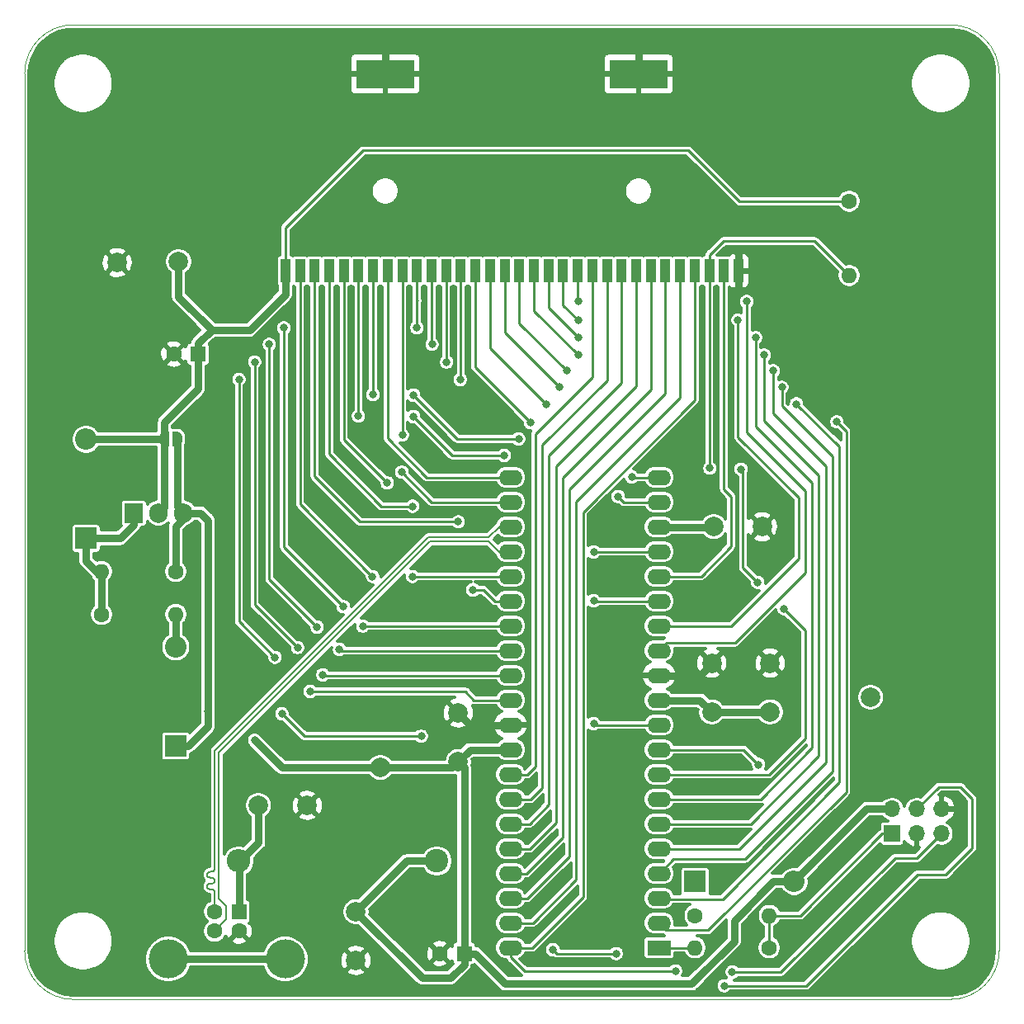
<source format=gbr>
%TF.GenerationSoftware,KiCad,Pcbnew,5.1.7-a382d34a8~87~ubuntu20.04.1*%
%TF.CreationDate,2020-10-04T21:46:04+03:00*%
%TF.ProjectId,GB-CARTPP-DIY,47422d43-4152-4545-9050-2d4449592e6b,v1.1*%
%TF.SameCoordinates,Original*%
%TF.FileFunction,Copper,L1,Top*%
%TF.FilePolarity,Positive*%
%FSLAX46Y46*%
G04 Gerber Fmt 4.6, Leading zero omitted, Abs format (unit mm)*
G04 Created by KiCad (PCBNEW 5.1.7-a382d34a8~87~ubuntu20.04.1) date 2020-10-04 21:46:04*
%MOMM*%
%LPD*%
G01*
G04 APERTURE LIST*
%TA.AperFunction,Profile*%
%ADD10C,0.050000*%
%TD*%
%TA.AperFunction,ComponentPad*%
%ADD11O,2.200000X2.200000*%
%TD*%
%TA.AperFunction,ComponentPad*%
%ADD12R,2.200000X2.200000*%
%TD*%
%TA.AperFunction,ComponentPad*%
%ADD13C,2.000000*%
%TD*%
%TA.AperFunction,ComponentPad*%
%ADD14O,2.400000X2.400000*%
%TD*%
%TA.AperFunction,ComponentPad*%
%ADD15C,2.400000*%
%TD*%
%TA.AperFunction,SMDPad,CuDef*%
%ADD16C,0.100000*%
%TD*%
%TA.AperFunction,ComponentPad*%
%ADD17O,2.400000X1.600000*%
%TD*%
%TA.AperFunction,ComponentPad*%
%ADD18R,2.400000X1.600000*%
%TD*%
%TA.AperFunction,ComponentPad*%
%ADD19O,1.600000X1.600000*%
%TD*%
%TA.AperFunction,ComponentPad*%
%ADD20C,1.600000*%
%TD*%
%TA.AperFunction,ComponentPad*%
%ADD21O,1.905000X2.000000*%
%TD*%
%TA.AperFunction,ComponentPad*%
%ADD22R,1.905000X2.000000*%
%TD*%
%TA.AperFunction,SMDPad,CuDef*%
%ADD23R,1.000000X2.400000*%
%TD*%
%TA.AperFunction,SMDPad,CuDef*%
%ADD24R,6.000000X3.000000*%
%TD*%
%TA.AperFunction,ComponentPad*%
%ADD25O,1.700000X1.700000*%
%TD*%
%TA.AperFunction,ComponentPad*%
%ADD26R,1.700000X1.700000*%
%TD*%
%TA.AperFunction,ComponentPad*%
%ADD27C,4.000000*%
%TD*%
%TA.AperFunction,ComponentPad*%
%ADD28R,1.600000X1.600000*%
%TD*%
%TA.AperFunction,ViaPad*%
%ADD29C,0.800000*%
%TD*%
%TA.AperFunction,Conductor*%
%ADD30C,0.800000*%
%TD*%
%TA.AperFunction,Conductor*%
%ADD31C,0.250000*%
%TD*%
%TA.AperFunction,Conductor*%
%ADD32C,0.200000*%
%TD*%
%TA.AperFunction,Conductor*%
%ADD33C,0.300000*%
%TD*%
%TA.AperFunction,Conductor*%
%ADD34C,0.100000*%
%TD*%
G04 APERTURE END LIST*
D10*
X150000000Y-145000000D02*
G75*
G02*
X145000000Y-150000000I-5000000J0D01*
G01*
X55000000Y-150000000D02*
G75*
G02*
X50000000Y-145000000I0J5000000D01*
G01*
X50000000Y-55000000D02*
G75*
G02*
X55000000Y-50000000I5000000J0D01*
G01*
X145000000Y-50000000D02*
G75*
G02*
X150000000Y-55000000I0J-5000000D01*
G01*
X145000000Y-50000000D02*
X55000000Y-50000000D01*
X150000000Y-145000000D02*
X150000000Y-55000000D01*
X55000000Y-150000000D02*
X145000000Y-150000000D01*
X50000000Y-55000000D02*
X50000000Y-145000000D01*
D11*
%TO.P,D1,2*%
%TO.N,+5V*%
X128960000Y-137900000D03*
D12*
%TO.P,D1,1*%
%TO.N,Net-(D1-Pad1)*%
X118800000Y-137900000D03*
%TD*%
D11*
%TO.P,D2,2*%
%TO.N,/VCART_EN*%
X65500000Y-113840000D03*
D12*
%TO.P,D2,1*%
%TO.N,+5V*%
X65500000Y-124000000D03*
%TD*%
D11*
%TO.P,D3,2*%
%TO.N,Net-(C8-Pad1)*%
X56300000Y-92540000D03*
D12*
%TO.P,D3,1*%
%TO.N,Net-(D3-Pad1)*%
X56300000Y-102700000D03*
%TD*%
D13*
%TO.P,TP4,1*%
%TO.N,GND*%
X59500000Y-74400000D03*
%TD*%
D14*
%TO.P,FB1,2*%
%TO.N,Net-(C1-Pad1)*%
X71980000Y-135800000D03*
D15*
%TO.P,FB1,1*%
%TO.N,+5V*%
X92300000Y-135800000D03*
%TD*%
D13*
%TO.P,TP1,1*%
%TO.N,Net-(TP1-Pad1)*%
X136800000Y-119000000D03*
%TD*%
%TA.AperFunction,SMDPad,CuDef*%
D16*
%TO.P,JP1,2*%
%TO.N,Net-(C8-Pad1)*%
G36*
X64350000Y-93249398D02*
G01*
X64325466Y-93249398D01*
X64276635Y-93244588D01*
X64228510Y-93235016D01*
X64181555Y-93220772D01*
X64136222Y-93201995D01*
X64092949Y-93178864D01*
X64052150Y-93151604D01*
X64014221Y-93120476D01*
X63979524Y-93085779D01*
X63948396Y-93047850D01*
X63921136Y-93007051D01*
X63898005Y-92963778D01*
X63879228Y-92918445D01*
X63864984Y-92871490D01*
X63855412Y-92823365D01*
X63850602Y-92774534D01*
X63850602Y-92750000D01*
X63850000Y-92750000D01*
X63850000Y-92250000D01*
X63850602Y-92250000D01*
X63850602Y-92225466D01*
X63855412Y-92176635D01*
X63864984Y-92128510D01*
X63879228Y-92081555D01*
X63898005Y-92036222D01*
X63921136Y-91992949D01*
X63948396Y-91952150D01*
X63979524Y-91914221D01*
X64014221Y-91879524D01*
X64052150Y-91848396D01*
X64092949Y-91821136D01*
X64136222Y-91798005D01*
X64181555Y-91779228D01*
X64228510Y-91764984D01*
X64276635Y-91755412D01*
X64325466Y-91750602D01*
X64350000Y-91750602D01*
X64350000Y-91750000D01*
X64850000Y-91750000D01*
X64850000Y-93250000D01*
X64350000Y-93250000D01*
X64350000Y-93249398D01*
G37*
%TD.AperFunction*%
%TA.AperFunction,SMDPad,CuDef*%
%TO.P,JP1,1*%
%TO.N,+5V*%
G36*
X65150000Y-91750000D02*
G01*
X65650000Y-91750000D01*
X65650000Y-91750602D01*
X65674534Y-91750602D01*
X65723365Y-91755412D01*
X65771490Y-91764984D01*
X65818445Y-91779228D01*
X65863778Y-91798005D01*
X65907051Y-91821136D01*
X65947850Y-91848396D01*
X65985779Y-91879524D01*
X66020476Y-91914221D01*
X66051604Y-91952150D01*
X66078864Y-91992949D01*
X66101995Y-92036222D01*
X66120772Y-92081555D01*
X66135016Y-92128510D01*
X66144588Y-92176635D01*
X66149398Y-92225466D01*
X66149398Y-92250000D01*
X66150000Y-92250000D01*
X66150000Y-92750000D01*
X66149398Y-92750000D01*
X66149398Y-92774534D01*
X66144588Y-92823365D01*
X66135016Y-92871490D01*
X66120772Y-92918445D01*
X66101995Y-92963778D01*
X66078864Y-93007051D01*
X66051604Y-93047850D01*
X66020476Y-93085779D01*
X65985779Y-93120476D01*
X65947850Y-93151604D01*
X65907051Y-93178864D01*
X65863778Y-93201995D01*
X65818445Y-93220772D01*
X65771490Y-93235016D01*
X65723365Y-93244588D01*
X65674534Y-93249398D01*
X65650000Y-93249398D01*
X65650000Y-93250000D01*
X65150000Y-93250000D01*
X65150000Y-91750000D01*
G37*
%TD.AperFunction*%
%TD*%
D13*
%TO.P,C3,2*%
%TO.N,GND*%
X84000000Y-146000000D03*
%TO.P,C3,1*%
%TO.N,+5V*%
X84000000Y-141000000D03*
%TD*%
%TO.P,C1,2*%
%TO.N,GND*%
X79000000Y-130100000D03*
%TO.P,C1,1*%
%TO.N,Net-(C1-Pad1)*%
X74000000Y-130100000D03*
%TD*%
D17*
%TO.P,U1,40*%
%TO.N,/D7*%
X99860000Y-144700000D03*
%TO.P,U1,20*%
%TO.N,/A1*%
X115100000Y-96440000D03*
%TO.P,U1,39*%
%TO.N,/D6*%
X99860000Y-142160000D03*
%TO.P,U1,19*%
%TO.N,/A0*%
X115100000Y-98980000D03*
%TO.P,U1,38*%
%TO.N,/D5*%
X99860000Y-139620000D03*
%TO.P,U1,18*%
%TO.N,Net-(C4-Pad1)*%
X115100000Y-101520000D03*
%TO.P,U1,37*%
%TO.N,/D4*%
X99860000Y-137080000D03*
%TO.P,U1,17*%
%TO.N,/~RD*%
X115100000Y-104060000D03*
%TO.P,U1,36*%
%TO.N,/D3*%
X99860000Y-134540000D03*
%TO.P,U1,16*%
%TO.N,/P31*%
X115100000Y-106600000D03*
%TO.P,U1,35*%
%TO.N,/D2*%
X99860000Y-132000000D03*
%TO.P,U1,15*%
%TO.N,/~CS*%
X115100000Y-109140000D03*
%TO.P,U1,34*%
%TO.N,/D1*%
X99860000Y-129460000D03*
%TO.P,U1,14*%
%TO.N,/A14*%
X115100000Y-111680000D03*
%TO.P,U1,33*%
%TO.N,/D0*%
X99860000Y-126920000D03*
%TO.P,U1,13*%
%TO.N,/A15*%
X115100000Y-114220000D03*
%TO.P,U1,32*%
%TO.N,+5V*%
X99860000Y-124380000D03*
%TO.P,U1,12*%
%TO.N,GND*%
X115100000Y-116760000D03*
%TO.P,U1,31*%
X99860000Y-121840000D03*
%TO.P,U1,11*%
%TO.N,+5V*%
X115100000Y-119300000D03*
%TO.P,U1,30*%
%TO.N,/A7*%
X99860000Y-119300000D03*
%TO.P,U1,10*%
%TO.N,/VCART_EN*%
X115100000Y-121840000D03*
%TO.P,U1,29*%
%TO.N,/A6*%
X99860000Y-116760000D03*
%TO.P,U1,9*%
%TO.N,Net-(TP1-Pad1)*%
X115100000Y-124380000D03*
%TO.P,U1,28*%
%TO.N,/A5*%
X99860000Y-114220000D03*
%TO.P,U1,8*%
%TO.N,/~RES*%
X115100000Y-126920000D03*
%TO.P,U1,27*%
%TO.N,/A4*%
X99860000Y-111680000D03*
%TO.P,U1,7*%
%TO.N,/A13*%
X115100000Y-129460000D03*
%TO.P,U1,26*%
%TO.N,/~WR*%
X99860000Y-109140000D03*
%TO.P,U1,6*%
%TO.N,/A12*%
X115100000Y-132000000D03*
%TO.P,U1,25*%
%TO.N,/PHI*%
X99860000Y-106600000D03*
%TO.P,U1,5*%
%TO.N,/A11*%
X115100000Y-134540000D03*
%TO.P,U1,24*%
%TO.N,/USB_P*%
X99860000Y-104060000D03*
%TO.P,U1,4*%
%TO.N,/A10*%
X115100000Y-137080000D03*
%TO.P,U1,23*%
%TO.N,/USB_N*%
X99860000Y-101520000D03*
%TO.P,U1,3*%
%TO.N,/A9*%
X115100000Y-139620000D03*
%TO.P,U1,22*%
%TO.N,/A3*%
X99860000Y-98980000D03*
%TO.P,U1,2*%
%TO.N,/A8*%
X115100000Y-142160000D03*
%TO.P,U1,21*%
%TO.N,/A2*%
X99860000Y-96440000D03*
D18*
%TO.P,U1,1*%
%TO.N,Net-(R1-Pad2)*%
X115100000Y-144700000D03*
%TD*%
D13*
%TO.P,TP3,1*%
%TO.N,Net-(C8-Pad1)*%
X65800000Y-74300000D03*
%TD*%
%TO.P,TP2,1*%
%TO.N,+5V*%
X86500000Y-126200000D03*
%TD*%
D19*
%TO.P,R2,2*%
%TO.N,/ICVPP*%
X126420000Y-141400000D03*
D20*
%TO.P,R2,1*%
%TO.N,Net-(D1-Pad1)*%
X118800000Y-141400000D03*
%TD*%
D19*
%TO.P,R5,2*%
%TO.N,/~RES*%
X134600000Y-75720000D03*
D20*
%TO.P,R5,1*%
%TO.N,Net-(C8-Pad1)*%
X134600000Y-68100000D03*
%TD*%
D19*
%TO.P,R4,2*%
%TO.N,Net-(D3-Pad1)*%
X57880000Y-106100000D03*
D20*
%TO.P,R4,1*%
%TO.N,+5V*%
X65500000Y-106100000D03*
%TD*%
D19*
%TO.P,R3,2*%
%TO.N,/VCART_EN*%
X65520000Y-110500000D03*
D20*
%TO.P,R3,1*%
%TO.N,Net-(D3-Pad1)*%
X57900000Y-110500000D03*
%TD*%
D19*
%TO.P,R1,2*%
%TO.N,Net-(R1-Pad2)*%
X118780000Y-144700000D03*
D20*
%TO.P,R1,1*%
%TO.N,/ICVPP*%
X126400000Y-144700000D03*
%TD*%
D21*
%TO.P,Q1,3*%
%TO.N,+5V*%
X66280000Y-100100000D03*
%TO.P,Q1,2*%
%TO.N,Net-(C8-Pad1)*%
X63740000Y-100100000D03*
D22*
%TO.P,Q1,1*%
%TO.N,Net-(D3-Pad1)*%
X61200000Y-100100000D03*
%TD*%
D23*
%TO.P,J3,32*%
%TO.N,GND*%
X123250000Y-75250000D03*
%TO.P,J3,31*%
%TO.N,/P31*%
X121750000Y-75250000D03*
%TO.P,J3,30*%
%TO.N,/~RES*%
X120250000Y-75250000D03*
%TO.P,J3,29*%
%TO.N,/D7*%
X118750000Y-75250000D03*
%TO.P,J3,28*%
%TO.N,/D6*%
X117250000Y-75250000D03*
%TO.P,J3,27*%
%TO.N,/D5*%
X115750000Y-75250000D03*
%TO.P,J3,26*%
%TO.N,/D4*%
X114250000Y-75250000D03*
%TO.P,J3,25*%
%TO.N,/D3*%
X112750000Y-75250000D03*
%TO.P,J3,24*%
%TO.N,/D2*%
X111250000Y-75250000D03*
%TO.P,J3,23*%
%TO.N,/D1*%
X109750000Y-75250000D03*
%TO.P,J3,22*%
%TO.N,/D0*%
X108250000Y-75250000D03*
%TO.P,J3,21*%
%TO.N,/A15*%
X106750000Y-75250000D03*
%TO.P,J3,20*%
%TO.N,/A14*%
X105250000Y-75250000D03*
%TO.P,J3,19*%
%TO.N,/A13*%
X103750000Y-75250000D03*
%TO.P,J3,18*%
%TO.N,/A12*%
X102250000Y-75250000D03*
%TO.P,J3,17*%
%TO.N,/A11*%
X100750000Y-75250000D03*
%TO.P,J3,16*%
%TO.N,/A10*%
X99250000Y-75250000D03*
%TO.P,J3,15*%
%TO.N,/A9*%
X97750000Y-75250000D03*
%TO.P,J3,14*%
%TO.N,/A8*%
X96250000Y-75250000D03*
%TO.P,J3,13*%
%TO.N,/A7*%
X94750000Y-75250000D03*
%TO.P,J3,12*%
%TO.N,/A6*%
X93250000Y-75250000D03*
%TO.P,J3,11*%
%TO.N,/A5*%
X91750000Y-75250000D03*
%TO.P,J3,10*%
%TO.N,/A4*%
X90250000Y-75250000D03*
%TO.P,J3,9*%
%TO.N,/A3*%
X88750000Y-75250000D03*
%TO.P,J3,8*%
%TO.N,/A2*%
X87250000Y-75250000D03*
%TO.P,J3,7*%
%TO.N,/A1*%
X85750000Y-75250000D03*
%TO.P,J3,6*%
%TO.N,/A0*%
X84250000Y-75250000D03*
%TO.P,J3,5*%
%TO.N,/~CS*%
X82750000Y-75250000D03*
%TO.P,J3,4*%
%TO.N,/~RD*%
X81250000Y-75250000D03*
%TO.P,J3,3*%
%TO.N,/~WR*%
X79750000Y-75250000D03*
%TO.P,J3,2*%
%TO.N,/PHI*%
X78250000Y-75250000D03*
D24*
%TO.P,J3,MP*%
%TO.N,GND*%
X113000000Y-55050000D03*
X87000000Y-55050000D03*
D23*
%TO.P,J3,1*%
%TO.N,Net-(C8-Pad1)*%
X76750000Y-75250000D03*
%TD*%
D25*
%TO.P,J2,6*%
%TO.N,GND*%
X144080000Y-130460000D03*
%TO.P,J2,5*%
%TO.N,/D6*%
X144080000Y-133000000D03*
%TO.P,J2,4*%
%TO.N,/D7*%
X141540000Y-130460000D03*
%TO.P,J2,3*%
%TO.N,GND*%
X141540000Y-133000000D03*
%TO.P,J2,2*%
%TO.N,+5V*%
X139000000Y-130460000D03*
D26*
%TO.P,J2,1*%
%TO.N,/ICVPP*%
X139000000Y-133000000D03*
%TD*%
D27*
%TO.P,J1,5*%
%TO.N,/SHIELD*%
X76750000Y-145860000D03*
X64750000Y-145860000D03*
D20*
%TO.P,J1,4*%
%TO.N,GND*%
X72000000Y-143000000D03*
%TO.P,J1,3*%
%TO.N,/USB_P*%
X69500000Y-143000000D03*
%TO.P,J1,2*%
%TO.N,/USB_N*%
X69500000Y-141000000D03*
D28*
%TO.P,J1,1*%
%TO.N,Net-(C1-Pad1)*%
X72000000Y-141000000D03*
%TD*%
D20*
%TO.P,C8,2*%
%TO.N,GND*%
X65300000Y-83800000D03*
D28*
%TO.P,C8,1*%
%TO.N,Net-(C8-Pad1)*%
X67800000Y-83800000D03*
%TD*%
D13*
%TO.P,C7,2*%
%TO.N,GND*%
X120500000Y-115500000D03*
%TO.P,C7,1*%
%TO.N,+5V*%
X120500000Y-120500000D03*
%TD*%
%TO.P,C6,2*%
%TO.N,GND*%
X94500000Y-120600000D03*
%TO.P,C6,1*%
%TO.N,+5V*%
X94500000Y-125600000D03*
%TD*%
%TO.P,C5,2*%
%TO.N,GND*%
X126500000Y-115500000D03*
%TO.P,C5,1*%
%TO.N,+5V*%
X126500000Y-120500000D03*
%TD*%
%TO.P,C4,2*%
%TO.N,GND*%
X125700000Y-101500000D03*
%TO.P,C4,1*%
%TO.N,Net-(C4-Pad1)*%
X120700000Y-101500000D03*
%TD*%
D20*
%TO.P,C2,2*%
%TO.N,GND*%
X92600000Y-145300000D03*
D28*
%TO.P,C2,1*%
%TO.N,+5V*%
X95100000Y-145300000D03*
%TD*%
D29*
%TO.N,GND*%
X123300000Y-77300000D03*
X123200000Y-73400000D03*
X87000000Y-52800000D03*
X113000000Y-52800000D03*
X146800000Y-123600000D03*
X140500000Y-104000000D03*
X143800000Y-78600000D03*
X132500000Y-56000000D03*
X65000000Y-60000000D03*
X56800000Y-76900000D03*
X58000000Y-119300000D03*
X54300000Y-134800000D03*
X89800000Y-132500000D03*
X96700000Y-137600000D03*
X110400000Y-141100000D03*
X110600000Y-126400000D03*
X110100000Y-114800000D03*
X111000000Y-101400000D03*
X110700000Y-106500000D03*
X121300000Y-133200000D03*
X119800000Y-130600000D03*
X120300000Y-128200000D03*
X117600000Y-125700000D03*
X128300000Y-111800000D03*
X96400000Y-89700000D03*
X85300000Y-92600000D03*
X91400000Y-94000000D03*
X93900000Y-104700000D03*
X85100000Y-120600000D03*
X70400000Y-92100000D03*
X60300000Y-95100000D03*
X91700000Y-59700000D03*
X110500000Y-60200000D03*
X107000000Y-66900000D03*
X81700000Y-71600000D03*
X117600000Y-71700000D03*
X127600000Y-78800000D03*
X80100000Y-139800000D03*
X66500000Y-136000000D03*
X71700000Y-125400000D03*
X88900000Y-109200000D03*
X81500000Y-105200000D03*
X78900000Y-108100000D03*
X76600000Y-110100000D03*
X74300000Y-111800000D03*
X85600000Y-103000000D03*
X82900000Y-97500000D03*
X88800000Y-97800000D03*
X118000000Y-93500000D03*
X121000000Y-108700000D03*
X71500000Y-118500000D03*
%TO.N,+5V*%
X73600000Y-123400000D03*
X68800000Y-120400000D03*
%TO.N,/D6*%
X122600000Y-147200000D03*
X110700000Y-145300000D03*
X104200000Y-144900000D03*
%TO.N,/D7*%
X121800000Y-148600000D03*
X116800000Y-147100000D03*
%TO.N,/~RES*%
X120300000Y-95500000D03*
X123500000Y-95600000D03*
X127900000Y-109900000D03*
X125200000Y-107200000D03*
%TO.N,/A15*%
X106800000Y-78400000D03*
X124100000Y-78400000D03*
%TO.N,/A14*%
X123200000Y-80300000D03*
X106800000Y-80300000D03*
%TO.N,/A13*%
X106800000Y-82100000D03*
X124999992Y-82100000D03*
%TO.N,/A12*%
X106800000Y-83900000D03*
X125900016Y-83900000D03*
%TO.N,/A11*%
X126799976Y-85499960D03*
X105600000Y-85500000D03*
%TO.N,/A10*%
X104900000Y-87200000D03*
X127699994Y-87199994D03*
%TO.N,/A9*%
X129200000Y-88900000D03*
X103500000Y-88899992D03*
%TO.N,/A8*%
X101900000Y-90800000D03*
X133350000Y-90750000D03*
%TO.N,/A7*%
X75700000Y-114900000D03*
X79300000Y-118400000D03*
X94700000Y-86400000D03*
X72000000Y-86400000D03*
%TO.N,/A6*%
X80600002Y-116700000D03*
X78000000Y-113900000D03*
X93300000Y-84600000D03*
X73600000Y-84600000D03*
%TO.N,/A5*%
X82300000Y-114100006D03*
X80000000Y-111800000D03*
X91800000Y-82800000D03*
X75100000Y-82800000D03*
%TO.N,/A4*%
X84700000Y-111700000D03*
X82700000Y-109700004D03*
X90250000Y-81100000D03*
X76600000Y-81100000D03*
%TO.N,/A3*%
X88700000Y-95899998D03*
X88750000Y-92100000D03*
%TO.N,/A1*%
X112300000Y-96400000D03*
X100700000Y-92500000D03*
X89900000Y-88000000D03*
X85750000Y-87949996D03*
%TO.N,/A0*%
X110900000Y-98400000D03*
X99200000Y-94200000D03*
X84250000Y-90150002D03*
X89900000Y-90200000D03*
%TO.N,/~CS*%
X108400000Y-109100000D03*
X87200000Y-97000000D03*
%TO.N,/~RD*%
X108400000Y-104100000D03*
X89800000Y-99400000D03*
%TO.N,/~WR*%
X96000000Y-108000000D03*
X94500000Y-101000000D03*
%TO.N,/PHI*%
X89800000Y-106600000D03*
X85700014Y-106600000D03*
%TO.N,/VCART_EN*%
X108400000Y-121700000D03*
X90700000Y-123000000D03*
X76400000Y-120700000D03*
%TO.N,Net-(TP1-Pad1)*%
X125300000Y-125900000D03*
%TD*%
D30*
%TO.N,GND*%
X119240000Y-116760000D02*
X120500000Y-115500000D01*
X115100000Y-116760000D02*
X119240000Y-116760000D01*
X95740000Y-121840000D02*
X94500000Y-120600000D01*
X99860000Y-121840000D02*
X95740000Y-121840000D01*
X123250000Y-77250000D02*
X123300000Y-77300000D01*
X123250000Y-75250000D02*
X123250000Y-77250000D01*
X123250000Y-73450000D02*
X123200000Y-73400000D01*
X123250000Y-75250000D02*
X123250000Y-73450000D01*
X87000000Y-55250000D02*
X87000000Y-52800000D01*
X113000000Y-55250000D02*
X113000000Y-52800000D01*
%TO.N,+5V*%
X119300000Y-119300000D02*
X120500000Y-120500000D01*
X115100000Y-119300000D02*
X119300000Y-119300000D01*
X95720000Y-124380000D02*
X94500000Y-125600000D01*
X99860000Y-124380000D02*
X95720000Y-124380000D01*
X120500000Y-120500000D02*
X126500000Y-120500000D01*
X93900000Y-126200000D02*
X94500000Y-125600000D01*
X86500000Y-126200000D02*
X93900000Y-126200000D01*
X76400000Y-126200000D02*
X73600000Y-123400000D01*
X86500000Y-126200000D02*
X76400000Y-126200000D01*
X65650000Y-99470000D02*
X66280000Y-100100000D01*
X65650000Y-92500000D02*
X65650000Y-99470000D01*
X65500000Y-101500000D02*
X65500000Y-106100000D01*
X66280000Y-100720000D02*
X65500000Y-101500000D01*
X66280000Y-100100000D02*
X66280000Y-100720000D01*
X139000000Y-130460000D02*
X137740000Y-130460000D01*
X95100000Y-126200000D02*
X95100000Y-145300000D01*
X94500000Y-125600000D02*
X95100000Y-126200000D01*
X95100000Y-146400000D02*
X95100000Y-145300000D01*
X93700000Y-147800000D02*
X95100000Y-146400000D01*
X90800000Y-147800000D02*
X93700000Y-147800000D01*
X84000000Y-141000000D02*
X90800000Y-147800000D01*
X122800000Y-144050000D02*
X122800000Y-141910000D01*
X118450000Y-148400000D02*
X122800000Y-144050000D01*
X99300000Y-148400000D02*
X118450000Y-148400000D01*
X96200000Y-145300000D02*
X99300000Y-148400000D01*
X95100000Y-145300000D02*
X96200000Y-145300000D01*
X66280000Y-100100000D02*
X68032500Y-100100000D01*
X68032500Y-100100000D02*
X68800000Y-100867500D01*
X68800000Y-100867500D02*
X68800000Y-120400000D01*
X89200000Y-135800000D02*
X84000000Y-141000000D01*
X92300000Y-135800000D02*
X89200000Y-135800000D01*
X66800000Y-124000000D02*
X65500000Y-124000000D01*
X68800000Y-122000000D02*
X66800000Y-124000000D01*
X68800000Y-120400000D02*
X68800000Y-122000000D01*
X126810000Y-137900000D02*
X128960000Y-137900000D01*
X122800000Y-141910000D02*
X126810000Y-137900000D01*
X136400000Y-130460000D02*
X137740000Y-130460000D01*
X128960000Y-137900000D02*
X136400000Y-130460000D01*
D31*
%TO.N,Net-(D1-Pad1)*%
X118800000Y-138400000D02*
X119100000Y-138100000D01*
D32*
%TO.N,/USB_P*%
X70700000Y-141800000D02*
X69950000Y-142550000D01*
X70700000Y-140400000D02*
X70700000Y-141800000D01*
X69950000Y-139650000D02*
X70700000Y-140400000D01*
X69950000Y-124668200D02*
X69950000Y-139650000D01*
X91603200Y-103015000D02*
X69950000Y-124668200D01*
X98660000Y-104060000D02*
X97615000Y-103015000D01*
X69950000Y-142550000D02*
X69500000Y-143000000D01*
X97615000Y-103015000D02*
X91603200Y-103015000D01*
X99860000Y-104060000D02*
X98660000Y-104060000D01*
%TO.N,/USB_N*%
X98660000Y-101520000D02*
X99860000Y-101520000D01*
X97615000Y-102565000D02*
X98660000Y-101520000D01*
X69500000Y-124481800D02*
X91416800Y-102565000D01*
X69492479Y-136666756D02*
X69500000Y-136600000D01*
X69266757Y-138092478D02*
X69330166Y-138070290D01*
X69024959Y-138700000D02*
X68958203Y-138692478D01*
X69434550Y-137612953D02*
X69387047Y-137565450D01*
X68894794Y-138129709D02*
X68958203Y-138107521D01*
X68790410Y-138212953D02*
X68837913Y-138165450D01*
X68958203Y-136907521D02*
X69024959Y-136900000D01*
X69500000Y-136600000D02*
X69500000Y-124481800D01*
X68732481Y-138333243D02*
X68754669Y-138269834D01*
X68958203Y-138107521D02*
X69024959Y-138100000D01*
X68732481Y-138466756D02*
X68724959Y-138400000D01*
X69434550Y-138812953D02*
X69387047Y-138765450D01*
X68732481Y-137266756D02*
X68724959Y-137200000D01*
X69387047Y-138034549D02*
X69434550Y-137987046D01*
X69200000Y-138100000D02*
X69266757Y-138092478D01*
X68790410Y-138587046D02*
X68754669Y-138530165D01*
X69387047Y-137565450D02*
X69330166Y-137529709D01*
X69434550Y-136787046D02*
X69470291Y-136730165D01*
X69434550Y-137987046D02*
X69470291Y-137930165D01*
X69330166Y-138070290D02*
X69387047Y-138034549D01*
X68754669Y-137069834D02*
X68790410Y-137012953D01*
X68724959Y-138400000D02*
X68732481Y-138333243D01*
X68724959Y-137200000D02*
X68732481Y-137133243D01*
X69500000Y-139000000D02*
X69492479Y-138933243D01*
X69024959Y-138100000D02*
X69200000Y-138100000D01*
X68837913Y-138165450D02*
X68894794Y-138129709D01*
X69500000Y-137800000D02*
X69492479Y-137733243D01*
X68837913Y-137434549D02*
X68790410Y-137387046D01*
X69470291Y-138869834D02*
X69434550Y-138812953D01*
X69330166Y-136870290D02*
X69387047Y-136834549D01*
X69387047Y-138765450D02*
X69330166Y-138729709D01*
X69470291Y-137930165D02*
X69492479Y-137866756D01*
X69500000Y-141000000D02*
X69500000Y-139000000D01*
X68837913Y-138634549D02*
X68790410Y-138587046D01*
X68732481Y-137133243D02*
X68754669Y-137069834D01*
X69266757Y-138707521D02*
X69200000Y-138700000D01*
X69330166Y-138729709D02*
X69266757Y-138707521D01*
X68754669Y-138269834D02*
X68790410Y-138212953D01*
X68958203Y-138692478D02*
X68894794Y-138670290D01*
X69024959Y-136900000D02*
X69200000Y-136900000D01*
X69492479Y-138933243D02*
X69470291Y-138869834D01*
X69266757Y-136892478D02*
X69330166Y-136870290D01*
X68894794Y-138670290D02*
X68837913Y-138634549D01*
X68894794Y-136929709D02*
X68958203Y-136907521D01*
X69492479Y-137866756D02*
X69500000Y-137800000D01*
X69200000Y-136900000D02*
X69266757Y-136892478D01*
X69470291Y-136730165D02*
X69492479Y-136666756D01*
X69470291Y-137669834D02*
X69434550Y-137612953D01*
X69330166Y-137529709D02*
X69266757Y-137507521D01*
X69200000Y-137500000D02*
X69024959Y-137500000D01*
X69200000Y-138700000D02*
X69024959Y-138700000D01*
X69024959Y-137500000D02*
X68958203Y-137492478D01*
X68754669Y-138530165D02*
X68732481Y-138466756D01*
X69266757Y-137507521D02*
X69200000Y-137500000D01*
X68958203Y-137492478D02*
X68894794Y-137470290D01*
X68790410Y-137387046D02*
X68754669Y-137330165D01*
X91416800Y-102565000D02*
X97615000Y-102565000D01*
X68790410Y-137012953D02*
X68837913Y-136965450D01*
X69492479Y-137733243D02*
X69470291Y-137669834D01*
X68894794Y-137470290D02*
X68837913Y-137434549D01*
X68754669Y-137330165D02*
X68732481Y-137266756D01*
X69387047Y-136834549D02*
X69434550Y-136787046D01*
X68837913Y-136965450D02*
X68894794Y-136929709D01*
D31*
%TO.N,/D6*%
X106600000Y-98900000D02*
X117250000Y-88250000D01*
X106600000Y-137700000D02*
X106600000Y-98900000D01*
X102140000Y-142160000D02*
X106600000Y-137700000D01*
X117250000Y-88250000D02*
X117250000Y-75250000D01*
X99860000Y-142160000D02*
X102140000Y-142160000D01*
X104600000Y-145300000D02*
X104200000Y-144900000D01*
X110700000Y-145300000D02*
X104600000Y-145300000D01*
X141580000Y-135500000D02*
X144080000Y-133000000D01*
X139300000Y-135500000D02*
X141580000Y-135500000D01*
X127600000Y-147200000D02*
X139300000Y-135500000D01*
X122600000Y-147200000D02*
X127600000Y-147200000D01*
%TO.N,/D7*%
X102100000Y-144700000D02*
X99860000Y-144700000D01*
X107300000Y-139500000D02*
X102100000Y-144700000D01*
X107300000Y-100000000D02*
X107300000Y-139500000D01*
X118750000Y-88550000D02*
X107300000Y-100000000D01*
X118750000Y-75250000D02*
X118750000Y-88550000D01*
X99860000Y-144700000D02*
X99860000Y-145660000D01*
X101300000Y-147100000D02*
X116800000Y-147100000D01*
X99860000Y-145660000D02*
X101300000Y-147100000D01*
X143800000Y-128200000D02*
X141540000Y-130460000D01*
X146000000Y-128200000D02*
X143800000Y-128200000D01*
X147200000Y-129400000D02*
X146000000Y-128200000D01*
X147200000Y-134500000D02*
X147200000Y-129400000D01*
X144500000Y-137200000D02*
X147200000Y-134500000D01*
X141600000Y-137200000D02*
X144500000Y-137200000D01*
X130200000Y-148600000D02*
X141600000Y-137200000D01*
X121800000Y-148600000D02*
X130200000Y-148600000D01*
%TO.N,/ICVPP*%
X126400000Y-141420000D02*
X126420000Y-141400000D01*
X126400000Y-144700000D02*
X126400000Y-141420000D01*
X139000000Y-133000000D02*
X138000000Y-133000000D01*
X129600000Y-141400000D02*
X126420000Y-141400000D01*
X138000000Y-133000000D02*
X129600000Y-141400000D01*
%TO.N,/P31*%
X119400000Y-106600000D02*
X115100000Y-106600000D01*
X122500000Y-103500000D02*
X119400000Y-106600000D01*
X122500000Y-98400000D02*
X122500000Y-103500000D01*
X121750000Y-97650000D02*
X122500000Y-98400000D01*
X121750000Y-75250000D02*
X121750000Y-97650000D01*
%TO.N,/~RES*%
X131080000Y-72200000D02*
X134600000Y-75720000D01*
X121700000Y-72200000D02*
X131080000Y-72200000D01*
X120250000Y-73650000D02*
X121700000Y-72200000D01*
X120250000Y-75250000D02*
X120250000Y-73650000D01*
X120250000Y-75250000D02*
X120250000Y-95450000D01*
X120250000Y-95450000D02*
X120300000Y-95500000D01*
X126380000Y-126920000D02*
X130100000Y-123200000D01*
X115100000Y-126920000D02*
X126380000Y-126920000D01*
X130100000Y-112100000D02*
X127900000Y-109900000D01*
X130100000Y-123200000D02*
X130100000Y-112100000D01*
X123700000Y-105700000D02*
X125200000Y-107200000D01*
X123700000Y-95800000D02*
X123700000Y-105700000D01*
X123500000Y-95600000D02*
X123700000Y-95800000D01*
%TO.N,/D5*%
X101580000Y-139620000D02*
X99860000Y-139620000D01*
X105900000Y-135300000D02*
X101580000Y-139620000D01*
X105900000Y-97700000D02*
X105900000Y-135300000D01*
X115750000Y-87850000D02*
X105900000Y-97700000D01*
X115750000Y-75250000D02*
X115750000Y-87850000D01*
%TO.N,/D4*%
X101520000Y-137080000D02*
X99860000Y-137080000D01*
X105200000Y-133400000D02*
X101520000Y-137080000D01*
X114250000Y-87450000D02*
X105200000Y-96500000D01*
X105200000Y-96500000D02*
X105200000Y-133400000D01*
X114250000Y-75250000D02*
X114250000Y-87450000D01*
%TO.N,/D3*%
X101860000Y-134540000D02*
X99860000Y-134540000D01*
X104500000Y-131900000D02*
X101860000Y-134540000D01*
X104500000Y-95300000D02*
X104500000Y-131900000D01*
X112750000Y-87050000D02*
X104500000Y-95300000D01*
X112750000Y-75250000D02*
X112750000Y-87050000D01*
%TO.N,/D2*%
X103800000Y-94200000D02*
X103800000Y-130000000D01*
X101800000Y-132000000D02*
X99860000Y-132000000D01*
X111250000Y-86750000D02*
X103800000Y-94200000D01*
X103800000Y-130000000D02*
X101800000Y-132000000D01*
X111250000Y-75250000D02*
X111250000Y-86750000D01*
%TO.N,/D1*%
X101940000Y-129460000D02*
X99860000Y-129460000D01*
X103100000Y-128300000D02*
X101940000Y-129460000D01*
X103100000Y-93100000D02*
X103100000Y-128300000D01*
X109750000Y-86450000D02*
X103100000Y-93100000D01*
X109750000Y-75250000D02*
X109750000Y-86450000D01*
%TO.N,/D0*%
X101580000Y-126920000D02*
X99860000Y-126920000D01*
X102400000Y-126100000D02*
X101580000Y-126920000D01*
X102400000Y-92000000D02*
X102400000Y-126100000D01*
X108250000Y-86150000D02*
X102400000Y-92000000D01*
X108250000Y-75250000D02*
X108250000Y-86150000D01*
%TO.N,/A15*%
X106750000Y-78350000D02*
X106800000Y-78400000D01*
X106750000Y-75250000D02*
X106750000Y-78350000D01*
X124100000Y-91800000D02*
X124100000Y-78400000D01*
X130100000Y-97800000D02*
X124100000Y-91800000D01*
X130100000Y-106200000D02*
X130100000Y-97800000D01*
X122900000Y-113400000D02*
X130100000Y-106200000D01*
X115920000Y-113400000D02*
X122900000Y-113400000D01*
X115100000Y-114220000D02*
X115920000Y-113400000D01*
%TO.N,/A14*%
X123200000Y-92300000D02*
X123200000Y-80300000D01*
X129400000Y-98500000D02*
X123200000Y-92300000D01*
X129400000Y-104800000D02*
X129400000Y-98500000D01*
X122520000Y-111680000D02*
X129400000Y-104800000D01*
X115100000Y-111680000D02*
X122520000Y-111680000D01*
X105250000Y-78750000D02*
X105250000Y-75250000D01*
X106800000Y-80300000D02*
X105250000Y-78750000D01*
%TO.N,/A13*%
X103750000Y-75250000D02*
X103750000Y-79050000D01*
X103750000Y-79050000D02*
X106800000Y-82100000D01*
X124999992Y-91199992D02*
X124999992Y-82100000D01*
X130800000Y-97000000D02*
X124999992Y-91199992D01*
X130800000Y-124200000D02*
X130800000Y-97000000D01*
X125540000Y-129460000D02*
X130800000Y-124200000D01*
X115100000Y-129460000D02*
X125540000Y-129460000D01*
%TO.N,/A12*%
X102250000Y-79350000D02*
X102250000Y-75250000D01*
X106800000Y-83900000D02*
X102250000Y-79350000D01*
X125900016Y-90600016D02*
X125900016Y-83900000D01*
X131500000Y-96200000D02*
X125900016Y-90600016D01*
X131500000Y-125000000D02*
X131500000Y-96200000D01*
X124500000Y-132000000D02*
X131500000Y-125000000D01*
X115100000Y-132000000D02*
X124500000Y-132000000D01*
%TO.N,/A11*%
X132200000Y-95300000D02*
X126799976Y-89899976D01*
X126799976Y-89899976D02*
X126799976Y-85499960D01*
X132200000Y-125700000D02*
X132200000Y-95300000D01*
X123360000Y-134540000D02*
X132200000Y-125700000D01*
X115100000Y-134540000D02*
X123360000Y-134540000D01*
X100750000Y-75250000D02*
X100750000Y-80650000D01*
X100750000Y-80650000D02*
X105600000Y-85500000D01*
%TO.N,/A10*%
X99250000Y-81550000D02*
X104900000Y-87200000D01*
X99250000Y-75250000D02*
X99250000Y-81550000D01*
X132900000Y-94300000D02*
X127699994Y-89099994D01*
X132900000Y-126600000D02*
X132900000Y-94300000D01*
X123900000Y-135600000D02*
X132900000Y-126600000D01*
X116580000Y-135600000D02*
X123900000Y-135600000D01*
X127699994Y-89099994D02*
X127699994Y-87199994D01*
X115100000Y-137080000D02*
X116580000Y-135600000D01*
%TO.N,/A9*%
X97750000Y-75250000D02*
X97750000Y-83149992D01*
X97750000Y-83149992D02*
X103500000Y-88899992D01*
X115180000Y-139700000D02*
X115100000Y-139620000D01*
X133600000Y-127700000D02*
X121600000Y-139700000D01*
X133600000Y-93300000D02*
X133600000Y-127700000D01*
X121600000Y-139700000D02*
X115180000Y-139700000D01*
X129200000Y-88900000D02*
X133600000Y-93300000D01*
%TO.N,/A8*%
X96250000Y-75250000D02*
X96250000Y-85150000D01*
X96250000Y-85150000D02*
X101900000Y-90800000D01*
X115840000Y-142900000D02*
X115100000Y-142160000D01*
X120100000Y-142900000D02*
X115840000Y-142900000D01*
X134300000Y-128700000D02*
X120100000Y-142900000D01*
X134300000Y-91700000D02*
X134300000Y-128700000D01*
X133350000Y-90750000D02*
X134300000Y-91700000D01*
%TO.N,/A7*%
X95200000Y-118400000D02*
X79300000Y-118400000D01*
X96100000Y-119300000D02*
X95200000Y-118400000D01*
X99860000Y-119300000D02*
X96100000Y-119300000D01*
X94750000Y-86350000D02*
X94700000Y-86400000D01*
X94750000Y-75250000D02*
X94750000Y-86350000D01*
X75700000Y-114900000D02*
X72000000Y-111200000D01*
X72000000Y-111200000D02*
X72000000Y-86400000D01*
%TO.N,/A6*%
X80660002Y-116760000D02*
X80600002Y-116700000D01*
X99860000Y-116760000D02*
X80660002Y-116760000D01*
X93250000Y-75250000D02*
X93250000Y-84550000D01*
X93250000Y-84550000D02*
X93300000Y-84600000D01*
X73600000Y-109500000D02*
X73600000Y-84600000D01*
X78000000Y-113900000D02*
X73600000Y-109500000D01*
%TO.N,/A5*%
X99860000Y-114220000D02*
X82419994Y-114220000D01*
X82419994Y-114220000D02*
X82300000Y-114100006D01*
X91750000Y-82750000D02*
X91800000Y-82800000D01*
X91750000Y-75250000D02*
X91750000Y-82750000D01*
X80000000Y-111800000D02*
X75100000Y-106900000D01*
X75100000Y-106900000D02*
X75100000Y-82800000D01*
%TO.N,/A4*%
X99860000Y-111680000D02*
X84720000Y-111680000D01*
X84720000Y-111680000D02*
X84700000Y-111700000D01*
X90250000Y-78350000D02*
X90250000Y-81100000D01*
X90300000Y-78300000D02*
X90250000Y-78350000D01*
X90250000Y-75250000D02*
X90250000Y-81100000D01*
X82700000Y-109700004D02*
X76600000Y-103600004D01*
X76600000Y-103600004D02*
X76600000Y-81100000D01*
%TO.N,/A3*%
X99860000Y-98980000D02*
X91780002Y-98980000D01*
X91780002Y-98980000D02*
X88700000Y-95899998D01*
X88750000Y-75250000D02*
X88750000Y-92100000D01*
%TO.N,/A2*%
X91240000Y-96440000D02*
X99860000Y-96440000D01*
X87250000Y-92450000D02*
X91240000Y-96440000D01*
X87250000Y-75250000D02*
X87250000Y-92450000D01*
%TO.N,/A1*%
X112340000Y-96440000D02*
X112300000Y-96400000D01*
X115100000Y-96440000D02*
X112340000Y-96440000D01*
X94400000Y-92500000D02*
X89900000Y-88000000D01*
X100700000Y-92500000D02*
X94400000Y-92500000D01*
X85750000Y-75250000D02*
X85750000Y-85750000D01*
X85750000Y-85750000D02*
X85750000Y-87949996D01*
%TO.N,/A0*%
X111480000Y-98980000D02*
X110900000Y-98400000D01*
X115100000Y-98980000D02*
X111480000Y-98980000D01*
X84250000Y-75250000D02*
X84250000Y-90150002D01*
X93900000Y-94200000D02*
X89900000Y-90200000D01*
X99200000Y-94200000D02*
X93900000Y-94200000D01*
%TO.N,/~CS*%
X108440000Y-109140000D02*
X108400000Y-109100000D01*
X115100000Y-109140000D02*
X108440000Y-109140000D01*
X82750000Y-92550000D02*
X87200000Y-97000000D01*
X82750000Y-75250000D02*
X82750000Y-92550000D01*
%TO.N,/~RD*%
X108440000Y-104060000D02*
X108400000Y-104100000D01*
X115100000Y-104060000D02*
X108440000Y-104060000D01*
X81250000Y-75250000D02*
X81250000Y-94050000D01*
X81250000Y-94050000D02*
X86600000Y-99400000D01*
X86600000Y-99400000D02*
X89800000Y-99400000D01*
%TO.N,/~WR*%
X97100000Y-108000000D02*
X96000000Y-108000000D01*
X98240000Y-109140000D02*
X97100000Y-108000000D01*
X99860000Y-109140000D02*
X98240000Y-109140000D01*
X84400000Y-101000000D02*
X94500000Y-101000000D01*
X79750000Y-96350000D02*
X84400000Y-101000000D01*
X79750000Y-75250000D02*
X79750000Y-96350000D01*
%TO.N,/PHI*%
X99860000Y-106600000D02*
X91200000Y-106600000D01*
X91200000Y-106600000D02*
X89800000Y-106600000D01*
X78250000Y-99149986D02*
X85700014Y-106600000D01*
X78250000Y-75250000D02*
X78250000Y-99149986D01*
%TO.N,Net-(R1-Pad2)*%
X115100000Y-144700000D02*
X118780000Y-144700000D01*
%TO.N,/VCART_EN*%
X108540000Y-121840000D02*
X108400000Y-121700000D01*
X115100000Y-121840000D02*
X108540000Y-121840000D01*
X78700000Y-123000000D02*
X76400000Y-120700000D01*
X90700000Y-123000000D02*
X78700000Y-123000000D01*
D30*
X65520000Y-113820000D02*
X65500000Y-113840000D01*
X65520000Y-110500000D02*
X65520000Y-113820000D01*
%TO.N,Net-(C1-Pad1)*%
X72000000Y-135900000D02*
X72400000Y-135500000D01*
X72000000Y-141000000D02*
X72000000Y-135900000D01*
X74000000Y-133900000D02*
X72400000Y-135500000D01*
X74000000Y-130100000D02*
X74000000Y-133900000D01*
%TO.N,Net-(C4-Pad1)*%
X120680000Y-101520000D02*
X120700000Y-101500000D01*
X115100000Y-101520000D02*
X120680000Y-101520000D01*
D31*
%TO.N,Net-(C8-Pad1)*%
X134600000Y-68100000D02*
X123300000Y-68100000D01*
X123300000Y-68100000D02*
X118100000Y-62900000D01*
X118100000Y-62900000D02*
X84700000Y-62900000D01*
X76750000Y-70850000D02*
X76750000Y-75250000D01*
X84700000Y-62900000D02*
X76750000Y-70850000D01*
D30*
X67800000Y-82700000D02*
X67800000Y-83800000D01*
X69200000Y-81300000D02*
X67800000Y-82700000D01*
X73100000Y-81300000D02*
X69200000Y-81300000D01*
X76750000Y-77650000D02*
X73100000Y-81300000D01*
X76750000Y-75250000D02*
X76750000Y-77650000D01*
X65800000Y-77900000D02*
X69200000Y-81300000D01*
X65800000Y-74300000D02*
X65800000Y-77900000D01*
X64350000Y-99490000D02*
X63740000Y-100100000D01*
X64350000Y-92500000D02*
X64350000Y-99490000D01*
X64350000Y-90800000D02*
X64350000Y-92500000D01*
X67800000Y-87350000D02*
X64350000Y-90800000D01*
X67800000Y-83800000D02*
X67800000Y-87350000D01*
X64270000Y-92580000D02*
X64350000Y-92500000D01*
X56340000Y-92500000D02*
X56300000Y-92540000D01*
X64350000Y-92500000D02*
X56340000Y-92500000D01*
D31*
%TO.N,Net-(D3-Pad1)*%
X57880000Y-110480000D02*
X57900000Y-110500000D01*
D30*
X59800000Y-102700000D02*
X56300000Y-102700000D01*
X61200000Y-101300000D02*
X59800000Y-102700000D01*
X61200000Y-100100000D02*
X61200000Y-101300000D01*
X56300000Y-105000000D02*
X56300000Y-102700000D01*
X57400000Y-106100000D02*
X56300000Y-105000000D01*
X57880000Y-106100000D02*
X57400000Y-106100000D01*
X57900000Y-106120000D02*
X57880000Y-106100000D01*
X57900000Y-110500000D02*
X57900000Y-106120000D01*
D31*
%TO.N,Net-(TP1-Pad1)*%
X123780000Y-124380000D02*
X125300000Y-125900000D01*
X115100000Y-124380000D02*
X123780000Y-124380000D01*
D30*
%TO.N,/SHIELD*%
X64750000Y-145860000D02*
X76750000Y-145860000D01*
%TD*%
D33*
%TO.N,GND*%
X145800970Y-50548372D02*
X146576631Y-50760569D01*
X147302451Y-51106767D01*
X147955494Y-51576027D01*
X148515119Y-52153514D01*
X148963632Y-52820973D01*
X149286862Y-53557310D01*
X149475468Y-54342909D01*
X149525001Y-55017426D01*
X149525000Y-144978840D01*
X149451626Y-145800977D01*
X149239431Y-146576631D01*
X148893233Y-147302451D01*
X148423973Y-147955494D01*
X147846486Y-148515119D01*
X147179023Y-148963634D01*
X146442687Y-149286863D01*
X145657091Y-149475468D01*
X144982588Y-149525000D01*
X55021160Y-149525000D01*
X54199023Y-149451626D01*
X53423369Y-149239431D01*
X52697549Y-148893233D01*
X52044506Y-148423973D01*
X51484881Y-147846486D01*
X51036366Y-147179023D01*
X50713137Y-146442687D01*
X50524532Y-145657091D01*
X50475000Y-144982588D01*
X50475000Y-143694677D01*
X52900000Y-143694677D01*
X52900000Y-144305323D01*
X53019131Y-144904237D01*
X53252815Y-145468401D01*
X53592072Y-145976135D01*
X54023865Y-146407928D01*
X54531599Y-146747185D01*
X55095763Y-146980869D01*
X55694677Y-147100000D01*
X56305323Y-147100000D01*
X56904237Y-146980869D01*
X57468401Y-146747185D01*
X57976135Y-146407928D01*
X58407928Y-145976135D01*
X58646761Y-145618696D01*
X62300000Y-145618696D01*
X62300000Y-146101304D01*
X62394152Y-146574639D01*
X62578838Y-147020510D01*
X62846960Y-147421784D01*
X63188216Y-147763040D01*
X63589490Y-148031162D01*
X64035361Y-148215848D01*
X64508696Y-148310000D01*
X64991304Y-148310000D01*
X65464639Y-148215848D01*
X65910510Y-148031162D01*
X66311784Y-147763040D01*
X66653040Y-147421784D01*
X66921162Y-147020510D01*
X67049780Y-146710000D01*
X74450220Y-146710000D01*
X74578838Y-147020510D01*
X74846960Y-147421784D01*
X75188216Y-147763040D01*
X75589490Y-148031162D01*
X76035361Y-148215848D01*
X76508696Y-148310000D01*
X76991304Y-148310000D01*
X77464639Y-148215848D01*
X77910510Y-148031162D01*
X78311784Y-147763040D01*
X78653040Y-147421784D01*
X78846181Y-147132726D01*
X83014353Y-147132726D01*
X83106785Y-147406341D01*
X83398311Y-147553577D01*
X83712960Y-147641109D01*
X84038640Y-147665574D01*
X84362835Y-147626032D01*
X84673086Y-147524002D01*
X84893215Y-147406341D01*
X84985647Y-147132726D01*
X84000000Y-146147078D01*
X83014353Y-147132726D01*
X78846181Y-147132726D01*
X78921162Y-147020510D01*
X79105848Y-146574639D01*
X79200000Y-146101304D01*
X79200000Y-146038640D01*
X82334426Y-146038640D01*
X82373968Y-146362835D01*
X82475998Y-146673086D01*
X82593659Y-146893215D01*
X82867274Y-146985647D01*
X83852922Y-146000000D01*
X84147078Y-146000000D01*
X85132726Y-146985647D01*
X85406341Y-146893215D01*
X85553577Y-146601689D01*
X85641109Y-146287040D01*
X85665574Y-145961360D01*
X85626032Y-145637165D01*
X85524002Y-145326914D01*
X85406341Y-145106785D01*
X85132726Y-145014353D01*
X84147078Y-146000000D01*
X83852922Y-146000000D01*
X82867274Y-145014353D01*
X82593659Y-145106785D01*
X82446423Y-145398311D01*
X82358891Y-145712960D01*
X82334426Y-146038640D01*
X79200000Y-146038640D01*
X79200000Y-145618696D01*
X79105848Y-145145361D01*
X78990661Y-144867274D01*
X83014353Y-144867274D01*
X84000000Y-145852922D01*
X84985647Y-144867274D01*
X84893215Y-144593659D01*
X84601689Y-144446423D01*
X84287040Y-144358891D01*
X83961360Y-144334426D01*
X83637165Y-144373968D01*
X83326914Y-144475998D01*
X83106785Y-144593659D01*
X83014353Y-144867274D01*
X78990661Y-144867274D01*
X78921162Y-144699490D01*
X78653040Y-144298216D01*
X78311784Y-143956960D01*
X77910510Y-143688838D01*
X77464639Y-143504152D01*
X76991304Y-143410000D01*
X76508696Y-143410000D01*
X76035361Y-143504152D01*
X75589490Y-143688838D01*
X75188216Y-143956960D01*
X74846960Y-144298216D01*
X74578838Y-144699490D01*
X74450220Y-145010000D01*
X67049780Y-145010000D01*
X66921162Y-144699490D01*
X66653040Y-144298216D01*
X66311784Y-143956960D01*
X65910510Y-143688838D01*
X65464639Y-143504152D01*
X64991304Y-143410000D01*
X64508696Y-143410000D01*
X64035361Y-143504152D01*
X63589490Y-143688838D01*
X63188216Y-143956960D01*
X62846960Y-144298216D01*
X62578838Y-144699490D01*
X62394152Y-145145361D01*
X62300000Y-145618696D01*
X58646761Y-145618696D01*
X58747185Y-145468401D01*
X58980869Y-144904237D01*
X59100000Y-144305323D01*
X59100000Y-143694677D01*
X58980869Y-143095763D01*
X58747185Y-142531599D01*
X58407928Y-142023865D01*
X57976135Y-141592072D01*
X57468401Y-141252815D01*
X56904237Y-141019131D01*
X56305323Y-140900000D01*
X55694677Y-140900000D01*
X55095763Y-141019131D01*
X54531599Y-141252815D01*
X54023865Y-141592072D01*
X53592072Y-142023865D01*
X53252815Y-142531599D01*
X53019131Y-143095763D01*
X52900000Y-143694677D01*
X50475000Y-143694677D01*
X50475000Y-113687338D01*
X63950000Y-113687338D01*
X63950000Y-113992662D01*
X64009565Y-114292118D01*
X64126408Y-114574200D01*
X64296036Y-114828068D01*
X64511932Y-115043964D01*
X64765800Y-115213592D01*
X65047882Y-115330435D01*
X65347338Y-115390000D01*
X65652662Y-115390000D01*
X65952118Y-115330435D01*
X66234200Y-115213592D01*
X66488068Y-115043964D01*
X66703964Y-114828068D01*
X66873592Y-114574200D01*
X66990435Y-114292118D01*
X67050000Y-113992662D01*
X67050000Y-113687338D01*
X66990435Y-113387882D01*
X66873592Y-113105800D01*
X66703964Y-112851932D01*
X66488068Y-112636036D01*
X66370000Y-112557146D01*
X66370000Y-111417766D01*
X66490938Y-111296828D01*
X66627735Y-111092097D01*
X66721963Y-110864611D01*
X66770000Y-110623114D01*
X66770000Y-110376886D01*
X66721963Y-110135389D01*
X66627735Y-109907903D01*
X66490938Y-109703172D01*
X66316828Y-109529062D01*
X66112097Y-109392265D01*
X65884611Y-109298037D01*
X65643114Y-109250000D01*
X65396886Y-109250000D01*
X65155389Y-109298037D01*
X64927903Y-109392265D01*
X64723172Y-109529062D01*
X64549062Y-109703172D01*
X64412265Y-109907903D01*
X64318037Y-110135389D01*
X64270000Y-110376886D01*
X64270000Y-110623114D01*
X64318037Y-110864611D01*
X64412265Y-111092097D01*
X64549062Y-111296828D01*
X64670000Y-111417766D01*
X64670001Y-112530419D01*
X64511932Y-112636036D01*
X64296036Y-112851932D01*
X64126408Y-113105800D01*
X64009565Y-113387882D01*
X63950000Y-113687338D01*
X50475000Y-113687338D01*
X50475000Y-101600000D01*
X54747823Y-101600000D01*
X54747823Y-103800000D01*
X54756511Y-103888215D01*
X54782243Y-103973041D01*
X54824029Y-104051216D01*
X54880263Y-104119737D01*
X54948784Y-104175971D01*
X55026959Y-104217757D01*
X55111785Y-104243489D01*
X55200000Y-104252177D01*
X55450000Y-104252177D01*
X55450000Y-104958259D01*
X55445889Y-105000000D01*
X55450000Y-105041741D01*
X55450000Y-105041748D01*
X55460759Y-105150986D01*
X55462300Y-105166629D01*
X55506064Y-105310903D01*
X55510903Y-105326854D01*
X55589832Y-105474518D01*
X55696052Y-105603948D01*
X55728486Y-105630566D01*
X56759713Y-106661794D01*
X56772265Y-106692097D01*
X56909062Y-106896828D01*
X57050001Y-107037767D01*
X57050000Y-109582234D01*
X56929062Y-109703172D01*
X56792265Y-109907903D01*
X56698037Y-110135389D01*
X56650000Y-110376886D01*
X56650000Y-110623114D01*
X56698037Y-110864611D01*
X56792265Y-111092097D01*
X56929062Y-111296828D01*
X57103172Y-111470938D01*
X57307903Y-111607735D01*
X57535389Y-111701963D01*
X57776886Y-111750000D01*
X58023114Y-111750000D01*
X58264611Y-111701963D01*
X58492097Y-111607735D01*
X58696828Y-111470938D01*
X58870938Y-111296828D01*
X59007735Y-111092097D01*
X59101963Y-110864611D01*
X59150000Y-110623114D01*
X59150000Y-110376886D01*
X59101963Y-110135389D01*
X59007735Y-109907903D01*
X58870938Y-109703172D01*
X58750000Y-109582234D01*
X58750000Y-106997766D01*
X58850938Y-106896828D01*
X58987735Y-106692097D01*
X59081963Y-106464611D01*
X59130000Y-106223114D01*
X59130000Y-105976886D01*
X59081963Y-105735389D01*
X58987735Y-105507903D01*
X58850938Y-105303172D01*
X58676828Y-105129062D01*
X58472097Y-104992265D01*
X58244611Y-104898037D01*
X58003114Y-104850000D01*
X57756886Y-104850000D01*
X57515389Y-104898037D01*
X57433880Y-104931799D01*
X57150000Y-104647920D01*
X57150000Y-104252177D01*
X57400000Y-104252177D01*
X57488215Y-104243489D01*
X57573041Y-104217757D01*
X57651216Y-104175971D01*
X57719737Y-104119737D01*
X57775971Y-104051216D01*
X57817757Y-103973041D01*
X57843489Y-103888215D01*
X57852177Y-103800000D01*
X57852177Y-103550000D01*
X59758259Y-103550000D01*
X59800000Y-103554111D01*
X59841741Y-103550000D01*
X59841749Y-103550000D01*
X59966629Y-103537700D01*
X60126855Y-103489097D01*
X60274519Y-103410168D01*
X60403948Y-103303948D01*
X60430566Y-103271514D01*
X61771519Y-101930562D01*
X61803948Y-101903948D01*
X61910168Y-101774519D01*
X61989097Y-101626855D01*
X62011750Y-101552177D01*
X62152500Y-101552177D01*
X62240715Y-101543489D01*
X62325541Y-101517757D01*
X62403716Y-101475971D01*
X62472237Y-101419737D01*
X62528471Y-101351216D01*
X62570257Y-101273041D01*
X62595989Y-101188215D01*
X62604677Y-101100000D01*
X62604677Y-100974878D01*
X62743485Y-101144016D01*
X62957044Y-101319278D01*
X63200691Y-101449510D01*
X63465063Y-101529707D01*
X63740000Y-101556786D01*
X64014938Y-101529707D01*
X64279310Y-101449510D01*
X64522957Y-101319278D01*
X64718626Y-101158698D01*
X64710903Y-101173146D01*
X64665159Y-101323948D01*
X64662300Y-101333372D01*
X64650000Y-101458252D01*
X64650000Y-101458259D01*
X64645889Y-101500000D01*
X64650000Y-101541741D01*
X64650001Y-105182233D01*
X64529062Y-105303172D01*
X64392265Y-105507903D01*
X64298037Y-105735389D01*
X64250000Y-105976886D01*
X64250000Y-106223114D01*
X64298037Y-106464611D01*
X64392265Y-106692097D01*
X64529062Y-106896828D01*
X64703172Y-107070938D01*
X64907903Y-107207735D01*
X65135389Y-107301963D01*
X65376886Y-107350000D01*
X65623114Y-107350000D01*
X65864611Y-107301963D01*
X66092097Y-107207735D01*
X66296828Y-107070938D01*
X66470938Y-106896828D01*
X66607735Y-106692097D01*
X66701963Y-106464611D01*
X66750000Y-106223114D01*
X66750000Y-105976886D01*
X66701963Y-105735389D01*
X66607735Y-105507903D01*
X66470938Y-105303172D01*
X66350000Y-105182234D01*
X66350000Y-101852081D01*
X66723511Y-101478571D01*
X66819310Y-101449510D01*
X67062957Y-101319278D01*
X67276516Y-101144016D01*
X67435739Y-100950000D01*
X67680420Y-100950000D01*
X67950000Y-101219581D01*
X67950001Y-120316277D01*
X67950000Y-120316282D01*
X67950000Y-120358252D01*
X67950001Y-121647918D01*
X66963875Y-122634045D01*
X66919737Y-122580263D01*
X66851216Y-122524029D01*
X66773041Y-122482243D01*
X66688215Y-122456511D01*
X66600000Y-122447823D01*
X64400000Y-122447823D01*
X64311785Y-122456511D01*
X64226959Y-122482243D01*
X64148784Y-122524029D01*
X64080263Y-122580263D01*
X64024029Y-122648784D01*
X63982243Y-122726959D01*
X63956511Y-122811785D01*
X63947823Y-122900000D01*
X63947823Y-125100000D01*
X63956511Y-125188215D01*
X63982243Y-125273041D01*
X64024029Y-125351216D01*
X64080263Y-125419737D01*
X64148784Y-125475971D01*
X64226959Y-125517757D01*
X64311785Y-125543489D01*
X64400000Y-125552177D01*
X66600000Y-125552177D01*
X66688215Y-125543489D01*
X66773041Y-125517757D01*
X66851216Y-125475971D01*
X66919737Y-125419737D01*
X66975971Y-125351216D01*
X67017757Y-125273041D01*
X67043489Y-125188215D01*
X67052177Y-125100000D01*
X67052177Y-124811750D01*
X67126855Y-124789097D01*
X67274519Y-124710168D01*
X67403948Y-124603948D01*
X67430566Y-124571514D01*
X69371519Y-122630561D01*
X69403948Y-122603948D01*
X69510168Y-122474519D01*
X69589097Y-122326855D01*
X69637700Y-122166629D01*
X69650000Y-122041749D01*
X69650000Y-122041742D01*
X69654111Y-122000001D01*
X69650000Y-121958260D01*
X69650000Y-100909241D01*
X69654111Y-100867500D01*
X69650000Y-100825759D01*
X69650000Y-100825751D01*
X69637700Y-100700871D01*
X69589097Y-100540645D01*
X69510168Y-100392981D01*
X69403948Y-100263552D01*
X69371520Y-100236939D01*
X68663066Y-99528486D01*
X68636448Y-99496052D01*
X68507019Y-99389832D01*
X68359355Y-99310903D01*
X68199129Y-99262300D01*
X68074249Y-99250000D01*
X68074241Y-99250000D01*
X68032500Y-99245889D01*
X67990759Y-99250000D01*
X67435740Y-99250000D01*
X67276515Y-99055984D01*
X67062956Y-98880722D01*
X66819309Y-98750490D01*
X66554937Y-98670293D01*
X66500000Y-98664882D01*
X66500000Y-93175049D01*
X66508719Y-93158737D01*
X66546228Y-93068181D01*
X66571959Y-92983357D01*
X66591081Y-92887224D01*
X66599769Y-92799009D01*
X66599769Y-92774450D01*
X66602177Y-92750000D01*
X66602177Y-92250000D01*
X66599769Y-92225550D01*
X66599769Y-92200991D01*
X66591081Y-92112776D01*
X66571959Y-92016643D01*
X66546228Y-91931819D01*
X66508719Y-91841263D01*
X66466932Y-91763086D01*
X66412476Y-91681587D01*
X66356242Y-91613066D01*
X66286934Y-91543758D01*
X66218413Y-91487524D01*
X66136914Y-91433068D01*
X66058737Y-91391281D01*
X65968181Y-91353772D01*
X65883357Y-91328041D01*
X65787224Y-91308919D01*
X65699009Y-91300231D01*
X65674450Y-91300231D01*
X65650000Y-91297823D01*
X65200000Y-91297823D01*
X65200000Y-91152080D01*
X68371520Y-87980561D01*
X68403948Y-87953948D01*
X68510168Y-87824519D01*
X68589097Y-87676855D01*
X68637700Y-87516629D01*
X68650000Y-87391749D01*
X68650000Y-87391741D01*
X68654111Y-87350000D01*
X68650000Y-87308259D01*
X68650000Y-86316282D01*
X71150000Y-86316282D01*
X71150000Y-86483718D01*
X71182665Y-86647936D01*
X71246740Y-86802626D01*
X71339762Y-86941844D01*
X71425001Y-87027083D01*
X71425000Y-111171757D01*
X71422218Y-111200000D01*
X71425000Y-111228243D01*
X71425000Y-111228245D01*
X71433320Y-111312719D01*
X71447360Y-111359002D01*
X71466199Y-111421107D01*
X71519592Y-111520998D01*
X71544287Y-111551089D01*
X71591446Y-111608554D01*
X71613393Y-111626566D01*
X74850000Y-114863173D01*
X74850000Y-114983718D01*
X74882665Y-115147936D01*
X74946740Y-115302626D01*
X75039762Y-115441844D01*
X75158156Y-115560238D01*
X75297374Y-115653260D01*
X75452064Y-115717335D01*
X75616282Y-115750000D01*
X75783718Y-115750000D01*
X75947936Y-115717335D01*
X76102626Y-115653260D01*
X76241844Y-115560238D01*
X76360238Y-115441844D01*
X76453260Y-115302626D01*
X76517335Y-115147936D01*
X76550000Y-114983718D01*
X76550000Y-114816282D01*
X76517335Y-114652064D01*
X76453260Y-114497374D01*
X76360238Y-114358156D01*
X76241844Y-114239762D01*
X76102626Y-114146740D01*
X75947936Y-114082665D01*
X75783718Y-114050000D01*
X75663173Y-114050000D01*
X72575000Y-110961828D01*
X72575000Y-87027082D01*
X72660238Y-86941844D01*
X72753260Y-86802626D01*
X72817335Y-86647936D01*
X72850000Y-86483718D01*
X72850000Y-86316282D01*
X72817335Y-86152064D01*
X72753260Y-85997374D01*
X72660238Y-85858156D01*
X72541844Y-85739762D01*
X72402626Y-85646740D01*
X72247936Y-85582665D01*
X72083718Y-85550000D01*
X71916282Y-85550000D01*
X71752064Y-85582665D01*
X71597374Y-85646740D01*
X71458156Y-85739762D01*
X71339762Y-85858156D01*
X71246740Y-85997374D01*
X71182665Y-86152064D01*
X71150000Y-86316282D01*
X68650000Y-86316282D01*
X68650000Y-85047253D01*
X68688215Y-85043489D01*
X68773041Y-85017757D01*
X68851216Y-84975971D01*
X68919737Y-84919737D01*
X68975971Y-84851216D01*
X69017757Y-84773041D01*
X69043489Y-84688215D01*
X69052177Y-84600000D01*
X69052177Y-84516282D01*
X72750000Y-84516282D01*
X72750000Y-84683718D01*
X72782665Y-84847936D01*
X72846740Y-85002626D01*
X72939762Y-85141844D01*
X73025001Y-85227083D01*
X73025000Y-109471757D01*
X73022218Y-109500000D01*
X73025000Y-109528243D01*
X73025000Y-109528245D01*
X73033320Y-109612719D01*
X73065190Y-109717782D01*
X73066199Y-109721107D01*
X73119592Y-109820998D01*
X73133400Y-109837823D01*
X73191446Y-109908554D01*
X73213393Y-109926566D01*
X77150000Y-113863173D01*
X77150000Y-113983718D01*
X77182665Y-114147936D01*
X77246740Y-114302626D01*
X77339762Y-114441844D01*
X77458156Y-114560238D01*
X77597374Y-114653260D01*
X77752064Y-114717335D01*
X77916282Y-114750000D01*
X78083718Y-114750000D01*
X78247936Y-114717335D01*
X78402626Y-114653260D01*
X78541844Y-114560238D01*
X78660238Y-114441844D01*
X78753260Y-114302626D01*
X78817335Y-114147936D01*
X78850000Y-113983718D01*
X78850000Y-113816282D01*
X78817335Y-113652064D01*
X78753260Y-113497374D01*
X78660238Y-113358156D01*
X78541844Y-113239762D01*
X78402626Y-113146740D01*
X78247936Y-113082665D01*
X78083718Y-113050000D01*
X77963173Y-113050000D01*
X74175000Y-109261828D01*
X74175000Y-85227082D01*
X74260238Y-85141844D01*
X74353260Y-85002626D01*
X74417335Y-84847936D01*
X74450000Y-84683718D01*
X74450000Y-84516282D01*
X74417335Y-84352064D01*
X74353260Y-84197374D01*
X74260238Y-84058156D01*
X74141844Y-83939762D01*
X74002626Y-83846740D01*
X73847936Y-83782665D01*
X73683718Y-83750000D01*
X73516282Y-83750000D01*
X73352064Y-83782665D01*
X73197374Y-83846740D01*
X73058156Y-83939762D01*
X72939762Y-84058156D01*
X72846740Y-84197374D01*
X72782665Y-84352064D01*
X72750000Y-84516282D01*
X69052177Y-84516282D01*
X69052177Y-83000000D01*
X69043489Y-82911785D01*
X69017757Y-82826959D01*
X68975971Y-82748784D01*
X68965750Y-82736330D01*
X68985798Y-82716282D01*
X74250000Y-82716282D01*
X74250000Y-82883718D01*
X74282665Y-83047936D01*
X74346740Y-83202626D01*
X74439762Y-83341844D01*
X74525001Y-83427083D01*
X74525000Y-106871757D01*
X74522218Y-106900000D01*
X74525000Y-106928243D01*
X74525000Y-106928245D01*
X74533320Y-107012719D01*
X74564735Y-107116282D01*
X74566199Y-107121107D01*
X74619592Y-107220998D01*
X74640718Y-107246740D01*
X74691446Y-107308554D01*
X74713394Y-107326566D01*
X79150000Y-111763173D01*
X79150000Y-111883718D01*
X79182665Y-112047936D01*
X79246740Y-112202626D01*
X79339762Y-112341844D01*
X79458156Y-112460238D01*
X79597374Y-112553260D01*
X79752064Y-112617335D01*
X79916282Y-112650000D01*
X80083718Y-112650000D01*
X80247936Y-112617335D01*
X80402626Y-112553260D01*
X80541844Y-112460238D01*
X80660238Y-112341844D01*
X80753260Y-112202626D01*
X80817335Y-112047936D01*
X80850000Y-111883718D01*
X80850000Y-111716282D01*
X80817335Y-111552064D01*
X80753260Y-111397374D01*
X80660238Y-111258156D01*
X80541844Y-111139762D01*
X80402626Y-111046740D01*
X80247936Y-110982665D01*
X80083718Y-110950000D01*
X79963173Y-110950000D01*
X75675000Y-106661828D01*
X75675000Y-83427082D01*
X75760238Y-83341844D01*
X75853260Y-83202626D01*
X75917335Y-83047936D01*
X75950000Y-82883718D01*
X75950000Y-82716282D01*
X75917335Y-82552064D01*
X75853260Y-82397374D01*
X75760238Y-82258156D01*
X75641844Y-82139762D01*
X75502626Y-82046740D01*
X75347936Y-81982665D01*
X75183718Y-81950000D01*
X75016282Y-81950000D01*
X74852064Y-81982665D01*
X74697374Y-82046740D01*
X74558156Y-82139762D01*
X74439762Y-82258156D01*
X74346740Y-82397374D01*
X74282665Y-82552064D01*
X74250000Y-82716282D01*
X68985798Y-82716282D01*
X69552081Y-82150000D01*
X73058259Y-82150000D01*
X73100000Y-82154111D01*
X73141741Y-82150000D01*
X73141749Y-82150000D01*
X73266629Y-82137700D01*
X73426855Y-82089097D01*
X73574519Y-82010168D01*
X73703948Y-81903948D01*
X73730566Y-81871514D01*
X77321525Y-78280557D01*
X77353948Y-78253948D01*
X77380557Y-78221525D01*
X77380562Y-78221520D01*
X77460168Y-78124519D01*
X77539097Y-77976855D01*
X77587700Y-77816629D01*
X77587742Y-77816199D01*
X77600000Y-77691749D01*
X77600000Y-77691741D01*
X77604111Y-77650000D01*
X77600000Y-77608259D01*
X77600000Y-76874746D01*
X77661785Y-76893489D01*
X77675000Y-76894791D01*
X77675001Y-99121733D01*
X77672218Y-99149986D01*
X77681665Y-99245889D01*
X77683321Y-99262706D01*
X77690775Y-99287280D01*
X77716199Y-99371093D01*
X77769592Y-99470984D01*
X77804731Y-99513801D01*
X77841447Y-99558540D01*
X77863389Y-99576547D01*
X84850014Y-106563173D01*
X84850014Y-106683718D01*
X84882679Y-106847936D01*
X84946754Y-107002626D01*
X85039776Y-107141844D01*
X85158170Y-107260238D01*
X85297388Y-107353260D01*
X85452078Y-107417335D01*
X85616296Y-107450000D01*
X85753983Y-107450000D01*
X83550000Y-109653983D01*
X83550000Y-109616286D01*
X83517335Y-109452068D01*
X83453260Y-109297378D01*
X83360238Y-109158160D01*
X83241844Y-109039766D01*
X83102626Y-108946744D01*
X82947936Y-108882669D01*
X82783718Y-108850004D01*
X82663173Y-108850004D01*
X77175000Y-103361832D01*
X77175000Y-81727082D01*
X77260238Y-81641844D01*
X77353260Y-81502626D01*
X77417335Y-81347936D01*
X77450000Y-81183718D01*
X77450000Y-81016282D01*
X77417335Y-80852064D01*
X77353260Y-80697374D01*
X77260238Y-80558156D01*
X77141844Y-80439762D01*
X77002626Y-80346740D01*
X76847936Y-80282665D01*
X76683718Y-80250000D01*
X76516282Y-80250000D01*
X76352064Y-80282665D01*
X76197374Y-80346740D01*
X76058156Y-80439762D01*
X75939762Y-80558156D01*
X75846740Y-80697374D01*
X75782665Y-80852064D01*
X75750000Y-81016282D01*
X75750000Y-81183718D01*
X75782665Y-81347936D01*
X75846740Y-81502626D01*
X75939762Y-81641844D01*
X76025001Y-81727083D01*
X76025000Y-103571761D01*
X76022218Y-103600004D01*
X76025000Y-103628247D01*
X76025000Y-103628249D01*
X76033320Y-103712723D01*
X76059795Y-103800000D01*
X76066199Y-103821111D01*
X76119592Y-103921002D01*
X76141158Y-103947280D01*
X76191446Y-104008558D01*
X76213394Y-104026570D01*
X81850000Y-109663177D01*
X81850000Y-109783722D01*
X81882665Y-109947940D01*
X81946740Y-110102630D01*
X82039762Y-110241848D01*
X82158156Y-110360242D01*
X82297374Y-110453264D01*
X82452064Y-110517339D01*
X82616282Y-110550004D01*
X82653979Y-110550004D01*
X69130191Y-124073792D01*
X69109211Y-124091010D01*
X69091993Y-124111990D01*
X69091987Y-124111996D01*
X69040479Y-124174758D01*
X68989409Y-124270306D01*
X68957959Y-124373982D01*
X68947340Y-124481800D01*
X68950001Y-124508818D01*
X68950000Y-136354722D01*
X68917140Y-136357958D01*
X68914058Y-136358893D01*
X68880945Y-136360287D01*
X68835813Y-136371257D01*
X68790378Y-136380958D01*
X68758337Y-136394759D01*
X68731350Y-136404202D01*
X68697702Y-136413387D01*
X68656139Y-136434126D01*
X68613999Y-136453696D01*
X68585835Y-136474280D01*
X68561626Y-136489491D01*
X68530871Y-136505930D01*
X68494960Y-136535402D01*
X68458235Y-136563855D01*
X68435365Y-136590181D01*
X68415141Y-136610405D01*
X68388815Y-136633275D01*
X68360369Y-136669990D01*
X68330889Y-136705911D01*
X68314447Y-136736674D01*
X68299240Y-136760875D01*
X68278656Y-136789039D01*
X68259082Y-136831187D01*
X68238347Y-136872742D01*
X68229163Y-136906387D01*
X68219719Y-136933378D01*
X68205920Y-136965411D01*
X68196216Y-137010855D01*
X68185247Y-137055985D01*
X68183780Y-137090830D01*
X68180577Y-137119254D01*
X68174254Y-137153552D01*
X68174906Y-137200000D01*
X68174254Y-137246449D01*
X68180577Y-137280744D01*
X68183780Y-137309171D01*
X68185247Y-137344014D01*
X68196218Y-137389151D01*
X68205921Y-137434589D01*
X68219718Y-137466618D01*
X68229163Y-137493612D01*
X68238347Y-137527257D01*
X68259082Y-137568812D01*
X68278656Y-137610960D01*
X68299240Y-137639124D01*
X68314447Y-137663325D01*
X68330889Y-137694088D01*
X68360369Y-137730009D01*
X68388815Y-137766724D01*
X68415141Y-137789594D01*
X68425547Y-137800000D01*
X68415141Y-137810405D01*
X68388815Y-137833275D01*
X68360369Y-137869990D01*
X68330889Y-137905911D01*
X68314447Y-137936674D01*
X68299240Y-137960875D01*
X68278656Y-137989039D01*
X68259082Y-138031187D01*
X68238347Y-138072742D01*
X68229163Y-138106387D01*
X68219719Y-138133378D01*
X68205920Y-138165411D01*
X68196216Y-138210855D01*
X68185247Y-138255985D01*
X68183780Y-138290830D01*
X68180577Y-138319254D01*
X68174254Y-138353552D01*
X68174906Y-138400000D01*
X68174254Y-138446449D01*
X68180577Y-138480744D01*
X68183780Y-138509171D01*
X68185247Y-138544014D01*
X68196218Y-138589151D01*
X68205921Y-138634589D01*
X68219718Y-138666618D01*
X68229163Y-138693612D01*
X68238347Y-138727257D01*
X68259082Y-138768812D01*
X68278656Y-138810960D01*
X68299240Y-138839124D01*
X68314447Y-138863325D01*
X68330889Y-138894088D01*
X68360369Y-138930009D01*
X68388815Y-138966724D01*
X68415141Y-138989594D01*
X68435365Y-139009818D01*
X68458235Y-139036144D01*
X68494960Y-139064597D01*
X68530871Y-139094069D01*
X68561626Y-139110508D01*
X68585835Y-139125719D01*
X68613999Y-139146303D01*
X68656139Y-139165873D01*
X68697702Y-139186612D01*
X68731350Y-139195797D01*
X68758337Y-139205240D01*
X68790370Y-139219038D01*
X68835808Y-139228741D01*
X68880945Y-139239712D01*
X68914054Y-139241106D01*
X68917140Y-139242042D01*
X68950001Y-139245278D01*
X68950001Y-139874828D01*
X68907903Y-139892265D01*
X68703172Y-140029062D01*
X68529062Y-140203172D01*
X68392265Y-140407903D01*
X68298037Y-140635389D01*
X68250000Y-140876886D01*
X68250000Y-141123114D01*
X68298037Y-141364611D01*
X68392265Y-141592097D01*
X68529062Y-141796828D01*
X68703172Y-141970938D01*
X68746666Y-142000000D01*
X68703172Y-142029062D01*
X68529062Y-142203172D01*
X68392265Y-142407903D01*
X68298037Y-142635389D01*
X68250000Y-142876886D01*
X68250000Y-143123114D01*
X68298037Y-143364611D01*
X68392265Y-143592097D01*
X68529062Y-143796828D01*
X68703172Y-143970938D01*
X68907903Y-144107735D01*
X69135389Y-144201963D01*
X69376886Y-144250000D01*
X69623114Y-144250000D01*
X69864611Y-144201963D01*
X70092097Y-144107735D01*
X70267962Y-143990225D01*
X71156853Y-143990225D01*
X71225173Y-144243394D01*
X71482635Y-144370664D01*
X71759980Y-144445260D01*
X72046547Y-144464315D01*
X72331327Y-144427098D01*
X72603374Y-144335038D01*
X72774827Y-144243394D01*
X72843147Y-143990225D01*
X72000000Y-143147078D01*
X71156853Y-143990225D01*
X70267962Y-143990225D01*
X70296828Y-143970938D01*
X70470938Y-143796828D01*
X70607735Y-143592097D01*
X70637131Y-143521130D01*
X70664962Y-143603374D01*
X70756606Y-143774827D01*
X71009775Y-143843147D01*
X71852922Y-143000000D01*
X71838780Y-142985858D01*
X71985858Y-142838780D01*
X72000000Y-142852922D01*
X72014143Y-142838780D01*
X72161221Y-142985858D01*
X72147078Y-143000000D01*
X72990225Y-143843147D01*
X73243394Y-143774827D01*
X73370664Y-143517365D01*
X73445260Y-143240020D01*
X73464315Y-142953453D01*
X73427098Y-142668673D01*
X73335038Y-142396626D01*
X73243394Y-142225173D01*
X73053654Y-142173970D01*
X73119737Y-142119737D01*
X73175971Y-142051216D01*
X73217757Y-141973041D01*
X73243489Y-141888215D01*
X73252177Y-141800000D01*
X73252177Y-140200000D01*
X73243489Y-140111785D01*
X73217757Y-140026959D01*
X73175971Y-139948784D01*
X73119737Y-139880263D01*
X73051216Y-139824029D01*
X72973041Y-139782243D01*
X72888215Y-139756511D01*
X72850000Y-139752747D01*
X72850000Y-137203123D01*
X73031814Y-137081639D01*
X73261639Y-136851814D01*
X73442211Y-136581568D01*
X73566592Y-136281287D01*
X73630000Y-135962511D01*
X73630000Y-135637489D01*
X73602557Y-135499523D01*
X74571519Y-134530562D01*
X74603948Y-134503948D01*
X74710168Y-134374519D01*
X74789097Y-134226855D01*
X74837700Y-134066629D01*
X74850000Y-133941749D01*
X74850000Y-133941741D01*
X74854111Y-133900000D01*
X74850000Y-133858259D01*
X74850000Y-131275949D01*
X74914687Y-131232726D01*
X78014353Y-131232726D01*
X78106785Y-131506341D01*
X78398311Y-131653577D01*
X78712960Y-131741109D01*
X79038640Y-131765574D01*
X79362835Y-131726032D01*
X79673086Y-131624002D01*
X79893215Y-131506341D01*
X79985647Y-131232726D01*
X79000000Y-130247078D01*
X78014353Y-131232726D01*
X74914687Y-131232726D01*
X74924321Y-131226289D01*
X75126289Y-131024321D01*
X75284973Y-130786833D01*
X75394277Y-130522949D01*
X75450000Y-130242813D01*
X75450000Y-130138640D01*
X77334426Y-130138640D01*
X77373968Y-130462835D01*
X77475998Y-130773086D01*
X77593659Y-130993215D01*
X77867274Y-131085647D01*
X78852922Y-130100000D01*
X79147078Y-130100000D01*
X80132726Y-131085647D01*
X80406341Y-130993215D01*
X80553577Y-130701689D01*
X80641109Y-130387040D01*
X80665574Y-130061360D01*
X80626032Y-129737165D01*
X80524002Y-129426914D01*
X80406341Y-129206785D01*
X80132726Y-129114353D01*
X79147078Y-130100000D01*
X78852922Y-130100000D01*
X77867274Y-129114353D01*
X77593659Y-129206785D01*
X77446423Y-129498311D01*
X77358891Y-129812960D01*
X77334426Y-130138640D01*
X75450000Y-130138640D01*
X75450000Y-129957187D01*
X75394277Y-129677051D01*
X75284973Y-129413167D01*
X75126289Y-129175679D01*
X74924321Y-128973711D01*
X74914688Y-128967274D01*
X78014353Y-128967274D01*
X79000000Y-129952922D01*
X79985647Y-128967274D01*
X79893215Y-128693659D01*
X79601689Y-128546423D01*
X79287040Y-128458891D01*
X78961360Y-128434426D01*
X78637165Y-128473968D01*
X78326914Y-128575998D01*
X78106785Y-128693659D01*
X78014353Y-128967274D01*
X74914688Y-128967274D01*
X74686833Y-128815027D01*
X74422949Y-128705723D01*
X74142813Y-128650000D01*
X73857187Y-128650000D01*
X73577051Y-128705723D01*
X73313167Y-128815027D01*
X73075679Y-128973711D01*
X72873711Y-129175679D01*
X72715027Y-129413167D01*
X72605723Y-129677051D01*
X72550000Y-129957187D01*
X72550000Y-130242813D01*
X72605723Y-130522949D01*
X72715027Y-130786833D01*
X72873711Y-131024321D01*
X73075679Y-131226289D01*
X73150000Y-131275949D01*
X73150001Y-133547918D01*
X72477709Y-134220210D01*
X72461287Y-134213408D01*
X72142511Y-134150000D01*
X71817489Y-134150000D01*
X71498713Y-134213408D01*
X71198432Y-134337789D01*
X70928186Y-134518361D01*
X70698361Y-134748186D01*
X70517789Y-135018432D01*
X70500000Y-135061378D01*
X70500000Y-124896017D01*
X74779735Y-120616282D01*
X75550000Y-120616282D01*
X75550000Y-120783718D01*
X75582665Y-120947936D01*
X75646740Y-121102626D01*
X75739762Y-121241844D01*
X75858156Y-121360238D01*
X75997374Y-121453260D01*
X76152064Y-121517335D01*
X76316282Y-121550000D01*
X76436828Y-121550000D01*
X78273439Y-123386612D01*
X78291446Y-123408554D01*
X78313386Y-123426559D01*
X78379001Y-123480408D01*
X78463328Y-123525482D01*
X78478892Y-123533801D01*
X78587280Y-123566680D01*
X78671754Y-123575000D01*
X78671756Y-123575000D01*
X78699999Y-123577782D01*
X78728242Y-123575000D01*
X90072918Y-123575000D01*
X90158156Y-123660238D01*
X90297374Y-123753260D01*
X90452064Y-123817335D01*
X90616282Y-123850000D01*
X90783718Y-123850000D01*
X90947936Y-123817335D01*
X91102626Y-123753260D01*
X91241844Y-123660238D01*
X91360238Y-123541844D01*
X91453260Y-123402626D01*
X91517335Y-123247936D01*
X91550000Y-123083718D01*
X91550000Y-122916282D01*
X91517335Y-122752064D01*
X91453260Y-122597374D01*
X91360238Y-122458156D01*
X91241844Y-122339762D01*
X91102626Y-122246740D01*
X90947936Y-122182665D01*
X90783718Y-122150000D01*
X90616282Y-122150000D01*
X90452064Y-122182665D01*
X90297374Y-122246740D01*
X90158156Y-122339762D01*
X90072918Y-122425000D01*
X78938173Y-122425000D01*
X78245899Y-121732726D01*
X93514353Y-121732726D01*
X93606785Y-122006341D01*
X93898311Y-122153577D01*
X94212960Y-122241109D01*
X94538640Y-122265574D01*
X94862835Y-122226032D01*
X95173086Y-122124002D01*
X95393215Y-122006341D01*
X95485647Y-121732726D01*
X94500000Y-120747078D01*
X93514353Y-121732726D01*
X78245899Y-121732726D01*
X77250000Y-120736828D01*
X77250000Y-120638640D01*
X92834426Y-120638640D01*
X92873968Y-120962835D01*
X92975998Y-121273086D01*
X93093659Y-121493215D01*
X93367274Y-121585647D01*
X94352922Y-120600000D01*
X93367274Y-119614353D01*
X93093659Y-119706785D01*
X92946423Y-119998311D01*
X92858891Y-120312960D01*
X92834426Y-120638640D01*
X77250000Y-120638640D01*
X77250000Y-120616282D01*
X77217335Y-120452064D01*
X77153260Y-120297374D01*
X77060238Y-120158156D01*
X76941844Y-120039762D01*
X76802626Y-119946740D01*
X76647936Y-119882665D01*
X76483718Y-119850000D01*
X76316282Y-119850000D01*
X76152064Y-119882665D01*
X75997374Y-119946740D01*
X75858156Y-120039762D01*
X75739762Y-120158156D01*
X75646740Y-120297374D01*
X75582665Y-120452064D01*
X75550000Y-120616282D01*
X74779735Y-120616282D01*
X77079735Y-118316282D01*
X78450000Y-118316282D01*
X78450000Y-118483718D01*
X78482665Y-118647936D01*
X78546740Y-118802626D01*
X78639762Y-118941844D01*
X78758156Y-119060238D01*
X78897374Y-119153260D01*
X79052064Y-119217335D01*
X79216282Y-119250000D01*
X79383718Y-119250000D01*
X79547936Y-119217335D01*
X79702626Y-119153260D01*
X79841844Y-119060238D01*
X79927082Y-118975000D01*
X94134027Y-118975000D01*
X93826914Y-119075998D01*
X93606785Y-119193659D01*
X93514353Y-119467274D01*
X94500000Y-120452922D01*
X94514142Y-120438779D01*
X94661221Y-120585858D01*
X94647078Y-120600000D01*
X95632726Y-121585647D01*
X95906341Y-121493215D01*
X96053577Y-121201689D01*
X96141109Y-120887040D01*
X96165574Y-120561360D01*
X96126032Y-120237165D01*
X96024002Y-119926914D01*
X95992058Y-119867151D01*
X96071754Y-119875000D01*
X96071756Y-119875000D01*
X96099999Y-119877782D01*
X96128242Y-119875000D01*
X98349984Y-119875000D01*
X98415634Y-119997823D01*
X98571840Y-120188160D01*
X98762177Y-120344366D01*
X98979331Y-120460437D01*
X98988003Y-120463068D01*
X98805964Y-120532782D01*
X98563506Y-120685496D01*
X98355499Y-120882577D01*
X98189938Y-121116451D01*
X98073184Y-121378131D01*
X98039888Y-121509780D01*
X98170688Y-121736000D01*
X99756000Y-121736000D01*
X99756000Y-121716000D01*
X99964000Y-121716000D01*
X99964000Y-121736000D01*
X101549312Y-121736000D01*
X101680112Y-121509780D01*
X101646816Y-121378131D01*
X101530062Y-121116451D01*
X101364501Y-120882577D01*
X101156494Y-120685496D01*
X100914036Y-120532782D01*
X100731997Y-120463068D01*
X100740669Y-120460437D01*
X100957823Y-120344366D01*
X101148160Y-120188160D01*
X101304366Y-119997823D01*
X101420437Y-119780669D01*
X101491913Y-119545043D01*
X101516048Y-119300000D01*
X101491913Y-119054957D01*
X101420437Y-118819331D01*
X101304366Y-118602177D01*
X101148160Y-118411840D01*
X100957823Y-118255634D01*
X100740669Y-118139563D01*
X100505043Y-118068087D01*
X100321405Y-118050000D01*
X99398595Y-118050000D01*
X99214957Y-118068087D01*
X98979331Y-118139563D01*
X98762177Y-118255634D01*
X98571840Y-118411840D01*
X98415634Y-118602177D01*
X98349984Y-118725000D01*
X96338173Y-118725000D01*
X95626565Y-118013393D01*
X95608554Y-117991446D01*
X95520998Y-117919592D01*
X95421108Y-117866199D01*
X95312720Y-117833320D01*
X95228246Y-117825000D01*
X95228243Y-117825000D01*
X95200000Y-117822218D01*
X95171757Y-117825000D01*
X79927082Y-117825000D01*
X79841844Y-117739762D01*
X79702626Y-117646740D01*
X79547936Y-117582665D01*
X79383718Y-117550000D01*
X79216282Y-117550000D01*
X79052064Y-117582665D01*
X78897374Y-117646740D01*
X78758156Y-117739762D01*
X78639762Y-117858156D01*
X78546740Y-117997374D01*
X78482665Y-118152064D01*
X78450000Y-118316282D01*
X77079735Y-118316282D01*
X78779735Y-116616282D01*
X79750002Y-116616282D01*
X79750002Y-116783718D01*
X79782667Y-116947936D01*
X79846742Y-117102626D01*
X79939764Y-117241844D01*
X80058158Y-117360238D01*
X80197376Y-117453260D01*
X80352066Y-117517335D01*
X80516284Y-117550000D01*
X80683720Y-117550000D01*
X80847938Y-117517335D01*
X81002628Y-117453260D01*
X81141846Y-117360238D01*
X81167084Y-117335000D01*
X98349984Y-117335000D01*
X98415634Y-117457823D01*
X98571840Y-117648160D01*
X98762177Y-117804366D01*
X98979331Y-117920437D01*
X99214957Y-117991913D01*
X99398595Y-118010000D01*
X100321405Y-118010000D01*
X100505043Y-117991913D01*
X100740669Y-117920437D01*
X100957823Y-117804366D01*
X101148160Y-117648160D01*
X101304366Y-117457823D01*
X101420437Y-117240669D01*
X101491913Y-117005043D01*
X101516048Y-116760000D01*
X101491913Y-116514957D01*
X101420437Y-116279331D01*
X101304366Y-116062177D01*
X101148160Y-115871840D01*
X100957823Y-115715634D01*
X100740669Y-115599563D01*
X100505043Y-115528087D01*
X100321405Y-115510000D01*
X99398595Y-115510000D01*
X99214957Y-115528087D01*
X98979331Y-115599563D01*
X98762177Y-115715634D01*
X98571840Y-115871840D01*
X98415634Y-116062177D01*
X98349984Y-116185000D01*
X81278176Y-116185000D01*
X81260240Y-116158156D01*
X81141846Y-116039762D01*
X81002628Y-115946740D01*
X80847938Y-115882665D01*
X80683720Y-115850000D01*
X80516284Y-115850000D01*
X80352066Y-115882665D01*
X80197376Y-115946740D01*
X80058158Y-116039762D01*
X79939764Y-116158156D01*
X79846742Y-116297374D01*
X79782667Y-116452064D01*
X79750002Y-116616282D01*
X78779735Y-116616282D01*
X81467448Y-113928569D01*
X81450000Y-114016288D01*
X81450000Y-114183724D01*
X81482665Y-114347942D01*
X81546740Y-114502632D01*
X81639762Y-114641850D01*
X81758156Y-114760244D01*
X81897374Y-114853266D01*
X82052064Y-114917341D01*
X82216282Y-114950006D01*
X82383718Y-114950006D01*
X82547936Y-114917341D01*
X82702626Y-114853266D01*
X82789828Y-114795000D01*
X98349984Y-114795000D01*
X98415634Y-114917823D01*
X98571840Y-115108160D01*
X98762177Y-115264366D01*
X98979331Y-115380437D01*
X99214957Y-115451913D01*
X99398595Y-115470000D01*
X100321405Y-115470000D01*
X100505043Y-115451913D01*
X100740669Y-115380437D01*
X100957823Y-115264366D01*
X101148160Y-115108160D01*
X101304366Y-114917823D01*
X101420437Y-114700669D01*
X101491913Y-114465043D01*
X101516048Y-114220000D01*
X101491913Y-113974957D01*
X101420437Y-113739331D01*
X101304366Y-113522177D01*
X101148160Y-113331840D01*
X100957823Y-113175634D01*
X100740669Y-113059563D01*
X100505043Y-112988087D01*
X100321405Y-112970000D01*
X99398595Y-112970000D01*
X99214957Y-112988087D01*
X98979331Y-113059563D01*
X98762177Y-113175634D01*
X98571840Y-113331840D01*
X98415634Y-113522177D01*
X98349984Y-113645000D01*
X83018261Y-113645000D01*
X82960238Y-113558162D01*
X82841844Y-113439768D01*
X82702626Y-113346746D01*
X82547936Y-113282671D01*
X82383718Y-113250006D01*
X82216282Y-113250006D01*
X82128563Y-113267454D01*
X83867447Y-111528571D01*
X83850000Y-111616282D01*
X83850000Y-111783718D01*
X83882665Y-111947936D01*
X83946740Y-112102626D01*
X84039762Y-112241844D01*
X84158156Y-112360238D01*
X84297374Y-112453260D01*
X84452064Y-112517335D01*
X84616282Y-112550000D01*
X84783718Y-112550000D01*
X84947936Y-112517335D01*
X85102626Y-112453260D01*
X85241844Y-112360238D01*
X85347082Y-112255000D01*
X98349984Y-112255000D01*
X98415634Y-112377823D01*
X98571840Y-112568160D01*
X98762177Y-112724366D01*
X98979331Y-112840437D01*
X99214957Y-112911913D01*
X99398595Y-112930000D01*
X100321405Y-112930000D01*
X100505043Y-112911913D01*
X100740669Y-112840437D01*
X100957823Y-112724366D01*
X101148160Y-112568160D01*
X101304366Y-112377823D01*
X101420437Y-112160669D01*
X101491913Y-111925043D01*
X101516048Y-111680000D01*
X101491913Y-111434957D01*
X101420437Y-111199331D01*
X101304366Y-110982177D01*
X101148160Y-110791840D01*
X100957823Y-110635634D01*
X100740669Y-110519563D01*
X100505043Y-110448087D01*
X100321405Y-110430000D01*
X99398595Y-110430000D01*
X99214957Y-110448087D01*
X98979331Y-110519563D01*
X98762177Y-110635634D01*
X98571840Y-110791840D01*
X98415634Y-110982177D01*
X98349984Y-111105000D01*
X85307082Y-111105000D01*
X85241844Y-111039762D01*
X85102626Y-110946740D01*
X84947936Y-110882665D01*
X84783718Y-110850000D01*
X84616282Y-110850000D01*
X84528571Y-110867447D01*
X88967447Y-106428571D01*
X88950000Y-106516282D01*
X88950000Y-106683718D01*
X88982665Y-106847936D01*
X89046740Y-107002626D01*
X89139762Y-107141844D01*
X89258156Y-107260238D01*
X89397374Y-107353260D01*
X89552064Y-107417335D01*
X89716282Y-107450000D01*
X89883718Y-107450000D01*
X90047936Y-107417335D01*
X90202626Y-107353260D01*
X90341844Y-107260238D01*
X90427082Y-107175000D01*
X95790599Y-107175000D01*
X95752064Y-107182665D01*
X95597374Y-107246740D01*
X95458156Y-107339762D01*
X95339762Y-107458156D01*
X95246740Y-107597374D01*
X95182665Y-107752064D01*
X95150000Y-107916282D01*
X95150000Y-108083718D01*
X95182665Y-108247936D01*
X95246740Y-108402626D01*
X95339762Y-108541844D01*
X95458156Y-108660238D01*
X95597374Y-108753260D01*
X95752064Y-108817335D01*
X95916282Y-108850000D01*
X96083718Y-108850000D01*
X96247936Y-108817335D01*
X96402626Y-108753260D01*
X96541844Y-108660238D01*
X96627082Y-108575000D01*
X96861828Y-108575000D01*
X97813439Y-109526612D01*
X97831446Y-109548554D01*
X97853386Y-109566559D01*
X97919001Y-109620408D01*
X97953796Y-109639006D01*
X98018892Y-109673801D01*
X98127280Y-109706680D01*
X98211754Y-109715000D01*
X98211756Y-109715000D01*
X98239999Y-109717782D01*
X98268242Y-109715000D01*
X98349984Y-109715000D01*
X98415634Y-109837823D01*
X98571840Y-110028160D01*
X98762177Y-110184366D01*
X98979331Y-110300437D01*
X99214957Y-110371913D01*
X99398595Y-110390000D01*
X100321405Y-110390000D01*
X100505043Y-110371913D01*
X100740669Y-110300437D01*
X100957823Y-110184366D01*
X101148160Y-110028160D01*
X101304366Y-109837823D01*
X101420437Y-109620669D01*
X101491913Y-109385043D01*
X101516048Y-109140000D01*
X101491913Y-108894957D01*
X101420437Y-108659331D01*
X101304366Y-108442177D01*
X101148160Y-108251840D01*
X100957823Y-108095634D01*
X100740669Y-107979563D01*
X100505043Y-107908087D01*
X100321405Y-107890000D01*
X99398595Y-107890000D01*
X99214957Y-107908087D01*
X98979331Y-107979563D01*
X98762177Y-108095634D01*
X98571840Y-108251840D01*
X98415634Y-108442177D01*
X98394635Y-108481463D01*
X97526565Y-107613393D01*
X97508554Y-107591446D01*
X97420998Y-107519592D01*
X97321108Y-107466199D01*
X97212720Y-107433320D01*
X97128246Y-107425000D01*
X97128243Y-107425000D01*
X97100000Y-107422218D01*
X97071757Y-107425000D01*
X96627082Y-107425000D01*
X96541844Y-107339762D01*
X96402626Y-107246740D01*
X96247936Y-107182665D01*
X96209401Y-107175000D01*
X98349984Y-107175000D01*
X98415634Y-107297823D01*
X98571840Y-107488160D01*
X98762177Y-107644366D01*
X98979331Y-107760437D01*
X99214957Y-107831913D01*
X99398595Y-107850000D01*
X100321405Y-107850000D01*
X100505043Y-107831913D01*
X100740669Y-107760437D01*
X100957823Y-107644366D01*
X101148160Y-107488160D01*
X101304366Y-107297823D01*
X101420437Y-107080669D01*
X101491913Y-106845043D01*
X101516048Y-106600000D01*
X101491913Y-106354957D01*
X101420437Y-106119331D01*
X101304366Y-105902177D01*
X101148160Y-105711840D01*
X100957823Y-105555634D01*
X100740669Y-105439563D01*
X100505043Y-105368087D01*
X100321405Y-105350000D01*
X99398595Y-105350000D01*
X99214957Y-105368087D01*
X98979331Y-105439563D01*
X98762177Y-105555634D01*
X98571840Y-105711840D01*
X98415634Y-105902177D01*
X98349984Y-106025000D01*
X90427082Y-106025000D01*
X90341844Y-105939762D01*
X90202626Y-105846740D01*
X90047936Y-105782665D01*
X89883718Y-105750000D01*
X89716282Y-105750000D01*
X89628571Y-105767447D01*
X91831018Y-103565000D01*
X97387183Y-103565000D01*
X98251992Y-104429810D01*
X98269210Y-104450790D01*
X98273322Y-104454165D01*
X98299563Y-104540669D01*
X98415634Y-104757823D01*
X98571840Y-104948160D01*
X98762177Y-105104366D01*
X98979331Y-105220437D01*
X99214957Y-105291913D01*
X99398595Y-105310000D01*
X100321405Y-105310000D01*
X100505043Y-105291913D01*
X100740669Y-105220437D01*
X100957823Y-105104366D01*
X101148160Y-104948160D01*
X101304366Y-104757823D01*
X101420437Y-104540669D01*
X101491913Y-104305043D01*
X101516048Y-104060000D01*
X101491913Y-103814957D01*
X101420437Y-103579331D01*
X101304366Y-103362177D01*
X101148160Y-103171840D01*
X100957823Y-103015634D01*
X100740669Y-102899563D01*
X100505043Y-102828087D01*
X100321405Y-102810000D01*
X99398595Y-102810000D01*
X99214957Y-102828087D01*
X98979331Y-102899563D01*
X98762177Y-103015634D01*
X98571840Y-103171840D01*
X98561841Y-103184024D01*
X98167817Y-102790000D01*
X98561841Y-102395976D01*
X98571840Y-102408160D01*
X98762177Y-102564366D01*
X98979331Y-102680437D01*
X99214957Y-102751913D01*
X99398595Y-102770000D01*
X100321405Y-102770000D01*
X100505043Y-102751913D01*
X100740669Y-102680437D01*
X100957823Y-102564366D01*
X101148160Y-102408160D01*
X101304366Y-102217823D01*
X101420437Y-102000669D01*
X101491913Y-101765043D01*
X101516048Y-101520000D01*
X101491913Y-101274957D01*
X101420437Y-101039331D01*
X101304366Y-100822177D01*
X101148160Y-100631840D01*
X100957823Y-100475634D01*
X100740669Y-100359563D01*
X100505043Y-100288087D01*
X100321405Y-100270000D01*
X99398595Y-100270000D01*
X99214957Y-100288087D01*
X98979331Y-100359563D01*
X98762177Y-100475634D01*
X98571840Y-100631840D01*
X98415634Y-100822177D01*
X98299563Y-101039331D01*
X98273322Y-101125835D01*
X98269210Y-101129210D01*
X98251992Y-101150190D01*
X97387183Y-102015000D01*
X91443811Y-102015000D01*
X91416800Y-102012340D01*
X91389789Y-102015000D01*
X91389782Y-102015000D01*
X91308981Y-102022958D01*
X91205305Y-102054408D01*
X91173293Y-102071519D01*
X91109758Y-102105479D01*
X91026010Y-102174210D01*
X91008787Y-102195196D01*
X86550014Y-106653969D01*
X86550014Y-106516282D01*
X86517349Y-106352064D01*
X86453274Y-106197374D01*
X86360252Y-106058156D01*
X86241858Y-105939762D01*
X86102640Y-105846740D01*
X85947950Y-105782665D01*
X85783732Y-105750000D01*
X85663187Y-105750000D01*
X78825000Y-98911814D01*
X78825000Y-76894791D01*
X78838215Y-76893489D01*
X78923041Y-76867757D01*
X79000000Y-76826621D01*
X79076959Y-76867757D01*
X79161785Y-76893489D01*
X79175000Y-76894791D01*
X79175001Y-96321747D01*
X79172218Y-96350000D01*
X79178851Y-96417335D01*
X79183321Y-96462720D01*
X79186062Y-96471755D01*
X79216199Y-96571107D01*
X79269592Y-96670998D01*
X79307618Y-96717333D01*
X79341447Y-96758554D01*
X79363389Y-96776561D01*
X83973439Y-101386612D01*
X83991446Y-101408554D01*
X84033153Y-101442782D01*
X84079001Y-101480408D01*
X84137703Y-101511785D01*
X84178892Y-101533801D01*
X84287280Y-101566680D01*
X84371754Y-101575000D01*
X84371756Y-101575000D01*
X84399999Y-101577782D01*
X84428242Y-101575000D01*
X93872918Y-101575000D01*
X93958156Y-101660238D01*
X94097374Y-101753260D01*
X94252064Y-101817335D01*
X94416282Y-101850000D01*
X94583718Y-101850000D01*
X94747936Y-101817335D01*
X94902626Y-101753260D01*
X95041844Y-101660238D01*
X95160238Y-101541844D01*
X95253260Y-101402626D01*
X95317335Y-101247936D01*
X95350000Y-101083718D01*
X95350000Y-100916282D01*
X95317335Y-100752064D01*
X95253260Y-100597374D01*
X95160238Y-100458156D01*
X95041844Y-100339762D01*
X94902626Y-100246740D01*
X94747936Y-100182665D01*
X94583718Y-100150000D01*
X94416282Y-100150000D01*
X94252064Y-100182665D01*
X94097374Y-100246740D01*
X93958156Y-100339762D01*
X93872918Y-100425000D01*
X84638173Y-100425000D01*
X80325000Y-96111828D01*
X80325000Y-76894791D01*
X80338215Y-76893489D01*
X80423041Y-76867757D01*
X80500000Y-76826621D01*
X80576959Y-76867757D01*
X80661785Y-76893489D01*
X80675000Y-76894791D01*
X80675001Y-94021747D01*
X80672218Y-94050000D01*
X80678747Y-94116282D01*
X80683321Y-94162720D01*
X80686062Y-94171755D01*
X80716199Y-94271107D01*
X80769592Y-94370998D01*
X80803832Y-94412719D01*
X80841447Y-94458554D01*
X80863389Y-94476561D01*
X86173439Y-99786612D01*
X86191446Y-99808554D01*
X86279002Y-99880408D01*
X86378892Y-99933801D01*
X86487280Y-99966680D01*
X86571754Y-99975000D01*
X86571757Y-99975000D01*
X86600000Y-99977782D01*
X86628243Y-99975000D01*
X89172918Y-99975000D01*
X89258156Y-100060238D01*
X89397374Y-100153260D01*
X89552064Y-100217335D01*
X89716282Y-100250000D01*
X89883718Y-100250000D01*
X90047936Y-100217335D01*
X90202626Y-100153260D01*
X90341844Y-100060238D01*
X90460238Y-99941844D01*
X90553260Y-99802626D01*
X90617335Y-99647936D01*
X90650000Y-99483718D01*
X90650000Y-99316282D01*
X90617335Y-99152064D01*
X90553260Y-98997374D01*
X90460238Y-98858156D01*
X90341844Y-98739762D01*
X90202626Y-98646740D01*
X90047936Y-98582665D01*
X89883718Y-98550000D01*
X89716282Y-98550000D01*
X89552064Y-98582665D01*
X89397374Y-98646740D01*
X89258156Y-98739762D01*
X89172918Y-98825000D01*
X86838173Y-98825000D01*
X81825000Y-93811828D01*
X81825000Y-76894791D01*
X81838215Y-76893489D01*
X81923041Y-76867757D01*
X82000000Y-76826621D01*
X82076959Y-76867757D01*
X82161785Y-76893489D01*
X82175000Y-76894791D01*
X82175001Y-92521747D01*
X82172218Y-92550000D01*
X82180473Y-92633801D01*
X82183321Y-92662720D01*
X82187890Y-92677782D01*
X82216199Y-92771107D01*
X82269592Y-92870998D01*
X82300413Y-92908553D01*
X82341447Y-92958554D01*
X82363389Y-92976561D01*
X86350000Y-96963173D01*
X86350000Y-97083718D01*
X86382665Y-97247936D01*
X86446740Y-97402626D01*
X86539762Y-97541844D01*
X86658156Y-97660238D01*
X86797374Y-97753260D01*
X86952064Y-97817335D01*
X87116282Y-97850000D01*
X87283718Y-97850000D01*
X87447936Y-97817335D01*
X87602626Y-97753260D01*
X87741844Y-97660238D01*
X87860238Y-97541844D01*
X87953260Y-97402626D01*
X88017335Y-97247936D01*
X88050000Y-97083718D01*
X88050000Y-96916282D01*
X88017335Y-96752064D01*
X87953260Y-96597374D01*
X87860238Y-96458156D01*
X87741844Y-96339762D01*
X87602626Y-96246740D01*
X87447936Y-96182665D01*
X87283718Y-96150000D01*
X87163173Y-96150000D01*
X83325000Y-92311828D01*
X83325000Y-76894791D01*
X83338215Y-76893489D01*
X83423041Y-76867757D01*
X83500000Y-76826621D01*
X83576959Y-76867757D01*
X83661785Y-76893489D01*
X83675000Y-76894791D01*
X83675001Y-89522919D01*
X83589762Y-89608158D01*
X83496740Y-89747376D01*
X83432665Y-89902066D01*
X83400000Y-90066284D01*
X83400000Y-90233720D01*
X83432665Y-90397938D01*
X83496740Y-90552628D01*
X83589762Y-90691846D01*
X83708156Y-90810240D01*
X83847374Y-90903262D01*
X84002064Y-90967337D01*
X84166282Y-91000002D01*
X84333718Y-91000002D01*
X84497936Y-90967337D01*
X84652626Y-90903262D01*
X84791844Y-90810240D01*
X84910238Y-90691846D01*
X85003260Y-90552628D01*
X85067335Y-90397938D01*
X85100000Y-90233720D01*
X85100000Y-90066284D01*
X85067335Y-89902066D01*
X85003260Y-89747376D01*
X84910238Y-89608158D01*
X84825000Y-89522920D01*
X84825000Y-76894791D01*
X84838215Y-76893489D01*
X84923041Y-76867757D01*
X85000000Y-76826621D01*
X85076959Y-76867757D01*
X85161785Y-76893489D01*
X85175000Y-76894791D01*
X85175001Y-85721745D01*
X85175000Y-85721755D01*
X85175001Y-87322913D01*
X85089762Y-87408152D01*
X84996740Y-87547370D01*
X84932665Y-87702060D01*
X84900000Y-87866278D01*
X84900000Y-88033714D01*
X84932665Y-88197932D01*
X84996740Y-88352622D01*
X85089762Y-88491840D01*
X85208156Y-88610234D01*
X85347374Y-88703256D01*
X85502064Y-88767331D01*
X85666282Y-88799996D01*
X85833718Y-88799996D01*
X85997936Y-88767331D01*
X86152626Y-88703256D01*
X86291844Y-88610234D01*
X86410238Y-88491840D01*
X86503260Y-88352622D01*
X86567335Y-88197932D01*
X86600000Y-88033714D01*
X86600000Y-87866278D01*
X86567335Y-87702060D01*
X86503260Y-87547370D01*
X86410238Y-87408152D01*
X86325000Y-87322914D01*
X86325000Y-76894791D01*
X86338215Y-76893489D01*
X86423041Y-76867757D01*
X86500000Y-76826621D01*
X86576959Y-76867757D01*
X86661785Y-76893489D01*
X86675000Y-76894791D01*
X86675001Y-92421747D01*
X86672218Y-92450000D01*
X86682068Y-92550000D01*
X86683321Y-92562720D01*
X86684522Y-92566679D01*
X86716199Y-92671107D01*
X86769592Y-92770998D01*
X86809472Y-92819592D01*
X86841447Y-92858554D01*
X86863389Y-92876561D01*
X89195866Y-95209039D01*
X89102626Y-95146738D01*
X88947936Y-95082663D01*
X88783718Y-95049998D01*
X88616282Y-95049998D01*
X88452064Y-95082663D01*
X88297374Y-95146738D01*
X88158156Y-95239760D01*
X88039762Y-95358154D01*
X87946740Y-95497372D01*
X87882665Y-95652062D01*
X87850000Y-95816280D01*
X87850000Y-95983716D01*
X87882665Y-96147934D01*
X87946740Y-96302624D01*
X88039762Y-96441842D01*
X88158156Y-96560236D01*
X88297374Y-96653258D01*
X88452064Y-96717333D01*
X88616282Y-96749998D01*
X88736828Y-96749998D01*
X91353441Y-99366612D01*
X91371448Y-99388554D01*
X91459004Y-99460408D01*
X91558894Y-99513801D01*
X91667282Y-99546680D01*
X91751756Y-99555000D01*
X91751759Y-99555000D01*
X91780002Y-99557782D01*
X91808245Y-99555000D01*
X98349984Y-99555000D01*
X98415634Y-99677823D01*
X98571840Y-99868160D01*
X98762177Y-100024366D01*
X98979331Y-100140437D01*
X99214957Y-100211913D01*
X99398595Y-100230000D01*
X100321405Y-100230000D01*
X100505043Y-100211913D01*
X100740669Y-100140437D01*
X100957823Y-100024366D01*
X101148160Y-99868160D01*
X101304366Y-99677823D01*
X101420437Y-99460669D01*
X101491913Y-99225043D01*
X101516048Y-98980000D01*
X101491913Y-98734957D01*
X101420437Y-98499331D01*
X101304366Y-98282177D01*
X101148160Y-98091840D01*
X100957823Y-97935634D01*
X100740669Y-97819563D01*
X100505043Y-97748087D01*
X100321405Y-97730000D01*
X99398595Y-97730000D01*
X99214957Y-97748087D01*
X98979331Y-97819563D01*
X98762177Y-97935634D01*
X98571840Y-98091840D01*
X98415634Y-98282177D01*
X98349984Y-98405000D01*
X92018175Y-98405000D01*
X89550000Y-95936826D01*
X89550000Y-95816280D01*
X89517335Y-95652062D01*
X89453260Y-95497372D01*
X89390959Y-95404132D01*
X90813439Y-96826612D01*
X90831446Y-96848554D01*
X90853386Y-96866559D01*
X90919001Y-96920408D01*
X90959105Y-96941844D01*
X91018892Y-96973801D01*
X91127280Y-97006680D01*
X91211754Y-97015000D01*
X91211756Y-97015000D01*
X91239999Y-97017782D01*
X91268242Y-97015000D01*
X98349984Y-97015000D01*
X98415634Y-97137823D01*
X98571840Y-97328160D01*
X98762177Y-97484366D01*
X98979331Y-97600437D01*
X99214957Y-97671913D01*
X99398595Y-97690000D01*
X100321405Y-97690000D01*
X100505043Y-97671913D01*
X100740669Y-97600437D01*
X100957823Y-97484366D01*
X101148160Y-97328160D01*
X101304366Y-97137823D01*
X101420437Y-96920669D01*
X101491913Y-96685043D01*
X101516048Y-96440000D01*
X101491913Y-96194957D01*
X101420437Y-95959331D01*
X101304366Y-95742177D01*
X101148160Y-95551840D01*
X100957823Y-95395634D01*
X100740669Y-95279563D01*
X100505043Y-95208087D01*
X100321405Y-95190000D01*
X99398595Y-95190000D01*
X99214957Y-95208087D01*
X98979331Y-95279563D01*
X98762177Y-95395634D01*
X98571840Y-95551840D01*
X98415634Y-95742177D01*
X98349984Y-95865000D01*
X91478173Y-95865000D01*
X88537570Y-92924398D01*
X88666282Y-92950000D01*
X88833718Y-92950000D01*
X88997936Y-92917335D01*
X89152626Y-92853260D01*
X89291844Y-92760238D01*
X89410238Y-92641844D01*
X89503260Y-92502626D01*
X89567335Y-92347936D01*
X89600000Y-92183718D01*
X89600000Y-92016282D01*
X89567335Y-91852064D01*
X89503260Y-91697374D01*
X89410238Y-91558156D01*
X89325000Y-91472918D01*
X89325000Y-90827082D01*
X89358156Y-90860238D01*
X89497374Y-90953260D01*
X89652064Y-91017335D01*
X89816282Y-91050000D01*
X89936828Y-91050000D01*
X93473439Y-94586612D01*
X93491446Y-94608554D01*
X93513386Y-94626559D01*
X93579001Y-94680408D01*
X93657222Y-94722218D01*
X93678892Y-94733801D01*
X93787280Y-94766680D01*
X93871754Y-94775000D01*
X93871756Y-94775000D01*
X93899999Y-94777782D01*
X93928242Y-94775000D01*
X98572918Y-94775000D01*
X98658156Y-94860238D01*
X98797374Y-94953260D01*
X98952064Y-95017335D01*
X99116282Y-95050000D01*
X99283718Y-95050000D01*
X99447936Y-95017335D01*
X99602626Y-94953260D01*
X99741844Y-94860238D01*
X99860238Y-94741844D01*
X99953260Y-94602626D01*
X100017335Y-94447936D01*
X100050000Y-94283718D01*
X100050000Y-94116282D01*
X100017335Y-93952064D01*
X99953260Y-93797374D01*
X99860238Y-93658156D01*
X99741844Y-93539762D01*
X99602626Y-93446740D01*
X99447936Y-93382665D01*
X99283718Y-93350000D01*
X99116282Y-93350000D01*
X98952064Y-93382665D01*
X98797374Y-93446740D01*
X98658156Y-93539762D01*
X98572918Y-93625000D01*
X94138173Y-93625000D01*
X90750000Y-90236828D01*
X90750000Y-90116282D01*
X90717335Y-89952064D01*
X90653260Y-89797374D01*
X90560238Y-89658156D01*
X90441844Y-89539762D01*
X90302626Y-89446740D01*
X90147936Y-89382665D01*
X89983718Y-89350000D01*
X89816282Y-89350000D01*
X89652064Y-89382665D01*
X89497374Y-89446740D01*
X89358156Y-89539762D01*
X89325000Y-89572918D01*
X89325000Y-88627082D01*
X89358156Y-88660238D01*
X89497374Y-88753260D01*
X89652064Y-88817335D01*
X89816282Y-88850000D01*
X89936828Y-88850000D01*
X93973439Y-92886612D01*
X93991446Y-92908554D01*
X94013386Y-92926559D01*
X94079001Y-92980408D01*
X94146861Y-93016680D01*
X94178892Y-93033801D01*
X94287280Y-93066680D01*
X94371754Y-93075000D01*
X94371756Y-93075000D01*
X94399999Y-93077782D01*
X94428242Y-93075000D01*
X100072918Y-93075000D01*
X100158156Y-93160238D01*
X100297374Y-93253260D01*
X100452064Y-93317335D01*
X100616282Y-93350000D01*
X100783718Y-93350000D01*
X100947936Y-93317335D01*
X101102626Y-93253260D01*
X101241844Y-93160238D01*
X101360238Y-93041844D01*
X101453260Y-92902626D01*
X101517335Y-92747936D01*
X101550000Y-92583718D01*
X101550000Y-92416282D01*
X101517335Y-92252064D01*
X101453260Y-92097374D01*
X101360238Y-91958156D01*
X101241844Y-91839762D01*
X101102626Y-91746740D01*
X100947936Y-91682665D01*
X100783718Y-91650000D01*
X100616282Y-91650000D01*
X100452064Y-91682665D01*
X100297374Y-91746740D01*
X100158156Y-91839762D01*
X100072918Y-91925000D01*
X94638173Y-91925000D01*
X90750000Y-88036828D01*
X90750000Y-87916282D01*
X90717335Y-87752064D01*
X90653260Y-87597374D01*
X90560238Y-87458156D01*
X90441844Y-87339762D01*
X90302626Y-87246740D01*
X90147936Y-87182665D01*
X89983718Y-87150000D01*
X89816282Y-87150000D01*
X89652064Y-87182665D01*
X89497374Y-87246740D01*
X89358156Y-87339762D01*
X89325000Y-87372918D01*
X89325000Y-76894791D01*
X89338215Y-76893489D01*
X89423041Y-76867757D01*
X89500000Y-76826621D01*
X89576959Y-76867757D01*
X89661785Y-76893489D01*
X89675000Y-76894791D01*
X89675001Y-78321751D01*
X89672218Y-78350000D01*
X89675000Y-78378243D01*
X89675001Y-80472917D01*
X89589762Y-80558156D01*
X89496740Y-80697374D01*
X89432665Y-80852064D01*
X89400000Y-81016282D01*
X89400000Y-81183718D01*
X89432665Y-81347936D01*
X89496740Y-81502626D01*
X89589762Y-81641844D01*
X89708156Y-81760238D01*
X89847374Y-81853260D01*
X90002064Y-81917335D01*
X90166282Y-81950000D01*
X90333718Y-81950000D01*
X90497936Y-81917335D01*
X90652626Y-81853260D01*
X90791844Y-81760238D01*
X90910238Y-81641844D01*
X91003260Y-81502626D01*
X91067335Y-81347936D01*
X91100000Y-81183718D01*
X91100000Y-81016282D01*
X91067335Y-80852064D01*
X91003260Y-80697374D01*
X90910238Y-80558156D01*
X90825000Y-80472918D01*
X90825000Y-78537572D01*
X90833801Y-78521107D01*
X90866679Y-78412719D01*
X90877782Y-78300000D01*
X90866679Y-78187280D01*
X90833801Y-78078893D01*
X90825000Y-78062428D01*
X90825000Y-76894791D01*
X90838215Y-76893489D01*
X90923041Y-76867757D01*
X91000000Y-76826621D01*
X91076959Y-76867757D01*
X91161785Y-76893489D01*
X91175000Y-76894791D01*
X91175001Y-82222917D01*
X91139762Y-82258156D01*
X91046740Y-82397374D01*
X90982665Y-82552064D01*
X90950000Y-82716282D01*
X90950000Y-82883718D01*
X90982665Y-83047936D01*
X91046740Y-83202626D01*
X91139762Y-83341844D01*
X91258156Y-83460238D01*
X91397374Y-83553260D01*
X91552064Y-83617335D01*
X91716282Y-83650000D01*
X91883718Y-83650000D01*
X92047936Y-83617335D01*
X92202626Y-83553260D01*
X92341844Y-83460238D01*
X92460238Y-83341844D01*
X92553260Y-83202626D01*
X92617335Y-83047936D01*
X92650000Y-82883718D01*
X92650000Y-82716282D01*
X92617335Y-82552064D01*
X92553260Y-82397374D01*
X92460238Y-82258156D01*
X92341844Y-82139762D01*
X92325000Y-82128507D01*
X92325000Y-76894791D01*
X92338215Y-76893489D01*
X92423041Y-76867757D01*
X92500000Y-76826621D01*
X92576959Y-76867757D01*
X92661785Y-76893489D01*
X92675000Y-76894791D01*
X92675001Y-84022917D01*
X92639762Y-84058156D01*
X92546740Y-84197374D01*
X92482665Y-84352064D01*
X92450000Y-84516282D01*
X92450000Y-84683718D01*
X92482665Y-84847936D01*
X92546740Y-85002626D01*
X92639762Y-85141844D01*
X92758156Y-85260238D01*
X92897374Y-85353260D01*
X93052064Y-85417335D01*
X93216282Y-85450000D01*
X93383718Y-85450000D01*
X93547936Y-85417335D01*
X93702626Y-85353260D01*
X93841844Y-85260238D01*
X93960238Y-85141844D01*
X94053260Y-85002626D01*
X94117335Y-84847936D01*
X94150000Y-84683718D01*
X94150000Y-84516282D01*
X94117335Y-84352064D01*
X94053260Y-84197374D01*
X93960238Y-84058156D01*
X93841844Y-83939762D01*
X93825000Y-83928507D01*
X93825000Y-76894791D01*
X93838215Y-76893489D01*
X93923041Y-76867757D01*
X94000000Y-76826621D01*
X94076959Y-76867757D01*
X94161785Y-76893489D01*
X94175000Y-76894791D01*
X94175001Y-85728507D01*
X94158156Y-85739762D01*
X94039762Y-85858156D01*
X93946740Y-85997374D01*
X93882665Y-86152064D01*
X93850000Y-86316282D01*
X93850000Y-86483718D01*
X93882665Y-86647936D01*
X93946740Y-86802626D01*
X94039762Y-86941844D01*
X94158156Y-87060238D01*
X94297374Y-87153260D01*
X94452064Y-87217335D01*
X94616282Y-87250000D01*
X94783718Y-87250000D01*
X94947936Y-87217335D01*
X95102626Y-87153260D01*
X95241844Y-87060238D01*
X95360238Y-86941844D01*
X95453260Y-86802626D01*
X95517335Y-86647936D01*
X95550000Y-86483718D01*
X95550000Y-86316282D01*
X95517335Y-86152064D01*
X95453260Y-85997374D01*
X95360238Y-85858156D01*
X95325000Y-85822918D01*
X95325000Y-76894791D01*
X95338215Y-76893489D01*
X95423041Y-76867757D01*
X95500000Y-76826621D01*
X95576959Y-76867757D01*
X95661785Y-76893489D01*
X95675000Y-76894791D01*
X95675001Y-85121747D01*
X95672218Y-85150000D01*
X95683321Y-85262719D01*
X95716199Y-85371107D01*
X95769592Y-85470998D01*
X95815441Y-85526865D01*
X95841447Y-85558554D01*
X95863389Y-85576561D01*
X101050000Y-90763173D01*
X101050000Y-90883718D01*
X101082665Y-91047936D01*
X101146740Y-91202626D01*
X101239762Y-91341844D01*
X101358156Y-91460238D01*
X101497374Y-91553260D01*
X101652064Y-91617335D01*
X101816282Y-91650000D01*
X101943393Y-91650000D01*
X101919592Y-91679002D01*
X101902541Y-91710903D01*
X101866199Y-91778893D01*
X101833320Y-91887281D01*
X101825213Y-91969592D01*
X101822218Y-92000000D01*
X101825000Y-92028243D01*
X101825001Y-125861826D01*
X101360197Y-126326630D01*
X101304366Y-126222177D01*
X101148160Y-126031840D01*
X100957823Y-125875634D01*
X100740669Y-125759563D01*
X100505043Y-125688087D01*
X100321405Y-125670000D01*
X99398595Y-125670000D01*
X99214957Y-125688087D01*
X98979331Y-125759563D01*
X98762177Y-125875634D01*
X98571840Y-126031840D01*
X98415634Y-126222177D01*
X98299563Y-126439331D01*
X98228087Y-126674957D01*
X98203952Y-126920000D01*
X98228087Y-127165043D01*
X98299563Y-127400669D01*
X98415634Y-127617823D01*
X98571840Y-127808160D01*
X98762177Y-127964366D01*
X98979331Y-128080437D01*
X99214957Y-128151913D01*
X99398595Y-128170000D01*
X100321405Y-128170000D01*
X100505043Y-128151913D01*
X100740669Y-128080437D01*
X100957823Y-127964366D01*
X101148160Y-127808160D01*
X101304366Y-127617823D01*
X101370016Y-127495000D01*
X101551757Y-127495000D01*
X101580000Y-127497782D01*
X101608243Y-127495000D01*
X101608246Y-127495000D01*
X101692720Y-127486680D01*
X101801108Y-127453801D01*
X101900998Y-127400408D01*
X101988554Y-127328554D01*
X102006565Y-127306607D01*
X102525001Y-126788172D01*
X102525001Y-128061826D01*
X101701828Y-128885000D01*
X101370016Y-128885000D01*
X101304366Y-128762177D01*
X101148160Y-128571840D01*
X100957823Y-128415634D01*
X100740669Y-128299563D01*
X100505043Y-128228087D01*
X100321405Y-128210000D01*
X99398595Y-128210000D01*
X99214957Y-128228087D01*
X98979331Y-128299563D01*
X98762177Y-128415634D01*
X98571840Y-128571840D01*
X98415634Y-128762177D01*
X98299563Y-128979331D01*
X98228087Y-129214957D01*
X98203952Y-129460000D01*
X98228087Y-129705043D01*
X98299563Y-129940669D01*
X98415634Y-130157823D01*
X98571840Y-130348160D01*
X98762177Y-130504366D01*
X98979331Y-130620437D01*
X99214957Y-130691913D01*
X99398595Y-130710000D01*
X100321405Y-130710000D01*
X100505043Y-130691913D01*
X100740669Y-130620437D01*
X100957823Y-130504366D01*
X101148160Y-130348160D01*
X101304366Y-130157823D01*
X101370016Y-130035000D01*
X101911757Y-130035000D01*
X101940000Y-130037782D01*
X101968243Y-130035000D01*
X101968246Y-130035000D01*
X102052720Y-130026680D01*
X102161108Y-129993801D01*
X102260998Y-129940408D01*
X102348554Y-129868554D01*
X102366565Y-129846607D01*
X103225001Y-128988172D01*
X103225001Y-129761826D01*
X101561828Y-131425000D01*
X101370016Y-131425000D01*
X101304366Y-131302177D01*
X101148160Y-131111840D01*
X100957823Y-130955634D01*
X100740669Y-130839563D01*
X100505043Y-130768087D01*
X100321405Y-130750000D01*
X99398595Y-130750000D01*
X99214957Y-130768087D01*
X98979331Y-130839563D01*
X98762177Y-130955634D01*
X98571840Y-131111840D01*
X98415634Y-131302177D01*
X98299563Y-131519331D01*
X98228087Y-131754957D01*
X98203952Y-132000000D01*
X98228087Y-132245043D01*
X98299563Y-132480669D01*
X98415634Y-132697823D01*
X98571840Y-132888160D01*
X98762177Y-133044366D01*
X98979331Y-133160437D01*
X99214957Y-133231913D01*
X99398595Y-133250000D01*
X100321405Y-133250000D01*
X100505043Y-133231913D01*
X100740669Y-133160437D01*
X100957823Y-133044366D01*
X101148160Y-132888160D01*
X101304366Y-132697823D01*
X101370016Y-132575000D01*
X101771757Y-132575000D01*
X101800000Y-132577782D01*
X101828243Y-132575000D01*
X101828246Y-132575000D01*
X101912720Y-132566680D01*
X102021108Y-132533801D01*
X102120998Y-132480408D01*
X102208554Y-132408554D01*
X102226565Y-132386607D01*
X103925001Y-130688172D01*
X103925001Y-131661826D01*
X101621828Y-133965000D01*
X101370016Y-133965000D01*
X101304366Y-133842177D01*
X101148160Y-133651840D01*
X100957823Y-133495634D01*
X100740669Y-133379563D01*
X100505043Y-133308087D01*
X100321405Y-133290000D01*
X99398595Y-133290000D01*
X99214957Y-133308087D01*
X98979331Y-133379563D01*
X98762177Y-133495634D01*
X98571840Y-133651840D01*
X98415634Y-133842177D01*
X98299563Y-134059331D01*
X98228087Y-134294957D01*
X98203952Y-134540000D01*
X98228087Y-134785043D01*
X98299563Y-135020669D01*
X98415634Y-135237823D01*
X98571840Y-135428160D01*
X98762177Y-135584366D01*
X98979331Y-135700437D01*
X99214957Y-135771913D01*
X99398595Y-135790000D01*
X100321405Y-135790000D01*
X100505043Y-135771913D01*
X100740669Y-135700437D01*
X100957823Y-135584366D01*
X101148160Y-135428160D01*
X101304366Y-135237823D01*
X101370016Y-135115000D01*
X101831757Y-135115000D01*
X101860000Y-135117782D01*
X101888243Y-135115000D01*
X101888246Y-135115000D01*
X101972720Y-135106680D01*
X102081108Y-135073801D01*
X102180998Y-135020408D01*
X102268554Y-134948554D01*
X102286565Y-134926607D01*
X104625001Y-132588172D01*
X104625001Y-133161826D01*
X101339298Y-136447530D01*
X101304366Y-136382177D01*
X101148160Y-136191840D01*
X100957823Y-136035634D01*
X100740669Y-135919563D01*
X100505043Y-135848087D01*
X100321405Y-135830000D01*
X99398595Y-135830000D01*
X99214957Y-135848087D01*
X98979331Y-135919563D01*
X98762177Y-136035634D01*
X98571840Y-136191840D01*
X98415634Y-136382177D01*
X98299563Y-136599331D01*
X98228087Y-136834957D01*
X98203952Y-137080000D01*
X98228087Y-137325043D01*
X98299563Y-137560669D01*
X98415634Y-137777823D01*
X98571840Y-137968160D01*
X98762177Y-138124366D01*
X98979331Y-138240437D01*
X99214957Y-138311913D01*
X99398595Y-138330000D01*
X100321405Y-138330000D01*
X100505043Y-138311913D01*
X100740669Y-138240437D01*
X100957823Y-138124366D01*
X101148160Y-137968160D01*
X101304366Y-137777823D01*
X101370016Y-137655000D01*
X101491757Y-137655000D01*
X101520000Y-137657782D01*
X101548243Y-137655000D01*
X101548246Y-137655000D01*
X101632720Y-137646680D01*
X101741108Y-137613801D01*
X101840998Y-137560408D01*
X101928554Y-137488554D01*
X101946565Y-137466607D01*
X105325001Y-134088172D01*
X105325001Y-135061826D01*
X101360197Y-139026631D01*
X101304366Y-138922177D01*
X101148160Y-138731840D01*
X100957823Y-138575634D01*
X100740669Y-138459563D01*
X100505043Y-138388087D01*
X100321405Y-138370000D01*
X99398595Y-138370000D01*
X99214957Y-138388087D01*
X98979331Y-138459563D01*
X98762177Y-138575634D01*
X98571840Y-138731840D01*
X98415634Y-138922177D01*
X98299563Y-139139331D01*
X98228087Y-139374957D01*
X98203952Y-139620000D01*
X98228087Y-139865043D01*
X98299563Y-140100669D01*
X98415634Y-140317823D01*
X98571840Y-140508160D01*
X98762177Y-140664366D01*
X98979331Y-140780437D01*
X99214957Y-140851913D01*
X99398595Y-140870000D01*
X100321405Y-140870000D01*
X100505043Y-140851913D01*
X100740669Y-140780437D01*
X100957823Y-140664366D01*
X101148160Y-140508160D01*
X101304366Y-140317823D01*
X101370016Y-140195000D01*
X101551757Y-140195000D01*
X101580000Y-140197782D01*
X101608243Y-140195000D01*
X101608246Y-140195000D01*
X101692720Y-140186680D01*
X101801108Y-140153801D01*
X101900998Y-140100408D01*
X101988554Y-140028554D01*
X102006566Y-140006607D01*
X106025000Y-135988173D01*
X106025000Y-137461828D01*
X101901828Y-141585000D01*
X101370016Y-141585000D01*
X101304366Y-141462177D01*
X101148160Y-141271840D01*
X100957823Y-141115634D01*
X100740669Y-140999563D01*
X100505043Y-140928087D01*
X100321405Y-140910000D01*
X99398595Y-140910000D01*
X99214957Y-140928087D01*
X98979331Y-140999563D01*
X98762177Y-141115634D01*
X98571840Y-141271840D01*
X98415634Y-141462177D01*
X98299563Y-141679331D01*
X98228087Y-141914957D01*
X98203952Y-142160000D01*
X98228087Y-142405043D01*
X98299563Y-142640669D01*
X98415634Y-142857823D01*
X98571840Y-143048160D01*
X98762177Y-143204366D01*
X98979331Y-143320437D01*
X99214957Y-143391913D01*
X99398595Y-143410000D01*
X100321405Y-143410000D01*
X100505043Y-143391913D01*
X100740669Y-143320437D01*
X100957823Y-143204366D01*
X101148160Y-143048160D01*
X101304366Y-142857823D01*
X101370016Y-142735000D01*
X102111757Y-142735000D01*
X102140000Y-142737782D01*
X102168243Y-142735000D01*
X102168246Y-142735000D01*
X102252720Y-142726680D01*
X102361108Y-142693801D01*
X102460998Y-142640408D01*
X102548554Y-142568554D01*
X102566566Y-142546606D01*
X106725001Y-138388171D01*
X106725001Y-139261826D01*
X101861828Y-144125000D01*
X101370016Y-144125000D01*
X101304366Y-144002177D01*
X101148160Y-143811840D01*
X100957823Y-143655634D01*
X100740669Y-143539563D01*
X100505043Y-143468087D01*
X100321405Y-143450000D01*
X99398595Y-143450000D01*
X99214957Y-143468087D01*
X98979331Y-143539563D01*
X98762177Y-143655634D01*
X98571840Y-143811840D01*
X98415634Y-144002177D01*
X98299563Y-144219331D01*
X98228087Y-144454957D01*
X98203952Y-144700000D01*
X98228087Y-144945043D01*
X98299563Y-145180669D01*
X98415634Y-145397823D01*
X98571840Y-145588160D01*
X98762177Y-145744366D01*
X98979331Y-145860437D01*
X99214957Y-145931913D01*
X99361046Y-145946302D01*
X99379592Y-145980998D01*
X99417041Y-146026629D01*
X99451447Y-146068554D01*
X99473389Y-146086561D01*
X100873439Y-147486612D01*
X100891446Y-147508554D01*
X100941949Y-147550000D01*
X99652081Y-147550000D01*
X96830566Y-144728486D01*
X96803948Y-144696052D01*
X96674519Y-144589832D01*
X96526855Y-144510903D01*
X96366629Y-144462300D01*
X96348286Y-144460493D01*
X96343489Y-144411785D01*
X96317757Y-144326959D01*
X96275971Y-144248784D01*
X96219737Y-144180263D01*
X96151216Y-144124029D01*
X96073041Y-144082243D01*
X95988215Y-144056511D01*
X95950000Y-144052747D01*
X95950000Y-126241740D01*
X95954111Y-126199999D01*
X95950000Y-126158258D01*
X95950000Y-126158251D01*
X95937700Y-126033371D01*
X95933947Y-126020997D01*
X95910222Y-125942787D01*
X95950000Y-125742813D01*
X95950000Y-125457187D01*
X95932562Y-125369520D01*
X96072082Y-125230000D01*
X98540523Y-125230000D01*
X98571840Y-125268160D01*
X98762177Y-125424366D01*
X98979331Y-125540437D01*
X99214957Y-125611913D01*
X99398595Y-125630000D01*
X100321405Y-125630000D01*
X100505043Y-125611913D01*
X100740669Y-125540437D01*
X100957823Y-125424366D01*
X101148160Y-125268160D01*
X101304366Y-125077823D01*
X101420437Y-124860669D01*
X101491913Y-124625043D01*
X101516048Y-124380000D01*
X101491913Y-124134957D01*
X101420437Y-123899331D01*
X101304366Y-123682177D01*
X101148160Y-123491840D01*
X100957823Y-123335634D01*
X100740669Y-123219563D01*
X100731997Y-123216932D01*
X100914036Y-123147218D01*
X101156494Y-122994504D01*
X101364501Y-122797423D01*
X101530062Y-122563549D01*
X101646816Y-122301869D01*
X101680112Y-122170220D01*
X101549312Y-121944000D01*
X99964000Y-121944000D01*
X99964000Y-121964000D01*
X99756000Y-121964000D01*
X99756000Y-121944000D01*
X98170688Y-121944000D01*
X98039888Y-122170220D01*
X98073184Y-122301869D01*
X98189938Y-122563549D01*
X98355499Y-122797423D01*
X98563506Y-122994504D01*
X98805964Y-123147218D01*
X98988003Y-123216932D01*
X98979331Y-123219563D01*
X98762177Y-123335634D01*
X98571840Y-123491840D01*
X98540523Y-123530000D01*
X95761741Y-123530000D01*
X95720000Y-123525889D01*
X95678259Y-123530000D01*
X95678251Y-123530000D01*
X95558001Y-123541844D01*
X95553371Y-123542300D01*
X95393145Y-123590903D01*
X95245481Y-123669832D01*
X95148480Y-123749438D01*
X95148475Y-123749443D01*
X95116052Y-123776052D01*
X95089443Y-123808475D01*
X94730480Y-124167438D01*
X94642813Y-124150000D01*
X94357187Y-124150000D01*
X94077051Y-124205723D01*
X93813167Y-124315027D01*
X93575679Y-124473711D01*
X93373711Y-124675679D01*
X93215027Y-124913167D01*
X93105723Y-125177051D01*
X93071321Y-125350000D01*
X87675949Y-125350000D01*
X87626289Y-125275679D01*
X87424321Y-125073711D01*
X87186833Y-124915027D01*
X86922949Y-124805723D01*
X86642813Y-124750000D01*
X86357187Y-124750000D01*
X86077051Y-124805723D01*
X85813167Y-124915027D01*
X85575679Y-125073711D01*
X85373711Y-125275679D01*
X85324051Y-125350000D01*
X76752081Y-125350000D01*
X74260242Y-122858162D01*
X74260238Y-122858156D01*
X74141844Y-122739762D01*
X74106935Y-122716436D01*
X74074518Y-122689833D01*
X74037530Y-122670062D01*
X74002626Y-122646740D01*
X73963851Y-122630679D01*
X73926854Y-122610903D01*
X73886709Y-122598725D01*
X73847936Y-122582665D01*
X73806771Y-122574477D01*
X73766629Y-122562300D01*
X73724886Y-122558189D01*
X73683718Y-122550000D01*
X73641741Y-122550000D01*
X73600000Y-122545889D01*
X73558259Y-122550000D01*
X73516282Y-122550000D01*
X73475114Y-122558189D01*
X73433371Y-122562300D01*
X73393229Y-122574477D01*
X73352064Y-122582665D01*
X73313291Y-122598725D01*
X73273146Y-122610903D01*
X73236149Y-122630679D01*
X73197374Y-122646740D01*
X73162470Y-122670062D01*
X73125482Y-122689833D01*
X73093064Y-122716437D01*
X73058156Y-122739762D01*
X73028472Y-122769446D01*
X72996052Y-122796052D01*
X72969446Y-122828472D01*
X72939762Y-122858156D01*
X72916437Y-122893064D01*
X72889833Y-122925482D01*
X72870062Y-122962470D01*
X72846740Y-122997374D01*
X72830679Y-123036149D01*
X72810903Y-123073146D01*
X72798725Y-123113291D01*
X72782665Y-123152064D01*
X72774477Y-123193229D01*
X72762300Y-123233371D01*
X72758189Y-123275114D01*
X72750000Y-123316282D01*
X72750000Y-123358259D01*
X72745889Y-123400000D01*
X72750000Y-123441741D01*
X72750000Y-123483718D01*
X72758189Y-123524886D01*
X72762300Y-123566629D01*
X72774477Y-123606771D01*
X72782665Y-123647936D01*
X72798725Y-123686709D01*
X72810903Y-123726854D01*
X72830679Y-123763851D01*
X72846740Y-123802626D01*
X72870062Y-123837530D01*
X72889833Y-123874518D01*
X72916436Y-123906935D01*
X72939762Y-123941844D01*
X73058156Y-124060238D01*
X73058162Y-124060242D01*
X75769439Y-126771520D01*
X75796052Y-126803948D01*
X75925481Y-126910168D01*
X76073145Y-126989097D01*
X76233371Y-127037700D01*
X76358251Y-127050000D01*
X76358259Y-127050000D01*
X76400000Y-127054111D01*
X76441741Y-127050000D01*
X85324051Y-127050000D01*
X85373711Y-127124321D01*
X85575679Y-127326289D01*
X85813167Y-127484973D01*
X86077051Y-127594277D01*
X86357187Y-127650000D01*
X86642813Y-127650000D01*
X86922949Y-127594277D01*
X87186833Y-127484973D01*
X87424321Y-127326289D01*
X87626289Y-127124321D01*
X87675949Y-127050000D01*
X93858259Y-127050000D01*
X93900000Y-127054111D01*
X93941741Y-127050000D01*
X93941749Y-127050000D01*
X94066629Y-127037700D01*
X94157213Y-127010222D01*
X94250000Y-127028679D01*
X94250001Y-144052747D01*
X94211785Y-144056511D01*
X94126959Y-144082243D01*
X94048784Y-144124029D01*
X93980263Y-144180263D01*
X93924029Y-144248784D01*
X93882243Y-144326959D01*
X93856511Y-144411785D01*
X93847823Y-144500000D01*
X93847823Y-144533459D01*
X93843394Y-144525173D01*
X93590225Y-144456853D01*
X92747078Y-145300000D01*
X93590225Y-146143147D01*
X93843394Y-146074827D01*
X93847823Y-146065867D01*
X93847823Y-146100000D01*
X93856511Y-146188215D01*
X93882243Y-146273041D01*
X93924029Y-146351216D01*
X93934250Y-146363670D01*
X93347920Y-146950000D01*
X91152081Y-146950000D01*
X90492306Y-146290225D01*
X91756853Y-146290225D01*
X91825173Y-146543394D01*
X92082635Y-146670664D01*
X92359980Y-146745260D01*
X92646547Y-146764315D01*
X92931327Y-146727098D01*
X93203374Y-146635038D01*
X93374827Y-146543394D01*
X93443147Y-146290225D01*
X92600000Y-145447078D01*
X91756853Y-146290225D01*
X90492306Y-146290225D01*
X89548628Y-145346547D01*
X91135685Y-145346547D01*
X91172902Y-145631327D01*
X91264962Y-145903374D01*
X91356606Y-146074827D01*
X91609775Y-146143147D01*
X92452922Y-145300000D01*
X91609775Y-144456853D01*
X91356606Y-144525173D01*
X91229336Y-144782635D01*
X91154740Y-145059980D01*
X91135685Y-145346547D01*
X89548628Y-145346547D01*
X88511856Y-144309775D01*
X91756853Y-144309775D01*
X92600000Y-145152922D01*
X93443147Y-144309775D01*
X93374827Y-144056606D01*
X93117365Y-143929336D01*
X92840020Y-143854740D01*
X92553453Y-143835685D01*
X92268673Y-143872902D01*
X91996626Y-143964962D01*
X91825173Y-144056606D01*
X91756853Y-144309775D01*
X88511856Y-144309775D01*
X85432562Y-141230481D01*
X85450000Y-141142813D01*
X85450000Y-140857187D01*
X85432562Y-140769519D01*
X89552082Y-136650000D01*
X90883514Y-136650000D01*
X91018361Y-136851814D01*
X91248186Y-137081639D01*
X91518432Y-137262211D01*
X91818713Y-137386592D01*
X92137489Y-137450000D01*
X92462511Y-137450000D01*
X92781287Y-137386592D01*
X93081568Y-137262211D01*
X93351814Y-137081639D01*
X93581639Y-136851814D01*
X93762211Y-136581568D01*
X93886592Y-136281287D01*
X93950000Y-135962511D01*
X93950000Y-135637489D01*
X93886592Y-135318713D01*
X93762211Y-135018432D01*
X93581639Y-134748186D01*
X93351814Y-134518361D01*
X93081568Y-134337789D01*
X92781287Y-134213408D01*
X92462511Y-134150000D01*
X92137489Y-134150000D01*
X91818713Y-134213408D01*
X91518432Y-134337789D01*
X91248186Y-134518361D01*
X91018361Y-134748186D01*
X90883514Y-134950000D01*
X89241741Y-134950000D01*
X89200000Y-134945889D01*
X89158259Y-134950000D01*
X89158251Y-134950000D01*
X89033371Y-134962300D01*
X88873145Y-135010903D01*
X88725481Y-135089832D01*
X88628480Y-135169438D01*
X88628475Y-135169443D01*
X88596052Y-135196052D01*
X88569443Y-135228475D01*
X84230481Y-139567438D01*
X84142813Y-139550000D01*
X83857187Y-139550000D01*
X83577051Y-139605723D01*
X83313167Y-139715027D01*
X83075679Y-139873711D01*
X82873711Y-140075679D01*
X82715027Y-140313167D01*
X82605723Y-140577051D01*
X82550000Y-140857187D01*
X82550000Y-141142813D01*
X82605723Y-141422949D01*
X82715027Y-141686833D01*
X82873711Y-141924321D01*
X83075679Y-142126289D01*
X83313167Y-142284973D01*
X83577051Y-142394277D01*
X83857187Y-142450000D01*
X84142813Y-142450000D01*
X84230481Y-142432562D01*
X90169439Y-148371520D01*
X90196052Y-148403948D01*
X90325481Y-148510168D01*
X90431109Y-148566628D01*
X90473145Y-148589097D01*
X90633370Y-148637700D01*
X90649013Y-148639241D01*
X90758251Y-148650000D01*
X90758258Y-148650000D01*
X90799999Y-148654111D01*
X90841740Y-148650000D01*
X93658259Y-148650000D01*
X93700000Y-148654111D01*
X93741741Y-148650000D01*
X93741749Y-148650000D01*
X93866629Y-148637700D01*
X94026855Y-148589097D01*
X94174519Y-148510168D01*
X94303948Y-148403948D01*
X94330566Y-148371514D01*
X95671521Y-147030560D01*
X95703948Y-147003948D01*
X95810168Y-146874519D01*
X95889097Y-146726855D01*
X95937700Y-146566629D01*
X95939507Y-146548286D01*
X95988215Y-146543489D01*
X96073041Y-146517757D01*
X96151216Y-146475971D01*
X96163670Y-146465750D01*
X98669439Y-148971520D01*
X98696052Y-149003948D01*
X98825481Y-149110168D01*
X98973145Y-149189097D01*
X99133370Y-149237700D01*
X99149013Y-149239241D01*
X99258251Y-149250000D01*
X99258258Y-149250000D01*
X99299999Y-149254111D01*
X99341740Y-149250000D01*
X118408259Y-149250000D01*
X118450000Y-149254111D01*
X118491741Y-149250000D01*
X118491749Y-149250000D01*
X118616629Y-149237700D01*
X118776855Y-149189097D01*
X118924519Y-149110168D01*
X119053948Y-149003948D01*
X119080566Y-148971514D01*
X123371521Y-144680560D01*
X123403948Y-144653948D01*
X123510168Y-144524519D01*
X123589097Y-144376855D01*
X123601782Y-144335038D01*
X123637700Y-144216630D01*
X123642667Y-144166199D01*
X123650000Y-144091749D01*
X123650000Y-144091741D01*
X123654111Y-144050000D01*
X123650000Y-144008259D01*
X123650000Y-142262080D01*
X127162082Y-138750000D01*
X127663783Y-138750000D01*
X127756036Y-138888068D01*
X127971932Y-139103964D01*
X128225800Y-139273592D01*
X128507882Y-139390435D01*
X128807338Y-139450000D01*
X129112662Y-139450000D01*
X129412118Y-139390435D01*
X129694200Y-139273592D01*
X129948068Y-139103964D01*
X130163964Y-138888068D01*
X130333592Y-138634200D01*
X130450435Y-138352118D01*
X130510000Y-138052662D01*
X130510000Y-137747338D01*
X130477605Y-137584475D01*
X136752081Y-131310000D01*
X138011522Y-131310000D01*
X138171298Y-131469776D01*
X138384219Y-131612045D01*
X138591305Y-131697823D01*
X138150000Y-131697823D01*
X138061785Y-131706511D01*
X137976959Y-131732243D01*
X137898784Y-131774029D01*
X137830263Y-131830263D01*
X137774029Y-131898784D01*
X137732243Y-131976959D01*
X137706511Y-132061785D01*
X137697823Y-132150000D01*
X137697823Y-132509531D01*
X137679001Y-132519592D01*
X137633153Y-132557218D01*
X137591446Y-132591446D01*
X137573439Y-132613388D01*
X129361828Y-140825000D01*
X127534817Y-140825000D01*
X127527735Y-140807903D01*
X127390938Y-140603172D01*
X127216828Y-140429062D01*
X127012097Y-140292265D01*
X126784611Y-140198037D01*
X126543114Y-140150000D01*
X126296886Y-140150000D01*
X126055389Y-140198037D01*
X125827903Y-140292265D01*
X125623172Y-140429062D01*
X125449062Y-140603172D01*
X125312265Y-140807903D01*
X125218037Y-141035389D01*
X125170000Y-141276886D01*
X125170000Y-141523114D01*
X125218037Y-141764611D01*
X125312265Y-141992097D01*
X125449062Y-142196828D01*
X125623172Y-142370938D01*
X125825001Y-142505796D01*
X125825000Y-143585183D01*
X125807903Y-143592265D01*
X125603172Y-143729062D01*
X125429062Y-143903172D01*
X125292265Y-144107903D01*
X125198037Y-144335389D01*
X125150000Y-144576886D01*
X125150000Y-144823114D01*
X125198037Y-145064611D01*
X125292265Y-145292097D01*
X125429062Y-145496828D01*
X125603172Y-145670938D01*
X125807903Y-145807735D01*
X126035389Y-145901963D01*
X126276886Y-145950000D01*
X126523114Y-145950000D01*
X126764611Y-145901963D01*
X126992097Y-145807735D01*
X127196828Y-145670938D01*
X127370938Y-145496828D01*
X127507735Y-145292097D01*
X127601963Y-145064611D01*
X127650000Y-144823114D01*
X127650000Y-144576886D01*
X127601963Y-144335389D01*
X127507735Y-144107903D01*
X127370938Y-143903172D01*
X127196828Y-143729062D01*
X126992097Y-143592265D01*
X126975000Y-143585183D01*
X126975000Y-142523101D01*
X127012097Y-142507735D01*
X127216828Y-142370938D01*
X127390938Y-142196828D01*
X127527735Y-141992097D01*
X127534817Y-141975000D01*
X129571757Y-141975000D01*
X129600000Y-141977782D01*
X129628243Y-141975000D01*
X129628246Y-141975000D01*
X129712720Y-141966680D01*
X129821108Y-141933801D01*
X129920998Y-141880408D01*
X130008554Y-141808554D01*
X130026566Y-141786606D01*
X137752407Y-134060765D01*
X137774029Y-134101216D01*
X137830263Y-134169737D01*
X137898784Y-134225971D01*
X137976959Y-134267757D01*
X138061785Y-134293489D01*
X138150000Y-134302177D01*
X139850000Y-134302177D01*
X139938215Y-134293489D01*
X140023041Y-134267757D01*
X140101216Y-134225971D01*
X140169737Y-134169737D01*
X140225971Y-134101216D01*
X140267757Y-134023041D01*
X140293489Y-133938215D01*
X140301482Y-133857053D01*
X140311617Y-133874728D01*
X140505871Y-134097566D01*
X140739866Y-134278225D01*
X141004610Y-134409763D01*
X141201939Y-134469619D01*
X141436000Y-134339469D01*
X141436000Y-133104000D01*
X141416000Y-133104000D01*
X141416000Y-132896000D01*
X141436000Y-132896000D01*
X141436000Y-132876000D01*
X141644000Y-132876000D01*
X141644000Y-132896000D01*
X141664000Y-132896000D01*
X141664000Y-133104000D01*
X141644000Y-133104000D01*
X141644000Y-134339469D01*
X141826101Y-134440727D01*
X141341828Y-134925000D01*
X139328243Y-134925000D01*
X139300000Y-134922218D01*
X139271757Y-134925000D01*
X139271754Y-134925000D01*
X139187280Y-134933320D01*
X139078892Y-134966199D01*
X138979002Y-135019592D01*
X138891446Y-135091446D01*
X138873440Y-135113387D01*
X127361828Y-146625000D01*
X123227082Y-146625000D01*
X123141844Y-146539762D01*
X123002626Y-146446740D01*
X122847936Y-146382665D01*
X122683718Y-146350000D01*
X122516282Y-146350000D01*
X122352064Y-146382665D01*
X122197374Y-146446740D01*
X122058156Y-146539762D01*
X121939762Y-146658156D01*
X121846740Y-146797374D01*
X121782665Y-146952064D01*
X121750000Y-147116282D01*
X121750000Y-147283718D01*
X121782665Y-147447936D01*
X121846740Y-147602626D01*
X121939762Y-147741844D01*
X121963859Y-147765941D01*
X121883718Y-147750000D01*
X121716282Y-147750000D01*
X121552064Y-147782665D01*
X121397374Y-147846740D01*
X121258156Y-147939762D01*
X121139762Y-148058156D01*
X121046740Y-148197374D01*
X120982665Y-148352064D01*
X120950000Y-148516282D01*
X120950000Y-148683718D01*
X120982665Y-148847936D01*
X121046740Y-149002626D01*
X121139762Y-149141844D01*
X121258156Y-149260238D01*
X121397374Y-149353260D01*
X121552064Y-149417335D01*
X121716282Y-149450000D01*
X121883718Y-149450000D01*
X122047936Y-149417335D01*
X122202626Y-149353260D01*
X122341844Y-149260238D01*
X122427082Y-149175000D01*
X130171757Y-149175000D01*
X130200000Y-149177782D01*
X130228243Y-149175000D01*
X130228246Y-149175000D01*
X130312720Y-149166680D01*
X130421108Y-149133801D01*
X130520998Y-149080408D01*
X130608554Y-149008554D01*
X130626566Y-148986606D01*
X135918495Y-143694677D01*
X140900000Y-143694677D01*
X140900000Y-144305323D01*
X141019131Y-144904237D01*
X141252815Y-145468401D01*
X141592072Y-145976135D01*
X142023865Y-146407928D01*
X142531599Y-146747185D01*
X143095763Y-146980869D01*
X143694677Y-147100000D01*
X144305323Y-147100000D01*
X144904237Y-146980869D01*
X145468401Y-146747185D01*
X145976135Y-146407928D01*
X146407928Y-145976135D01*
X146747185Y-145468401D01*
X146980869Y-144904237D01*
X147100000Y-144305323D01*
X147100000Y-143694677D01*
X146980869Y-143095763D01*
X146747185Y-142531599D01*
X146407928Y-142023865D01*
X145976135Y-141592072D01*
X145468401Y-141252815D01*
X144904237Y-141019131D01*
X144305323Y-140900000D01*
X143694677Y-140900000D01*
X143095763Y-141019131D01*
X142531599Y-141252815D01*
X142023865Y-141592072D01*
X141592072Y-142023865D01*
X141252815Y-142531599D01*
X141019131Y-143095763D01*
X140900000Y-143694677D01*
X135918495Y-143694677D01*
X141838173Y-137775000D01*
X144471757Y-137775000D01*
X144500000Y-137777782D01*
X144528243Y-137775000D01*
X144528246Y-137775000D01*
X144612720Y-137766680D01*
X144721108Y-137733801D01*
X144820998Y-137680408D01*
X144908554Y-137608554D01*
X144926565Y-137586607D01*
X147586613Y-134926560D01*
X147608554Y-134908554D01*
X147680408Y-134820998D01*
X147733801Y-134721108D01*
X147766680Y-134612720D01*
X147775000Y-134528246D01*
X147775000Y-134528243D01*
X147777782Y-134500000D01*
X147775000Y-134471757D01*
X147775000Y-129428242D01*
X147777782Y-129399999D01*
X147774082Y-129362434D01*
X147766680Y-129287280D01*
X147733801Y-129178892D01*
X147684477Y-129086614D01*
X147680408Y-129079001D01*
X147626559Y-129013386D01*
X147608554Y-128991446D01*
X147586612Y-128973439D01*
X146426565Y-127813393D01*
X146408554Y-127791446D01*
X146320998Y-127719592D01*
X146221108Y-127666199D01*
X146112720Y-127633320D01*
X146028246Y-127625000D01*
X146028243Y-127625000D01*
X146000000Y-127622218D01*
X145971757Y-127625000D01*
X143828243Y-127625000D01*
X143800000Y-127622218D01*
X143771757Y-127625000D01*
X143771754Y-127625000D01*
X143687280Y-127633320D01*
X143578892Y-127666199D01*
X143479002Y-127719592D01*
X143391446Y-127791446D01*
X143373439Y-127813388D01*
X141959977Y-129226850D01*
X141919196Y-129209958D01*
X141668039Y-129160000D01*
X141411961Y-129160000D01*
X141160804Y-129209958D01*
X140924219Y-129307955D01*
X140711298Y-129450224D01*
X140530224Y-129631298D01*
X140387955Y-129844219D01*
X140289958Y-130080804D01*
X140270000Y-130181140D01*
X140250042Y-130080804D01*
X140152045Y-129844219D01*
X140009776Y-129631298D01*
X139828702Y-129450224D01*
X139615781Y-129307955D01*
X139379196Y-129209958D01*
X139128039Y-129160000D01*
X138871961Y-129160000D01*
X138620804Y-129209958D01*
X138384219Y-129307955D01*
X138171298Y-129450224D01*
X138011522Y-129610000D01*
X136441741Y-129610000D01*
X136400000Y-129605889D01*
X136358259Y-129610000D01*
X136358251Y-129610000D01*
X136233371Y-129622300D01*
X136073145Y-129670903D01*
X135925481Y-129749832D01*
X135796052Y-129856052D01*
X135769439Y-129888480D01*
X129275525Y-136382395D01*
X129112662Y-136350000D01*
X128807338Y-136350000D01*
X128507882Y-136409565D01*
X128225800Y-136526408D01*
X127971932Y-136696036D01*
X127756036Y-136911932D01*
X127663783Y-137050000D01*
X126851737Y-137050000D01*
X126809999Y-137045889D01*
X126768261Y-137050000D01*
X126768251Y-137050000D01*
X126762618Y-137050555D01*
X134686612Y-129126561D01*
X134708554Y-129108554D01*
X134780408Y-129020998D01*
X134833801Y-128921108D01*
X134866680Y-128812720D01*
X134875000Y-128728246D01*
X134875000Y-128728243D01*
X134877782Y-128700000D01*
X134875000Y-128671757D01*
X134875000Y-118857187D01*
X135350000Y-118857187D01*
X135350000Y-119142813D01*
X135405723Y-119422949D01*
X135515027Y-119686833D01*
X135673711Y-119924321D01*
X135875679Y-120126289D01*
X136113167Y-120284973D01*
X136377051Y-120394277D01*
X136657187Y-120450000D01*
X136942813Y-120450000D01*
X137222949Y-120394277D01*
X137486833Y-120284973D01*
X137724321Y-120126289D01*
X137926289Y-119924321D01*
X138084973Y-119686833D01*
X138194277Y-119422949D01*
X138250000Y-119142813D01*
X138250000Y-118857187D01*
X138194277Y-118577051D01*
X138084973Y-118313167D01*
X137926289Y-118075679D01*
X137724321Y-117873711D01*
X137486833Y-117715027D01*
X137222949Y-117605723D01*
X136942813Y-117550000D01*
X136657187Y-117550000D01*
X136377051Y-117605723D01*
X136113167Y-117715027D01*
X135875679Y-117873711D01*
X135673711Y-118075679D01*
X135515027Y-118313167D01*
X135405723Y-118577051D01*
X135350000Y-118857187D01*
X134875000Y-118857187D01*
X134875000Y-91728243D01*
X134877782Y-91700000D01*
X134872857Y-91650000D01*
X134866680Y-91587280D01*
X134833801Y-91478892D01*
X134823830Y-91460238D01*
X134780408Y-91379001D01*
X134726559Y-91313386D01*
X134708554Y-91291446D01*
X134686613Y-91273440D01*
X134200000Y-90786828D01*
X134200000Y-90666282D01*
X134167335Y-90502064D01*
X134103260Y-90347374D01*
X134010238Y-90208156D01*
X133891844Y-90089762D01*
X133752626Y-89996740D01*
X133597936Y-89932665D01*
X133433718Y-89900000D01*
X133266282Y-89900000D01*
X133102064Y-89932665D01*
X132947374Y-89996740D01*
X132808156Y-90089762D01*
X132689762Y-90208156D01*
X132596740Y-90347374D01*
X132532665Y-90502064D01*
X132500000Y-90666282D01*
X132500000Y-90833718D01*
X132532665Y-90997936D01*
X132596740Y-91152626D01*
X132689762Y-91291844D01*
X132808156Y-91410238D01*
X132947374Y-91503260D01*
X133102064Y-91567335D01*
X133266282Y-91600000D01*
X133386828Y-91600000D01*
X133725000Y-91938173D01*
X133725000Y-92611827D01*
X130050000Y-88936828D01*
X130050000Y-88816282D01*
X130017335Y-88652064D01*
X129953260Y-88497374D01*
X129860238Y-88358156D01*
X129741844Y-88239762D01*
X129602626Y-88146740D01*
X129447936Y-88082665D01*
X129283718Y-88050000D01*
X129116282Y-88050000D01*
X128952064Y-88082665D01*
X128797374Y-88146740D01*
X128658156Y-88239762D01*
X128539762Y-88358156D01*
X128446740Y-88497374D01*
X128382665Y-88652064D01*
X128350000Y-88816282D01*
X128350000Y-88936828D01*
X128274994Y-88861822D01*
X128274994Y-87827076D01*
X128360232Y-87741838D01*
X128453254Y-87602620D01*
X128517329Y-87447930D01*
X128549994Y-87283712D01*
X128549994Y-87116276D01*
X128517329Y-86952058D01*
X128453254Y-86797368D01*
X128360232Y-86658150D01*
X128241838Y-86539756D01*
X128102620Y-86446734D01*
X127947930Y-86382659D01*
X127783712Y-86349994D01*
X127616276Y-86349994D01*
X127452058Y-86382659D01*
X127374976Y-86414588D01*
X127374976Y-86127042D01*
X127460214Y-86041804D01*
X127553236Y-85902586D01*
X127617311Y-85747896D01*
X127649976Y-85583678D01*
X127649976Y-85416242D01*
X127617311Y-85252024D01*
X127553236Y-85097334D01*
X127460214Y-84958116D01*
X127341820Y-84839722D01*
X127202602Y-84746700D01*
X127047912Y-84682625D01*
X126883694Y-84649960D01*
X126716258Y-84649960D01*
X126552040Y-84682625D01*
X126475016Y-84714530D01*
X126475016Y-84527082D01*
X126560254Y-84441844D01*
X126653276Y-84302626D01*
X126717351Y-84147936D01*
X126750016Y-83983718D01*
X126750016Y-83816282D01*
X126717351Y-83652064D01*
X126653276Y-83497374D01*
X126560254Y-83358156D01*
X126441860Y-83239762D01*
X126302642Y-83146740D01*
X126147952Y-83082665D01*
X125983734Y-83050000D01*
X125816298Y-83050000D01*
X125652080Y-83082665D01*
X125574992Y-83114596D01*
X125574992Y-82727082D01*
X125660230Y-82641844D01*
X125753252Y-82502626D01*
X125817327Y-82347936D01*
X125849992Y-82183718D01*
X125849992Y-82016282D01*
X125817327Y-81852064D01*
X125753252Y-81697374D01*
X125660230Y-81558156D01*
X125541836Y-81439762D01*
X125402618Y-81346740D01*
X125247928Y-81282665D01*
X125083710Y-81250000D01*
X124916274Y-81250000D01*
X124752056Y-81282665D01*
X124675000Y-81314583D01*
X124675000Y-79027082D01*
X124760238Y-78941844D01*
X124853260Y-78802626D01*
X124917335Y-78647936D01*
X124950000Y-78483718D01*
X124950000Y-78316282D01*
X124917335Y-78152064D01*
X124853260Y-77997374D01*
X124760238Y-77858156D01*
X124641844Y-77739762D01*
X124502626Y-77646740D01*
X124347936Y-77582665D01*
X124183718Y-77550000D01*
X124016282Y-77550000D01*
X123852064Y-77582665D01*
X123697374Y-77646740D01*
X123558156Y-77739762D01*
X123439762Y-77858156D01*
X123346740Y-77997374D01*
X123282665Y-78152064D01*
X123250000Y-78316282D01*
X123250000Y-78483718D01*
X123282665Y-78647936D01*
X123346740Y-78802626D01*
X123439762Y-78941844D01*
X123525001Y-79027083D01*
X123525001Y-79514586D01*
X123447936Y-79482665D01*
X123283718Y-79450000D01*
X123116282Y-79450000D01*
X122952064Y-79482665D01*
X122797374Y-79546740D01*
X122658156Y-79639762D01*
X122539762Y-79758156D01*
X122446740Y-79897374D01*
X122382665Y-80052064D01*
X122350000Y-80216282D01*
X122350000Y-80383718D01*
X122382665Y-80547936D01*
X122446740Y-80702626D01*
X122539762Y-80841844D01*
X122625001Y-80927083D01*
X122625000Y-92271757D01*
X122622218Y-92300000D01*
X122625000Y-92328243D01*
X122625000Y-92328245D01*
X122633320Y-92412719D01*
X122659796Y-92499999D01*
X122666199Y-92521107D01*
X122719592Y-92620998D01*
X122736700Y-92641844D01*
X122791446Y-92708554D01*
X122813394Y-92726566D01*
X128825001Y-98738174D01*
X128825000Y-104561827D01*
X126036813Y-107350015D01*
X126050000Y-107283718D01*
X126050000Y-107116282D01*
X126017335Y-106952064D01*
X125953260Y-106797374D01*
X125860238Y-106658156D01*
X125741844Y-106539762D01*
X125602626Y-106446740D01*
X125447936Y-106382665D01*
X125283718Y-106350000D01*
X125163173Y-106350000D01*
X124275000Y-105461828D01*
X124275000Y-102632726D01*
X124714353Y-102632726D01*
X124806785Y-102906341D01*
X125098311Y-103053577D01*
X125412960Y-103141109D01*
X125738640Y-103165574D01*
X126062835Y-103126032D01*
X126373086Y-103024002D01*
X126593215Y-102906341D01*
X126685647Y-102632726D01*
X125700000Y-101647078D01*
X124714353Y-102632726D01*
X124275000Y-102632726D01*
X124275000Y-102358306D01*
X124293659Y-102393215D01*
X124567274Y-102485647D01*
X125552922Y-101500000D01*
X125847078Y-101500000D01*
X126832726Y-102485647D01*
X127106341Y-102393215D01*
X127253577Y-102101689D01*
X127341109Y-101787040D01*
X127365574Y-101461360D01*
X127326032Y-101137165D01*
X127224002Y-100826914D01*
X127106341Y-100606785D01*
X126832726Y-100514353D01*
X125847078Y-101500000D01*
X125552922Y-101500000D01*
X124567274Y-100514353D01*
X124293659Y-100606785D01*
X124275000Y-100643730D01*
X124275000Y-100367274D01*
X124714353Y-100367274D01*
X125700000Y-101352922D01*
X126685647Y-100367274D01*
X126593215Y-100093659D01*
X126301689Y-99946423D01*
X125987040Y-99858891D01*
X125661360Y-99834426D01*
X125337165Y-99873968D01*
X125026914Y-99975998D01*
X124806785Y-100093659D01*
X124714353Y-100367274D01*
X124275000Y-100367274D01*
X124275000Y-95950141D01*
X124317335Y-95847936D01*
X124350000Y-95683718D01*
X124350000Y-95516282D01*
X124317335Y-95352064D01*
X124253260Y-95197374D01*
X124160238Y-95058156D01*
X124041844Y-94939762D01*
X123902626Y-94846740D01*
X123747936Y-94782665D01*
X123583718Y-94750000D01*
X123416282Y-94750000D01*
X123252064Y-94782665D01*
X123097374Y-94846740D01*
X122958156Y-94939762D01*
X122839762Y-95058156D01*
X122746740Y-95197374D01*
X122682665Y-95352064D01*
X122650000Y-95516282D01*
X122650000Y-95683718D01*
X122682665Y-95847936D01*
X122746740Y-96002626D01*
X122839762Y-96141844D01*
X122958156Y-96260238D01*
X123097374Y-96353260D01*
X123125000Y-96364703D01*
X123125001Y-105671747D01*
X123122218Y-105700000D01*
X123133321Y-105812719D01*
X123166199Y-105921107D01*
X123219592Y-106020998D01*
X123250087Y-106058156D01*
X123291447Y-106108554D01*
X123313389Y-106126561D01*
X124350000Y-107163173D01*
X124350000Y-107283718D01*
X124382665Y-107447936D01*
X124446740Y-107602626D01*
X124539762Y-107741844D01*
X124658156Y-107860238D01*
X124797374Y-107953260D01*
X124952064Y-108017335D01*
X125116282Y-108050000D01*
X125283718Y-108050000D01*
X125350015Y-108036813D01*
X122281828Y-111105000D01*
X116610016Y-111105000D01*
X116544366Y-110982177D01*
X116388160Y-110791840D01*
X116197823Y-110635634D01*
X115980669Y-110519563D01*
X115745043Y-110448087D01*
X115561405Y-110430000D01*
X114638595Y-110430000D01*
X114454957Y-110448087D01*
X114219331Y-110519563D01*
X114002177Y-110635634D01*
X113811840Y-110791840D01*
X113655634Y-110982177D01*
X113539563Y-111199331D01*
X113468087Y-111434957D01*
X113443952Y-111680000D01*
X113468087Y-111925043D01*
X113539563Y-112160669D01*
X113655634Y-112377823D01*
X113811840Y-112568160D01*
X114002177Y-112724366D01*
X114219331Y-112840437D01*
X114454957Y-112911913D01*
X114638595Y-112930000D01*
X115561405Y-112930000D01*
X115589717Y-112927212D01*
X115553153Y-112957218D01*
X115537579Y-112970000D01*
X114638595Y-112970000D01*
X114454957Y-112988087D01*
X114219331Y-113059563D01*
X114002177Y-113175634D01*
X113811840Y-113331840D01*
X113655634Y-113522177D01*
X113539563Y-113739331D01*
X113468087Y-113974957D01*
X113443952Y-114220000D01*
X113468087Y-114465043D01*
X113539563Y-114700669D01*
X113655634Y-114917823D01*
X113811840Y-115108160D01*
X114002177Y-115264366D01*
X114219331Y-115380437D01*
X114228003Y-115383068D01*
X114045964Y-115452782D01*
X113803506Y-115605496D01*
X113595499Y-115802577D01*
X113429938Y-116036451D01*
X113313184Y-116298131D01*
X113279888Y-116429780D01*
X113410688Y-116656000D01*
X114996000Y-116656000D01*
X114996000Y-116636000D01*
X115204000Y-116636000D01*
X115204000Y-116656000D01*
X116789312Y-116656000D01*
X116802768Y-116632726D01*
X119514353Y-116632726D01*
X119606785Y-116906341D01*
X119898311Y-117053577D01*
X120212960Y-117141109D01*
X120538640Y-117165574D01*
X120862835Y-117126032D01*
X121173086Y-117024002D01*
X121393215Y-116906341D01*
X121485647Y-116632726D01*
X125514353Y-116632726D01*
X125606785Y-116906341D01*
X125898311Y-117053577D01*
X126212960Y-117141109D01*
X126538640Y-117165574D01*
X126862835Y-117126032D01*
X127173086Y-117024002D01*
X127393215Y-116906341D01*
X127485647Y-116632726D01*
X126500000Y-115647078D01*
X125514353Y-116632726D01*
X121485647Y-116632726D01*
X120500000Y-115647078D01*
X119514353Y-116632726D01*
X116802768Y-116632726D01*
X116920112Y-116429780D01*
X116886816Y-116298131D01*
X116770062Y-116036451D01*
X116604501Y-115802577D01*
X116396494Y-115605496D01*
X116290350Y-115538640D01*
X118834426Y-115538640D01*
X118873968Y-115862835D01*
X118975998Y-116173086D01*
X119093659Y-116393215D01*
X119367274Y-116485647D01*
X120352922Y-115500000D01*
X120647078Y-115500000D01*
X121632726Y-116485647D01*
X121906341Y-116393215D01*
X122053577Y-116101689D01*
X122141109Y-115787040D01*
X122159768Y-115538640D01*
X124834426Y-115538640D01*
X124873968Y-115862835D01*
X124975998Y-116173086D01*
X125093659Y-116393215D01*
X125367274Y-116485647D01*
X126352922Y-115500000D01*
X126647078Y-115500000D01*
X127632726Y-116485647D01*
X127906341Y-116393215D01*
X128053577Y-116101689D01*
X128141109Y-115787040D01*
X128165574Y-115461360D01*
X128126032Y-115137165D01*
X128024002Y-114826914D01*
X127906341Y-114606785D01*
X127632726Y-114514353D01*
X126647078Y-115500000D01*
X126352922Y-115500000D01*
X125367274Y-114514353D01*
X125093659Y-114606785D01*
X124946423Y-114898311D01*
X124858891Y-115212960D01*
X124834426Y-115538640D01*
X122159768Y-115538640D01*
X122165574Y-115461360D01*
X122126032Y-115137165D01*
X122024002Y-114826914D01*
X121906341Y-114606785D01*
X121632726Y-114514353D01*
X120647078Y-115500000D01*
X120352922Y-115500000D01*
X119367274Y-114514353D01*
X119093659Y-114606785D01*
X118946423Y-114898311D01*
X118858891Y-115212960D01*
X118834426Y-115538640D01*
X116290350Y-115538640D01*
X116154036Y-115452782D01*
X115971997Y-115383068D01*
X115980669Y-115380437D01*
X116197823Y-115264366D01*
X116388160Y-115108160D01*
X116544366Y-114917823D01*
X116660437Y-114700669D01*
X116731913Y-114465043D01*
X116756048Y-114220000D01*
X116731917Y-113975000D01*
X119829949Y-113975000D01*
X119826914Y-113975998D01*
X119606785Y-114093659D01*
X119514353Y-114367274D01*
X120500000Y-115352922D01*
X121485647Y-114367274D01*
X125514353Y-114367274D01*
X126500000Y-115352922D01*
X127485647Y-114367274D01*
X127393215Y-114093659D01*
X127101689Y-113946423D01*
X126787040Y-113858891D01*
X126461360Y-113834426D01*
X126137165Y-113873968D01*
X125826914Y-113975998D01*
X125606785Y-114093659D01*
X125514353Y-114367274D01*
X121485647Y-114367274D01*
X121393215Y-114093659D01*
X121158271Y-113975000D01*
X122871757Y-113975000D01*
X122900000Y-113977782D01*
X122928243Y-113975000D01*
X122928246Y-113975000D01*
X123012720Y-113966680D01*
X123121108Y-113933801D01*
X123220998Y-113880408D01*
X123308554Y-113808554D01*
X123326566Y-113786606D01*
X127063182Y-110049990D01*
X127082665Y-110147936D01*
X127146740Y-110302626D01*
X127239762Y-110441844D01*
X127358156Y-110560238D01*
X127497374Y-110653260D01*
X127652064Y-110717335D01*
X127816282Y-110750000D01*
X127936828Y-110750000D01*
X129525001Y-112338174D01*
X129525000Y-122961827D01*
X126141828Y-126345000D01*
X126024947Y-126345000D01*
X126053260Y-126302626D01*
X126117335Y-126147936D01*
X126150000Y-125983718D01*
X126150000Y-125816282D01*
X126117335Y-125652064D01*
X126053260Y-125497374D01*
X125960238Y-125358156D01*
X125841844Y-125239762D01*
X125702626Y-125146740D01*
X125547936Y-125082665D01*
X125383718Y-125050000D01*
X125263173Y-125050000D01*
X124206565Y-123993393D01*
X124188554Y-123971446D01*
X124100998Y-123899592D01*
X124001108Y-123846199D01*
X123892720Y-123813320D01*
X123808246Y-123805000D01*
X123808243Y-123805000D01*
X123780000Y-123802218D01*
X123751757Y-123805000D01*
X116610016Y-123805000D01*
X116544366Y-123682177D01*
X116388160Y-123491840D01*
X116197823Y-123335634D01*
X115980669Y-123219563D01*
X115745043Y-123148087D01*
X115561405Y-123130000D01*
X114638595Y-123130000D01*
X114454957Y-123148087D01*
X114219331Y-123219563D01*
X114002177Y-123335634D01*
X113811840Y-123491840D01*
X113655634Y-123682177D01*
X113539563Y-123899331D01*
X113468087Y-124134957D01*
X113443952Y-124380000D01*
X113468087Y-124625043D01*
X113539563Y-124860669D01*
X113655634Y-125077823D01*
X113811840Y-125268160D01*
X114002177Y-125424366D01*
X114219331Y-125540437D01*
X114454957Y-125611913D01*
X114638595Y-125630000D01*
X115561405Y-125630000D01*
X115745043Y-125611913D01*
X115980669Y-125540437D01*
X116197823Y-125424366D01*
X116388160Y-125268160D01*
X116544366Y-125077823D01*
X116610016Y-124955000D01*
X123541828Y-124955000D01*
X124450000Y-125863173D01*
X124450000Y-125983718D01*
X124482665Y-126147936D01*
X124546740Y-126302626D01*
X124575053Y-126345000D01*
X116610016Y-126345000D01*
X116544366Y-126222177D01*
X116388160Y-126031840D01*
X116197823Y-125875634D01*
X115980669Y-125759563D01*
X115745043Y-125688087D01*
X115561405Y-125670000D01*
X114638595Y-125670000D01*
X114454957Y-125688087D01*
X114219331Y-125759563D01*
X114002177Y-125875634D01*
X113811840Y-126031840D01*
X113655634Y-126222177D01*
X113539563Y-126439331D01*
X113468087Y-126674957D01*
X113443952Y-126920000D01*
X113468087Y-127165043D01*
X113539563Y-127400669D01*
X113655634Y-127617823D01*
X113811840Y-127808160D01*
X114002177Y-127964366D01*
X114219331Y-128080437D01*
X114454957Y-128151913D01*
X114638595Y-128170000D01*
X115561405Y-128170000D01*
X115745043Y-128151913D01*
X115980669Y-128080437D01*
X116197823Y-127964366D01*
X116388160Y-127808160D01*
X116544366Y-127617823D01*
X116610016Y-127495000D01*
X126351757Y-127495000D01*
X126380000Y-127497782D01*
X126408243Y-127495000D01*
X126408246Y-127495000D01*
X126492720Y-127486680D01*
X126601108Y-127453801D01*
X126700998Y-127400408D01*
X126788554Y-127328554D01*
X126806566Y-127306607D01*
X130225000Y-123888173D01*
X130225000Y-123961827D01*
X125301828Y-128885000D01*
X116610016Y-128885000D01*
X116544366Y-128762177D01*
X116388160Y-128571840D01*
X116197823Y-128415634D01*
X115980669Y-128299563D01*
X115745043Y-128228087D01*
X115561405Y-128210000D01*
X114638595Y-128210000D01*
X114454957Y-128228087D01*
X114219331Y-128299563D01*
X114002177Y-128415634D01*
X113811840Y-128571840D01*
X113655634Y-128762177D01*
X113539563Y-128979331D01*
X113468087Y-129214957D01*
X113443952Y-129460000D01*
X113468087Y-129705043D01*
X113539563Y-129940669D01*
X113655634Y-130157823D01*
X113811840Y-130348160D01*
X114002177Y-130504366D01*
X114219331Y-130620437D01*
X114454957Y-130691913D01*
X114638595Y-130710000D01*
X115561405Y-130710000D01*
X115745043Y-130691913D01*
X115980669Y-130620437D01*
X116197823Y-130504366D01*
X116388160Y-130348160D01*
X116544366Y-130157823D01*
X116610016Y-130035000D01*
X125511757Y-130035000D01*
X125540000Y-130037782D01*
X125568243Y-130035000D01*
X125568246Y-130035000D01*
X125652720Y-130026680D01*
X125663382Y-130023446D01*
X124261828Y-131425000D01*
X116610016Y-131425000D01*
X116544366Y-131302177D01*
X116388160Y-131111840D01*
X116197823Y-130955634D01*
X115980669Y-130839563D01*
X115745043Y-130768087D01*
X115561405Y-130750000D01*
X114638595Y-130750000D01*
X114454957Y-130768087D01*
X114219331Y-130839563D01*
X114002177Y-130955634D01*
X113811840Y-131111840D01*
X113655634Y-131302177D01*
X113539563Y-131519331D01*
X113468087Y-131754957D01*
X113443952Y-132000000D01*
X113468087Y-132245043D01*
X113539563Y-132480669D01*
X113655634Y-132697823D01*
X113811840Y-132888160D01*
X114002177Y-133044366D01*
X114219331Y-133160437D01*
X114454957Y-133231913D01*
X114638595Y-133250000D01*
X115561405Y-133250000D01*
X115745043Y-133231913D01*
X115980669Y-133160437D01*
X116197823Y-133044366D01*
X116388160Y-132888160D01*
X116544366Y-132697823D01*
X116610016Y-132575000D01*
X124471757Y-132575000D01*
X124500000Y-132577782D01*
X124510034Y-132576794D01*
X123121828Y-133965000D01*
X116610016Y-133965000D01*
X116544366Y-133842177D01*
X116388160Y-133651840D01*
X116197823Y-133495634D01*
X115980669Y-133379563D01*
X115745043Y-133308087D01*
X115561405Y-133290000D01*
X114638595Y-133290000D01*
X114454957Y-133308087D01*
X114219331Y-133379563D01*
X114002177Y-133495634D01*
X113811840Y-133651840D01*
X113655634Y-133842177D01*
X113539563Y-134059331D01*
X113468087Y-134294957D01*
X113443952Y-134540000D01*
X113468087Y-134785043D01*
X113539563Y-135020669D01*
X113655634Y-135237823D01*
X113811840Y-135428160D01*
X114002177Y-135584366D01*
X114219331Y-135700437D01*
X114454957Y-135771913D01*
X114638595Y-135790000D01*
X115561405Y-135790000D01*
X115578512Y-135788315D01*
X115536827Y-135830000D01*
X114638595Y-135830000D01*
X114454957Y-135848087D01*
X114219331Y-135919563D01*
X114002177Y-136035634D01*
X113811840Y-136191840D01*
X113655634Y-136382177D01*
X113539563Y-136599331D01*
X113468087Y-136834957D01*
X113443952Y-137080000D01*
X113468087Y-137325043D01*
X113539563Y-137560669D01*
X113655634Y-137777823D01*
X113811840Y-137968160D01*
X114002177Y-138124366D01*
X114219331Y-138240437D01*
X114454957Y-138311913D01*
X114638595Y-138330000D01*
X115561405Y-138330000D01*
X115745043Y-138311913D01*
X115980669Y-138240437D01*
X116197823Y-138124366D01*
X116388160Y-137968160D01*
X116544366Y-137777823D01*
X116660437Y-137560669D01*
X116731913Y-137325043D01*
X116756048Y-137080000D01*
X116731913Y-136834957D01*
X116660437Y-136599331D01*
X116567575Y-136425598D01*
X116818173Y-136175000D01*
X123871757Y-136175000D01*
X123900000Y-136177782D01*
X123928243Y-136175000D01*
X123928246Y-136175000D01*
X124012720Y-136166680D01*
X124121108Y-136133801D01*
X124220998Y-136080408D01*
X124308554Y-136008554D01*
X124326566Y-135986606D01*
X133025001Y-127288172D01*
X133025001Y-127461826D01*
X121361828Y-139125000D01*
X120332330Y-139125000D01*
X120343489Y-139088215D01*
X120352177Y-139000000D01*
X120352177Y-136800000D01*
X120343489Y-136711785D01*
X120317757Y-136626959D01*
X120275971Y-136548784D01*
X120219737Y-136480263D01*
X120151216Y-136424029D01*
X120073041Y-136382243D01*
X119988215Y-136356511D01*
X119900000Y-136347823D01*
X117700000Y-136347823D01*
X117611785Y-136356511D01*
X117526959Y-136382243D01*
X117448784Y-136424029D01*
X117380263Y-136480263D01*
X117324029Y-136548784D01*
X117282243Y-136626959D01*
X117256511Y-136711785D01*
X117247823Y-136800000D01*
X117247823Y-139000000D01*
X117256511Y-139088215D01*
X117267670Y-139125000D01*
X116652777Y-139125000D01*
X116544366Y-138922177D01*
X116388160Y-138731840D01*
X116197823Y-138575634D01*
X115980669Y-138459563D01*
X115745043Y-138388087D01*
X115561405Y-138370000D01*
X114638595Y-138370000D01*
X114454957Y-138388087D01*
X114219331Y-138459563D01*
X114002177Y-138575634D01*
X113811840Y-138731840D01*
X113655634Y-138922177D01*
X113539563Y-139139331D01*
X113468087Y-139374957D01*
X113443952Y-139620000D01*
X113468087Y-139865043D01*
X113539563Y-140100669D01*
X113655634Y-140317823D01*
X113811840Y-140508160D01*
X114002177Y-140664366D01*
X114219331Y-140780437D01*
X114454957Y-140851913D01*
X114638595Y-140870000D01*
X115561405Y-140870000D01*
X115745043Y-140851913D01*
X115980669Y-140780437D01*
X116197823Y-140664366D01*
X116388160Y-140508160D01*
X116544366Y-140317823D01*
X116567255Y-140275000D01*
X118249584Y-140275000D01*
X118207903Y-140292265D01*
X118003172Y-140429062D01*
X117829062Y-140603172D01*
X117692265Y-140807903D01*
X117598037Y-141035389D01*
X117550000Y-141276886D01*
X117550000Y-141523114D01*
X117598037Y-141764611D01*
X117692265Y-141992097D01*
X117829062Y-142196828D01*
X117957234Y-142325000D01*
X116739797Y-142325000D01*
X116756048Y-142160000D01*
X116731913Y-141914957D01*
X116660437Y-141679331D01*
X116544366Y-141462177D01*
X116388160Y-141271840D01*
X116197823Y-141115634D01*
X115980669Y-140999563D01*
X115745043Y-140928087D01*
X115561405Y-140910000D01*
X114638595Y-140910000D01*
X114454957Y-140928087D01*
X114219331Y-140999563D01*
X114002177Y-141115634D01*
X113811840Y-141271840D01*
X113655634Y-141462177D01*
X113539563Y-141679331D01*
X113468087Y-141914957D01*
X113443952Y-142160000D01*
X113468087Y-142405043D01*
X113539563Y-142640669D01*
X113655634Y-142857823D01*
X113811840Y-143048160D01*
X114002177Y-143204366D01*
X114219331Y-143320437D01*
X114454957Y-143391913D01*
X114638595Y-143410000D01*
X115561405Y-143410000D01*
X115572347Y-143408922D01*
X115574364Y-143410000D01*
X115618892Y-143433801D01*
X115665117Y-143447823D01*
X113900000Y-143447823D01*
X113811785Y-143456511D01*
X113726959Y-143482243D01*
X113648784Y-143524029D01*
X113580263Y-143580263D01*
X113524029Y-143648784D01*
X113482243Y-143726959D01*
X113456511Y-143811785D01*
X113447823Y-143900000D01*
X113447823Y-145500000D01*
X113456511Y-145588215D01*
X113482243Y-145673041D01*
X113524029Y-145751216D01*
X113580263Y-145819737D01*
X113648784Y-145875971D01*
X113726959Y-145917757D01*
X113811785Y-145943489D01*
X113900000Y-145952177D01*
X116300000Y-145952177D01*
X116388215Y-145943489D01*
X116473041Y-145917757D01*
X116551216Y-145875971D01*
X116619737Y-145819737D01*
X116675971Y-145751216D01*
X116717757Y-145673041D01*
X116743489Y-145588215D01*
X116752177Y-145500000D01*
X116752177Y-145275000D01*
X117665183Y-145275000D01*
X117672265Y-145292097D01*
X117809062Y-145496828D01*
X117983172Y-145670938D01*
X118187903Y-145807735D01*
X118415389Y-145901963D01*
X118656886Y-145950000D01*
X118903114Y-145950000D01*
X119144611Y-145901963D01*
X119372097Y-145807735D01*
X119576828Y-145670938D01*
X119750938Y-145496828D01*
X119887735Y-145292097D01*
X119981963Y-145064611D01*
X120030000Y-144823114D01*
X120030000Y-144576886D01*
X119981963Y-144335389D01*
X119887735Y-144107903D01*
X119750938Y-143903172D01*
X119576828Y-143729062D01*
X119372097Y-143592265D01*
X119144611Y-143498037D01*
X119028797Y-143475000D01*
X120071757Y-143475000D01*
X120100000Y-143477782D01*
X120128243Y-143475000D01*
X120128246Y-143475000D01*
X120212720Y-143466680D01*
X120321108Y-143433801D01*
X120420998Y-143380408D01*
X120508554Y-143308554D01*
X120526566Y-143286606D01*
X121950556Y-141862616D01*
X121945889Y-141910000D01*
X121950001Y-141951751D01*
X121950000Y-143697919D01*
X118097920Y-147550000D01*
X117521606Y-147550000D01*
X117553260Y-147502626D01*
X117617335Y-147347936D01*
X117650000Y-147183718D01*
X117650000Y-147016282D01*
X117617335Y-146852064D01*
X117553260Y-146697374D01*
X117460238Y-146558156D01*
X117341844Y-146439762D01*
X117202626Y-146346740D01*
X117047936Y-146282665D01*
X116883718Y-146250000D01*
X116716282Y-146250000D01*
X116552064Y-146282665D01*
X116397374Y-146346740D01*
X116258156Y-146439762D01*
X116172918Y-146525000D01*
X101538173Y-146525000D01*
X100827303Y-145814130D01*
X100957823Y-145744366D01*
X101148160Y-145588160D01*
X101304366Y-145397823D01*
X101370016Y-145275000D01*
X102071757Y-145275000D01*
X102100000Y-145277782D01*
X102128243Y-145275000D01*
X102128246Y-145275000D01*
X102212720Y-145266680D01*
X102321108Y-145233801D01*
X102420998Y-145180408D01*
X102508554Y-145108554D01*
X102526566Y-145086606D01*
X102796890Y-144816282D01*
X103350000Y-144816282D01*
X103350000Y-144983718D01*
X103382665Y-145147936D01*
X103446740Y-145302626D01*
X103539762Y-145441844D01*
X103658156Y-145560238D01*
X103797374Y-145653260D01*
X103952064Y-145717335D01*
X104116282Y-145750000D01*
X104241949Y-145750000D01*
X104279001Y-145780408D01*
X104308269Y-145796052D01*
X104378892Y-145833801D01*
X104487280Y-145866680D01*
X104571754Y-145875000D01*
X104571756Y-145875000D01*
X104599999Y-145877782D01*
X104628242Y-145875000D01*
X110072918Y-145875000D01*
X110158156Y-145960238D01*
X110297374Y-146053260D01*
X110452064Y-146117335D01*
X110616282Y-146150000D01*
X110783718Y-146150000D01*
X110947936Y-146117335D01*
X111102626Y-146053260D01*
X111241844Y-145960238D01*
X111360238Y-145841844D01*
X111453260Y-145702626D01*
X111517335Y-145547936D01*
X111550000Y-145383718D01*
X111550000Y-145216282D01*
X111517335Y-145052064D01*
X111453260Y-144897374D01*
X111360238Y-144758156D01*
X111241844Y-144639762D01*
X111102626Y-144546740D01*
X110947936Y-144482665D01*
X110783718Y-144450000D01*
X110616282Y-144450000D01*
X110452064Y-144482665D01*
X110297374Y-144546740D01*
X110158156Y-144639762D01*
X110072918Y-144725000D01*
X105031843Y-144725000D01*
X105017335Y-144652064D01*
X104953260Y-144497374D01*
X104860238Y-144358156D01*
X104741844Y-144239762D01*
X104602626Y-144146740D01*
X104447936Y-144082665D01*
X104283718Y-144050000D01*
X104116282Y-144050000D01*
X103952064Y-144082665D01*
X103797374Y-144146740D01*
X103658156Y-144239762D01*
X103539762Y-144358156D01*
X103446740Y-144497374D01*
X103382665Y-144652064D01*
X103350000Y-144816282D01*
X102796890Y-144816282D01*
X107686612Y-139926561D01*
X107708554Y-139908554D01*
X107780408Y-139820998D01*
X107833801Y-139721108D01*
X107866680Y-139612720D01*
X107875000Y-139528246D01*
X107875000Y-139528243D01*
X107877782Y-139500000D01*
X107875000Y-139471757D01*
X107875000Y-122371493D01*
X107997374Y-122453260D01*
X108152064Y-122517335D01*
X108316282Y-122550000D01*
X108483718Y-122550000D01*
X108647936Y-122517335D01*
X108802626Y-122453260D01*
X108859886Y-122415000D01*
X113589984Y-122415000D01*
X113655634Y-122537823D01*
X113811840Y-122728160D01*
X114002177Y-122884366D01*
X114219331Y-123000437D01*
X114454957Y-123071913D01*
X114638595Y-123090000D01*
X115561405Y-123090000D01*
X115745043Y-123071913D01*
X115980669Y-123000437D01*
X116197823Y-122884366D01*
X116388160Y-122728160D01*
X116544366Y-122537823D01*
X116660437Y-122320669D01*
X116731913Y-122085043D01*
X116756048Y-121840000D01*
X116731913Y-121594957D01*
X116660437Y-121359331D01*
X116544366Y-121142177D01*
X116388160Y-120951840D01*
X116197823Y-120795634D01*
X115980669Y-120679563D01*
X115745043Y-120608087D01*
X115561405Y-120590000D01*
X114638595Y-120590000D01*
X114454957Y-120608087D01*
X114219331Y-120679563D01*
X114002177Y-120795634D01*
X113811840Y-120951840D01*
X113655634Y-121142177D01*
X113589984Y-121265000D01*
X109131628Y-121265000D01*
X109060238Y-121158156D01*
X108941844Y-121039762D01*
X108802626Y-120946740D01*
X108647936Y-120882665D01*
X108483718Y-120850000D01*
X108316282Y-120850000D01*
X108152064Y-120882665D01*
X107997374Y-120946740D01*
X107875000Y-121028507D01*
X107875000Y-117090220D01*
X113279888Y-117090220D01*
X113313184Y-117221869D01*
X113429938Y-117483549D01*
X113595499Y-117717423D01*
X113803506Y-117914504D01*
X114045964Y-118067218D01*
X114228003Y-118136932D01*
X114219331Y-118139563D01*
X114002177Y-118255634D01*
X113811840Y-118411840D01*
X113655634Y-118602177D01*
X113539563Y-118819331D01*
X113468087Y-119054957D01*
X113443952Y-119300000D01*
X113468087Y-119545043D01*
X113539563Y-119780669D01*
X113655634Y-119997823D01*
X113811840Y-120188160D01*
X114002177Y-120344366D01*
X114219331Y-120460437D01*
X114454957Y-120531913D01*
X114638595Y-120550000D01*
X115561405Y-120550000D01*
X115745043Y-120531913D01*
X115980669Y-120460437D01*
X116197823Y-120344366D01*
X116388160Y-120188160D01*
X116419477Y-120150000D01*
X118947920Y-120150000D01*
X119067438Y-120269519D01*
X119050000Y-120357187D01*
X119050000Y-120642813D01*
X119105723Y-120922949D01*
X119215027Y-121186833D01*
X119373711Y-121424321D01*
X119575679Y-121626289D01*
X119813167Y-121784973D01*
X120077051Y-121894277D01*
X120357187Y-121950000D01*
X120642813Y-121950000D01*
X120922949Y-121894277D01*
X121186833Y-121784973D01*
X121424321Y-121626289D01*
X121626289Y-121424321D01*
X121675949Y-121350000D01*
X125324051Y-121350000D01*
X125373711Y-121424321D01*
X125575679Y-121626289D01*
X125813167Y-121784973D01*
X126077051Y-121894277D01*
X126357187Y-121950000D01*
X126642813Y-121950000D01*
X126922949Y-121894277D01*
X127186833Y-121784973D01*
X127424321Y-121626289D01*
X127626289Y-121424321D01*
X127784973Y-121186833D01*
X127894277Y-120922949D01*
X127950000Y-120642813D01*
X127950000Y-120357187D01*
X127894277Y-120077051D01*
X127784973Y-119813167D01*
X127626289Y-119575679D01*
X127424321Y-119373711D01*
X127186833Y-119215027D01*
X126922949Y-119105723D01*
X126642813Y-119050000D01*
X126357187Y-119050000D01*
X126077051Y-119105723D01*
X125813167Y-119215027D01*
X125575679Y-119373711D01*
X125373711Y-119575679D01*
X125324051Y-119650000D01*
X121675949Y-119650000D01*
X121626289Y-119575679D01*
X121424321Y-119373711D01*
X121186833Y-119215027D01*
X120922949Y-119105723D01*
X120642813Y-119050000D01*
X120357187Y-119050000D01*
X120269519Y-119067438D01*
X119930566Y-118728486D01*
X119903948Y-118696052D01*
X119774519Y-118589832D01*
X119626855Y-118510903D01*
X119466629Y-118462300D01*
X119341749Y-118450000D01*
X119341741Y-118450000D01*
X119300000Y-118445889D01*
X119258259Y-118450000D01*
X116419477Y-118450000D01*
X116388160Y-118411840D01*
X116197823Y-118255634D01*
X115980669Y-118139563D01*
X115971997Y-118136932D01*
X116154036Y-118067218D01*
X116396494Y-117914504D01*
X116604501Y-117717423D01*
X116770062Y-117483549D01*
X116886816Y-117221869D01*
X116920112Y-117090220D01*
X116789312Y-116864000D01*
X115204000Y-116864000D01*
X115204000Y-116884000D01*
X114996000Y-116884000D01*
X114996000Y-116864000D01*
X113410688Y-116864000D01*
X113279888Y-117090220D01*
X107875000Y-117090220D01*
X107875000Y-109771493D01*
X107997374Y-109853260D01*
X108152064Y-109917335D01*
X108316282Y-109950000D01*
X108483718Y-109950000D01*
X108647936Y-109917335D01*
X108802626Y-109853260D01*
X108941844Y-109760238D01*
X108987082Y-109715000D01*
X113589984Y-109715000D01*
X113655634Y-109837823D01*
X113811840Y-110028160D01*
X114002177Y-110184366D01*
X114219331Y-110300437D01*
X114454957Y-110371913D01*
X114638595Y-110390000D01*
X115561405Y-110390000D01*
X115745043Y-110371913D01*
X115980669Y-110300437D01*
X116197823Y-110184366D01*
X116388160Y-110028160D01*
X116544366Y-109837823D01*
X116660437Y-109620669D01*
X116731913Y-109385043D01*
X116756048Y-109140000D01*
X116731913Y-108894957D01*
X116660437Y-108659331D01*
X116544366Y-108442177D01*
X116388160Y-108251840D01*
X116197823Y-108095634D01*
X115980669Y-107979563D01*
X115745043Y-107908087D01*
X115561405Y-107890000D01*
X114638595Y-107890000D01*
X114454957Y-107908087D01*
X114219331Y-107979563D01*
X114002177Y-108095634D01*
X113811840Y-108251840D01*
X113655634Y-108442177D01*
X113589984Y-108565000D01*
X109064811Y-108565000D01*
X109060238Y-108558156D01*
X108941844Y-108439762D01*
X108802626Y-108346740D01*
X108647936Y-108282665D01*
X108483718Y-108250000D01*
X108316282Y-108250000D01*
X108152064Y-108282665D01*
X107997374Y-108346740D01*
X107875000Y-108428507D01*
X107875000Y-104771493D01*
X107997374Y-104853260D01*
X108152064Y-104917335D01*
X108316282Y-104950000D01*
X108483718Y-104950000D01*
X108647936Y-104917335D01*
X108802626Y-104853260D01*
X108941844Y-104760238D01*
X109060238Y-104641844D01*
X109064811Y-104635000D01*
X113589984Y-104635000D01*
X113655634Y-104757823D01*
X113811840Y-104948160D01*
X114002177Y-105104366D01*
X114219331Y-105220437D01*
X114454957Y-105291913D01*
X114638595Y-105310000D01*
X115561405Y-105310000D01*
X115745043Y-105291913D01*
X115980669Y-105220437D01*
X116197823Y-105104366D01*
X116388160Y-104948160D01*
X116544366Y-104757823D01*
X116660437Y-104540669D01*
X116731913Y-104305043D01*
X116756048Y-104060000D01*
X116731913Y-103814957D01*
X116660437Y-103579331D01*
X116544366Y-103362177D01*
X116388160Y-103171840D01*
X116197823Y-103015634D01*
X115980669Y-102899563D01*
X115745043Y-102828087D01*
X115561405Y-102810000D01*
X114638595Y-102810000D01*
X114454957Y-102828087D01*
X114219331Y-102899563D01*
X114002177Y-103015634D01*
X113811840Y-103171840D01*
X113655634Y-103362177D01*
X113589984Y-103485000D01*
X108987082Y-103485000D01*
X108941844Y-103439762D01*
X108802626Y-103346740D01*
X108647936Y-103282665D01*
X108483718Y-103250000D01*
X108316282Y-103250000D01*
X108152064Y-103282665D01*
X107997374Y-103346740D01*
X107875000Y-103428507D01*
X107875000Y-100238172D01*
X110209046Y-97904127D01*
X110146740Y-97997374D01*
X110082665Y-98152064D01*
X110050000Y-98316282D01*
X110050000Y-98483718D01*
X110082665Y-98647936D01*
X110146740Y-98802626D01*
X110239762Y-98941844D01*
X110358156Y-99060238D01*
X110497374Y-99153260D01*
X110652064Y-99217335D01*
X110816282Y-99250000D01*
X110936827Y-99250000D01*
X111053439Y-99366612D01*
X111071446Y-99388554D01*
X111093386Y-99406559D01*
X111159001Y-99460408D01*
X111225686Y-99496052D01*
X111258892Y-99513801D01*
X111367280Y-99546680D01*
X111451754Y-99555000D01*
X111451757Y-99555000D01*
X111480000Y-99557782D01*
X111508243Y-99555000D01*
X113589984Y-99555000D01*
X113655634Y-99677823D01*
X113811840Y-99868160D01*
X114002177Y-100024366D01*
X114219331Y-100140437D01*
X114454957Y-100211913D01*
X114638595Y-100230000D01*
X115561405Y-100230000D01*
X115745043Y-100211913D01*
X115980669Y-100140437D01*
X116197823Y-100024366D01*
X116388160Y-99868160D01*
X116544366Y-99677823D01*
X116660437Y-99460669D01*
X116731913Y-99225043D01*
X116756048Y-98980000D01*
X116731913Y-98734957D01*
X116660437Y-98499331D01*
X116544366Y-98282177D01*
X116388160Y-98091840D01*
X116197823Y-97935634D01*
X115980669Y-97819563D01*
X115745043Y-97748087D01*
X115561405Y-97730000D01*
X114638595Y-97730000D01*
X114454957Y-97748087D01*
X114219331Y-97819563D01*
X114002177Y-97935634D01*
X113811840Y-98091840D01*
X113655634Y-98282177D01*
X113589984Y-98405000D01*
X111750000Y-98405000D01*
X111750000Y-98316282D01*
X111717335Y-98152064D01*
X111653260Y-97997374D01*
X111560238Y-97858156D01*
X111441844Y-97739762D01*
X111302626Y-97646740D01*
X111147936Y-97582665D01*
X110983718Y-97550000D01*
X110816282Y-97550000D01*
X110652064Y-97582665D01*
X110497374Y-97646740D01*
X110404127Y-97709045D01*
X111479773Y-96633399D01*
X111482665Y-96647936D01*
X111546740Y-96802626D01*
X111639762Y-96941844D01*
X111758156Y-97060238D01*
X111897374Y-97153260D01*
X112052064Y-97217335D01*
X112216282Y-97250000D01*
X112383718Y-97250000D01*
X112547936Y-97217335D01*
X112702626Y-97153260D01*
X112841844Y-97060238D01*
X112887082Y-97015000D01*
X113589984Y-97015000D01*
X113655634Y-97137823D01*
X113811840Y-97328160D01*
X114002177Y-97484366D01*
X114219331Y-97600437D01*
X114454957Y-97671913D01*
X114638595Y-97690000D01*
X115561405Y-97690000D01*
X115745043Y-97671913D01*
X115980669Y-97600437D01*
X116197823Y-97484366D01*
X116388160Y-97328160D01*
X116544366Y-97137823D01*
X116660437Y-96920669D01*
X116731913Y-96685043D01*
X116756048Y-96440000D01*
X116731913Y-96194957D01*
X116660437Y-95959331D01*
X116544366Y-95742177D01*
X116388160Y-95551840D01*
X116197823Y-95395634D01*
X115980669Y-95279563D01*
X115745043Y-95208087D01*
X115561405Y-95190000D01*
X114638595Y-95190000D01*
X114454957Y-95208087D01*
X114219331Y-95279563D01*
X114002177Y-95395634D01*
X113811840Y-95551840D01*
X113655634Y-95742177D01*
X113589984Y-95865000D01*
X112964811Y-95865000D01*
X112960238Y-95858156D01*
X112841844Y-95739762D01*
X112702626Y-95646740D01*
X112547936Y-95582665D01*
X112533399Y-95579773D01*
X119136612Y-88976561D01*
X119158554Y-88958554D01*
X119223934Y-88878887D01*
X119230408Y-88870999D01*
X119283801Y-88771108D01*
X119296147Y-88730408D01*
X119316680Y-88662720D01*
X119325000Y-88578246D01*
X119325000Y-88578244D01*
X119327782Y-88550001D01*
X119325000Y-88521758D01*
X119325000Y-76894791D01*
X119338215Y-76893489D01*
X119423041Y-76867757D01*
X119500000Y-76826621D01*
X119576959Y-76867757D01*
X119661785Y-76893489D01*
X119675000Y-76894791D01*
X119675001Y-94922917D01*
X119639762Y-94958156D01*
X119546740Y-95097374D01*
X119482665Y-95252064D01*
X119450000Y-95416282D01*
X119450000Y-95583718D01*
X119482665Y-95747936D01*
X119546740Y-95902626D01*
X119639762Y-96041844D01*
X119758156Y-96160238D01*
X119897374Y-96253260D01*
X120052064Y-96317335D01*
X120216282Y-96350000D01*
X120383718Y-96350000D01*
X120547936Y-96317335D01*
X120702626Y-96253260D01*
X120841844Y-96160238D01*
X120960238Y-96041844D01*
X121053260Y-95902626D01*
X121117335Y-95747936D01*
X121150000Y-95583718D01*
X121150000Y-95416282D01*
X121117335Y-95252064D01*
X121053260Y-95097374D01*
X120960238Y-94958156D01*
X120841844Y-94839762D01*
X120825000Y-94828507D01*
X120825000Y-76894791D01*
X120838215Y-76893489D01*
X120923041Y-76867757D01*
X121000000Y-76826621D01*
X121076959Y-76867757D01*
X121161785Y-76893489D01*
X121175000Y-76894791D01*
X121175001Y-97621747D01*
X121172218Y-97650000D01*
X121180098Y-97730000D01*
X121183321Y-97762720D01*
X121193294Y-97795598D01*
X121216199Y-97871107D01*
X121269592Y-97970998D01*
X121304379Y-98013386D01*
X121341447Y-98058554D01*
X121363389Y-98076561D01*
X121925000Y-98638173D01*
X121925000Y-100723412D01*
X121826289Y-100575679D01*
X121624321Y-100373711D01*
X121386833Y-100215027D01*
X121122949Y-100105723D01*
X120842813Y-100050000D01*
X120557187Y-100050000D01*
X120277051Y-100105723D01*
X120013167Y-100215027D01*
X119775679Y-100373711D01*
X119573711Y-100575679D01*
X119510688Y-100670000D01*
X116419477Y-100670000D01*
X116388160Y-100631840D01*
X116197823Y-100475634D01*
X115980669Y-100359563D01*
X115745043Y-100288087D01*
X115561405Y-100270000D01*
X114638595Y-100270000D01*
X114454957Y-100288087D01*
X114219331Y-100359563D01*
X114002177Y-100475634D01*
X113811840Y-100631840D01*
X113655634Y-100822177D01*
X113539563Y-101039331D01*
X113468087Y-101274957D01*
X113443952Y-101520000D01*
X113468087Y-101765043D01*
X113539563Y-102000669D01*
X113655634Y-102217823D01*
X113811840Y-102408160D01*
X114002177Y-102564366D01*
X114219331Y-102680437D01*
X114454957Y-102751913D01*
X114638595Y-102770000D01*
X115561405Y-102770000D01*
X115745043Y-102751913D01*
X115980669Y-102680437D01*
X116197823Y-102564366D01*
X116388160Y-102408160D01*
X116419477Y-102370000D01*
X119537415Y-102370000D01*
X119573711Y-102424321D01*
X119775679Y-102626289D01*
X120013167Y-102784973D01*
X120277051Y-102894277D01*
X120557187Y-102950000D01*
X120842813Y-102950000D01*
X121122949Y-102894277D01*
X121386833Y-102784973D01*
X121624321Y-102626289D01*
X121826289Y-102424321D01*
X121925001Y-102276588D01*
X121925001Y-103261826D01*
X119161828Y-106025000D01*
X116610016Y-106025000D01*
X116544366Y-105902177D01*
X116388160Y-105711840D01*
X116197823Y-105555634D01*
X115980669Y-105439563D01*
X115745043Y-105368087D01*
X115561405Y-105350000D01*
X114638595Y-105350000D01*
X114454957Y-105368087D01*
X114219331Y-105439563D01*
X114002177Y-105555634D01*
X113811840Y-105711840D01*
X113655634Y-105902177D01*
X113539563Y-106119331D01*
X113468087Y-106354957D01*
X113443952Y-106600000D01*
X113468087Y-106845043D01*
X113539563Y-107080669D01*
X113655634Y-107297823D01*
X113811840Y-107488160D01*
X114002177Y-107644366D01*
X114219331Y-107760437D01*
X114454957Y-107831913D01*
X114638595Y-107850000D01*
X115561405Y-107850000D01*
X115745043Y-107831913D01*
X115980669Y-107760437D01*
X116197823Y-107644366D01*
X116388160Y-107488160D01*
X116544366Y-107297823D01*
X116610016Y-107175000D01*
X119371757Y-107175000D01*
X119400000Y-107177782D01*
X119428243Y-107175000D01*
X119428246Y-107175000D01*
X119512720Y-107166680D01*
X119621108Y-107133801D01*
X119720998Y-107080408D01*
X119808554Y-107008554D01*
X119826565Y-106986607D01*
X122886612Y-103926561D01*
X122908554Y-103908554D01*
X122942782Y-103866847D01*
X122980408Y-103820999D01*
X123033801Y-103721108D01*
X123036344Y-103712724D01*
X123066680Y-103612720D01*
X123075000Y-103528246D01*
X123075000Y-103528244D01*
X123077782Y-103500001D01*
X123075000Y-103471758D01*
X123075000Y-98428242D01*
X123077782Y-98399999D01*
X123074453Y-98366199D01*
X123066680Y-98287280D01*
X123033801Y-98178892D01*
X123019461Y-98152064D01*
X122980408Y-98079001D01*
X122942782Y-98033153D01*
X122908554Y-97991446D01*
X122886613Y-97973440D01*
X122325000Y-97411828D01*
X122325000Y-76952429D01*
X122382666Y-76999754D01*
X122496976Y-77060854D01*
X122621009Y-77098480D01*
X122750000Y-77111184D01*
X122981500Y-77108000D01*
X123146000Y-76943500D01*
X123146000Y-75354000D01*
X123354000Y-75354000D01*
X123354000Y-76943500D01*
X123518500Y-77108000D01*
X123750000Y-77111184D01*
X123878991Y-77098480D01*
X124003024Y-77060854D01*
X124117334Y-76999754D01*
X124217528Y-76917528D01*
X124299754Y-76817334D01*
X124360854Y-76703024D01*
X124398480Y-76578991D01*
X124411184Y-76450000D01*
X124408000Y-75518500D01*
X124243500Y-75354000D01*
X123354000Y-75354000D01*
X123146000Y-75354000D01*
X123126000Y-75354000D01*
X123126000Y-75146000D01*
X123146000Y-75146000D01*
X123146000Y-73556500D01*
X123354000Y-73556500D01*
X123354000Y-75146000D01*
X124243500Y-75146000D01*
X124408000Y-74981500D01*
X124411184Y-74050000D01*
X124398480Y-73921009D01*
X124360854Y-73796976D01*
X124299754Y-73682666D01*
X124217528Y-73582472D01*
X124117334Y-73500246D01*
X124003024Y-73439146D01*
X123878991Y-73401520D01*
X123750000Y-73388816D01*
X123518500Y-73392000D01*
X123354000Y-73556500D01*
X123146000Y-73556500D01*
X122981500Y-73392000D01*
X122750000Y-73388816D01*
X122621009Y-73401520D01*
X122496976Y-73439146D01*
X122382666Y-73500246D01*
X122282472Y-73582472D01*
X122268388Y-73599634D01*
X122250000Y-73597823D01*
X121250000Y-73597823D01*
X121161785Y-73606511D01*
X121082658Y-73630514D01*
X121938173Y-72775000D01*
X130841828Y-72775000D01*
X133405119Y-75338292D01*
X133398037Y-75355389D01*
X133350000Y-75596886D01*
X133350000Y-75843114D01*
X133398037Y-76084611D01*
X133492265Y-76312097D01*
X133629062Y-76516828D01*
X133803172Y-76690938D01*
X134007903Y-76827735D01*
X134235389Y-76921963D01*
X134476886Y-76970000D01*
X134723114Y-76970000D01*
X134964611Y-76921963D01*
X135192097Y-76827735D01*
X135396828Y-76690938D01*
X135570938Y-76516828D01*
X135707735Y-76312097D01*
X135801963Y-76084611D01*
X135850000Y-75843114D01*
X135850000Y-75596886D01*
X135801963Y-75355389D01*
X135707735Y-75127903D01*
X135570938Y-74923172D01*
X135396828Y-74749062D01*
X135192097Y-74612265D01*
X134964611Y-74518037D01*
X134723114Y-74470000D01*
X134476886Y-74470000D01*
X134235389Y-74518037D01*
X134218292Y-74525119D01*
X131506565Y-71813393D01*
X131488554Y-71791446D01*
X131400998Y-71719592D01*
X131301108Y-71666199D01*
X131192720Y-71633320D01*
X131108246Y-71625000D01*
X131108243Y-71625000D01*
X131080000Y-71622218D01*
X131051757Y-71625000D01*
X121728243Y-71625000D01*
X121700000Y-71622218D01*
X121671757Y-71625000D01*
X121671754Y-71625000D01*
X121587280Y-71633320D01*
X121478892Y-71666199D01*
X121379002Y-71719592D01*
X121291446Y-71791446D01*
X121273439Y-71813388D01*
X119863389Y-73223439D01*
X119841447Y-73241446D01*
X119823441Y-73263387D01*
X119769592Y-73329002D01*
X119716199Y-73428893D01*
X119683321Y-73537281D01*
X119676646Y-73605047D01*
X119661785Y-73606511D01*
X119576959Y-73632243D01*
X119500000Y-73673379D01*
X119423041Y-73632243D01*
X119338215Y-73606511D01*
X119250000Y-73597823D01*
X118250000Y-73597823D01*
X118161785Y-73606511D01*
X118076959Y-73632243D01*
X118000000Y-73673379D01*
X117923041Y-73632243D01*
X117838215Y-73606511D01*
X117750000Y-73597823D01*
X116750000Y-73597823D01*
X116661785Y-73606511D01*
X116576959Y-73632243D01*
X116500000Y-73673379D01*
X116423041Y-73632243D01*
X116338215Y-73606511D01*
X116250000Y-73597823D01*
X115250000Y-73597823D01*
X115161785Y-73606511D01*
X115076959Y-73632243D01*
X115000000Y-73673379D01*
X114923041Y-73632243D01*
X114838215Y-73606511D01*
X114750000Y-73597823D01*
X113750000Y-73597823D01*
X113661785Y-73606511D01*
X113576959Y-73632243D01*
X113500000Y-73673379D01*
X113423041Y-73632243D01*
X113338215Y-73606511D01*
X113250000Y-73597823D01*
X112250000Y-73597823D01*
X112161785Y-73606511D01*
X112076959Y-73632243D01*
X112000000Y-73673379D01*
X111923041Y-73632243D01*
X111838215Y-73606511D01*
X111750000Y-73597823D01*
X110750000Y-73597823D01*
X110661785Y-73606511D01*
X110576959Y-73632243D01*
X110500000Y-73673379D01*
X110423041Y-73632243D01*
X110338215Y-73606511D01*
X110250000Y-73597823D01*
X109250000Y-73597823D01*
X109161785Y-73606511D01*
X109076959Y-73632243D01*
X109000000Y-73673379D01*
X108923041Y-73632243D01*
X108838215Y-73606511D01*
X108750000Y-73597823D01*
X107750000Y-73597823D01*
X107661785Y-73606511D01*
X107576959Y-73632243D01*
X107500000Y-73673379D01*
X107423041Y-73632243D01*
X107338215Y-73606511D01*
X107250000Y-73597823D01*
X106250000Y-73597823D01*
X106161785Y-73606511D01*
X106076959Y-73632243D01*
X106000000Y-73673379D01*
X105923041Y-73632243D01*
X105838215Y-73606511D01*
X105750000Y-73597823D01*
X104750000Y-73597823D01*
X104661785Y-73606511D01*
X104576959Y-73632243D01*
X104500000Y-73673379D01*
X104423041Y-73632243D01*
X104338215Y-73606511D01*
X104250000Y-73597823D01*
X103250000Y-73597823D01*
X103161785Y-73606511D01*
X103076959Y-73632243D01*
X103000000Y-73673379D01*
X102923041Y-73632243D01*
X102838215Y-73606511D01*
X102750000Y-73597823D01*
X101750000Y-73597823D01*
X101661785Y-73606511D01*
X101576959Y-73632243D01*
X101500000Y-73673379D01*
X101423041Y-73632243D01*
X101338215Y-73606511D01*
X101250000Y-73597823D01*
X100250000Y-73597823D01*
X100161785Y-73606511D01*
X100076959Y-73632243D01*
X100000000Y-73673379D01*
X99923041Y-73632243D01*
X99838215Y-73606511D01*
X99750000Y-73597823D01*
X98750000Y-73597823D01*
X98661785Y-73606511D01*
X98576959Y-73632243D01*
X98500000Y-73673379D01*
X98423041Y-73632243D01*
X98338215Y-73606511D01*
X98250000Y-73597823D01*
X97250000Y-73597823D01*
X97161785Y-73606511D01*
X97076959Y-73632243D01*
X97000000Y-73673379D01*
X96923041Y-73632243D01*
X96838215Y-73606511D01*
X96750000Y-73597823D01*
X95750000Y-73597823D01*
X95661785Y-73606511D01*
X95576959Y-73632243D01*
X95500000Y-73673379D01*
X95423041Y-73632243D01*
X95338215Y-73606511D01*
X95250000Y-73597823D01*
X94250000Y-73597823D01*
X94161785Y-73606511D01*
X94076959Y-73632243D01*
X94000000Y-73673379D01*
X93923041Y-73632243D01*
X93838215Y-73606511D01*
X93750000Y-73597823D01*
X92750000Y-73597823D01*
X92661785Y-73606511D01*
X92576959Y-73632243D01*
X92500000Y-73673379D01*
X92423041Y-73632243D01*
X92338215Y-73606511D01*
X92250000Y-73597823D01*
X91250000Y-73597823D01*
X91161785Y-73606511D01*
X91076959Y-73632243D01*
X91000000Y-73673379D01*
X90923041Y-73632243D01*
X90838215Y-73606511D01*
X90750000Y-73597823D01*
X89750000Y-73597823D01*
X89661785Y-73606511D01*
X89576959Y-73632243D01*
X89500000Y-73673379D01*
X89423041Y-73632243D01*
X89338215Y-73606511D01*
X89250000Y-73597823D01*
X88250000Y-73597823D01*
X88161785Y-73606511D01*
X88076959Y-73632243D01*
X88000000Y-73673379D01*
X87923041Y-73632243D01*
X87838215Y-73606511D01*
X87750000Y-73597823D01*
X86750000Y-73597823D01*
X86661785Y-73606511D01*
X86576959Y-73632243D01*
X86500000Y-73673379D01*
X86423041Y-73632243D01*
X86338215Y-73606511D01*
X86250000Y-73597823D01*
X85250000Y-73597823D01*
X85161785Y-73606511D01*
X85076959Y-73632243D01*
X85000000Y-73673379D01*
X84923041Y-73632243D01*
X84838215Y-73606511D01*
X84750000Y-73597823D01*
X83750000Y-73597823D01*
X83661785Y-73606511D01*
X83576959Y-73632243D01*
X83500000Y-73673379D01*
X83423041Y-73632243D01*
X83338215Y-73606511D01*
X83250000Y-73597823D01*
X82250000Y-73597823D01*
X82161785Y-73606511D01*
X82076959Y-73632243D01*
X82000000Y-73673379D01*
X81923041Y-73632243D01*
X81838215Y-73606511D01*
X81750000Y-73597823D01*
X80750000Y-73597823D01*
X80661785Y-73606511D01*
X80576959Y-73632243D01*
X80500000Y-73673379D01*
X80423041Y-73632243D01*
X80338215Y-73606511D01*
X80250000Y-73597823D01*
X79250000Y-73597823D01*
X79161785Y-73606511D01*
X79076959Y-73632243D01*
X79000000Y-73673379D01*
X78923041Y-73632243D01*
X78838215Y-73606511D01*
X78750000Y-73597823D01*
X77750000Y-73597823D01*
X77661785Y-73606511D01*
X77576959Y-73632243D01*
X77500000Y-73673379D01*
X77423041Y-73632243D01*
X77338215Y-73606511D01*
X77325000Y-73605209D01*
X77325000Y-71088172D01*
X81505985Y-66907187D01*
X85550000Y-66907187D01*
X85550000Y-67192813D01*
X85605723Y-67472949D01*
X85715027Y-67736833D01*
X85873711Y-67974321D01*
X86075679Y-68176289D01*
X86313167Y-68334973D01*
X86577051Y-68444277D01*
X86857187Y-68500000D01*
X87142813Y-68500000D01*
X87422949Y-68444277D01*
X87686833Y-68334973D01*
X87924321Y-68176289D01*
X88126289Y-67974321D01*
X88284973Y-67736833D01*
X88394277Y-67472949D01*
X88450000Y-67192813D01*
X88450000Y-66907187D01*
X111550000Y-66907187D01*
X111550000Y-67192813D01*
X111605723Y-67472949D01*
X111715027Y-67736833D01*
X111873711Y-67974321D01*
X112075679Y-68176289D01*
X112313167Y-68334973D01*
X112577051Y-68444277D01*
X112857187Y-68500000D01*
X113142813Y-68500000D01*
X113422949Y-68444277D01*
X113686833Y-68334973D01*
X113924321Y-68176289D01*
X114126289Y-67974321D01*
X114284973Y-67736833D01*
X114394277Y-67472949D01*
X114450000Y-67192813D01*
X114450000Y-66907187D01*
X114394277Y-66627051D01*
X114284973Y-66363167D01*
X114126289Y-66125679D01*
X113924321Y-65923711D01*
X113686833Y-65765027D01*
X113422949Y-65655723D01*
X113142813Y-65600000D01*
X112857187Y-65600000D01*
X112577051Y-65655723D01*
X112313167Y-65765027D01*
X112075679Y-65923711D01*
X111873711Y-66125679D01*
X111715027Y-66363167D01*
X111605723Y-66627051D01*
X111550000Y-66907187D01*
X88450000Y-66907187D01*
X88394277Y-66627051D01*
X88284973Y-66363167D01*
X88126289Y-66125679D01*
X87924321Y-65923711D01*
X87686833Y-65765027D01*
X87422949Y-65655723D01*
X87142813Y-65600000D01*
X86857187Y-65600000D01*
X86577051Y-65655723D01*
X86313167Y-65765027D01*
X86075679Y-65923711D01*
X85873711Y-66125679D01*
X85715027Y-66363167D01*
X85605723Y-66627051D01*
X85550000Y-66907187D01*
X81505985Y-66907187D01*
X84938173Y-63475000D01*
X117861828Y-63475000D01*
X122873439Y-68486612D01*
X122891446Y-68508554D01*
X122979002Y-68580408D01*
X123078892Y-68633801D01*
X123187280Y-68666680D01*
X123271754Y-68675000D01*
X123271757Y-68675000D01*
X123300000Y-68677782D01*
X123328243Y-68675000D01*
X133485183Y-68675000D01*
X133492265Y-68692097D01*
X133629062Y-68896828D01*
X133803172Y-69070938D01*
X134007903Y-69207735D01*
X134235389Y-69301963D01*
X134476886Y-69350000D01*
X134723114Y-69350000D01*
X134964611Y-69301963D01*
X135192097Y-69207735D01*
X135396828Y-69070938D01*
X135570938Y-68896828D01*
X135707735Y-68692097D01*
X135801963Y-68464611D01*
X135850000Y-68223114D01*
X135850000Y-67976886D01*
X135801963Y-67735389D01*
X135707735Y-67507903D01*
X135570938Y-67303172D01*
X135396828Y-67129062D01*
X135192097Y-66992265D01*
X134964611Y-66898037D01*
X134723114Y-66850000D01*
X134476886Y-66850000D01*
X134235389Y-66898037D01*
X134007903Y-66992265D01*
X133803172Y-67129062D01*
X133629062Y-67303172D01*
X133492265Y-67507903D01*
X133485183Y-67525000D01*
X123538173Y-67525000D01*
X118526566Y-62513394D01*
X118508554Y-62491446D01*
X118420998Y-62419592D01*
X118321108Y-62366199D01*
X118212720Y-62333320D01*
X118128246Y-62325000D01*
X118128243Y-62325000D01*
X118100000Y-62322218D01*
X118071757Y-62325000D01*
X84728243Y-62325000D01*
X84700000Y-62322218D01*
X84671757Y-62325000D01*
X84671754Y-62325000D01*
X84587280Y-62333320D01*
X84478892Y-62366199D01*
X84379001Y-62419592D01*
X84333153Y-62457218D01*
X84291446Y-62491446D01*
X84273439Y-62513388D01*
X76363394Y-70423434D01*
X76341446Y-70441446D01*
X76294287Y-70498911D01*
X76269592Y-70529002D01*
X76216200Y-70628892D01*
X76216199Y-70628893D01*
X76183320Y-70737281D01*
X76175000Y-70821754D01*
X76172218Y-70850000D01*
X76175000Y-70878243D01*
X76175001Y-73605209D01*
X76161785Y-73606511D01*
X76076959Y-73632243D01*
X75998784Y-73674029D01*
X75930263Y-73730263D01*
X75874029Y-73798784D01*
X75832243Y-73876959D01*
X75806511Y-73961785D01*
X75797823Y-74050000D01*
X75797823Y-76450000D01*
X75806511Y-76538215D01*
X75832243Y-76623041D01*
X75874029Y-76701216D01*
X75900001Y-76732862D01*
X75900001Y-77297917D01*
X72747920Y-80450000D01*
X69552081Y-80450000D01*
X66650000Y-77547920D01*
X66650000Y-75475949D01*
X66724321Y-75426289D01*
X66926289Y-75224321D01*
X67084973Y-74986833D01*
X67194277Y-74722949D01*
X67250000Y-74442813D01*
X67250000Y-74157187D01*
X67194277Y-73877051D01*
X67084973Y-73613167D01*
X66926289Y-73375679D01*
X66724321Y-73173711D01*
X66486833Y-73015027D01*
X66222949Y-72905723D01*
X65942813Y-72850000D01*
X65657187Y-72850000D01*
X65377051Y-72905723D01*
X65113167Y-73015027D01*
X64875679Y-73173711D01*
X64673711Y-73375679D01*
X64515027Y-73613167D01*
X64405723Y-73877051D01*
X64350000Y-74157187D01*
X64350000Y-74442813D01*
X64405723Y-74722949D01*
X64515027Y-74986833D01*
X64673711Y-75224321D01*
X64875679Y-75426289D01*
X64950000Y-75475949D01*
X64950001Y-77858249D01*
X64945889Y-77900000D01*
X64962300Y-78066629D01*
X65010903Y-78226854D01*
X65033748Y-78269592D01*
X65089833Y-78374519D01*
X65196053Y-78503948D01*
X65228481Y-78530561D01*
X67997919Y-81300000D01*
X67228486Y-82069434D01*
X67196052Y-82096052D01*
X67089832Y-82225482D01*
X67030927Y-82335685D01*
X67010903Y-82373146D01*
X66963659Y-82528893D01*
X66962300Y-82533372D01*
X66960493Y-82551714D01*
X66911785Y-82556511D01*
X66826959Y-82582243D01*
X66748784Y-82624029D01*
X66680263Y-82680263D01*
X66624029Y-82748784D01*
X66582243Y-82826959D01*
X66556511Y-82911785D01*
X66547823Y-83000000D01*
X66547823Y-83033459D01*
X66543394Y-83025173D01*
X66290225Y-82956853D01*
X65447078Y-83800000D01*
X66290225Y-84643147D01*
X66543394Y-84574827D01*
X66547823Y-84565867D01*
X66547823Y-84600000D01*
X66556511Y-84688215D01*
X66582243Y-84773041D01*
X66624029Y-84851216D01*
X66680263Y-84919737D01*
X66748784Y-84975971D01*
X66826959Y-85017757D01*
X66911785Y-85043489D01*
X66950000Y-85047253D01*
X66950001Y-86997918D01*
X63778486Y-90169434D01*
X63746052Y-90196052D01*
X63639832Y-90325482D01*
X63574378Y-90447936D01*
X63560903Y-90473146D01*
X63521627Y-90602626D01*
X63512300Y-90633372D01*
X63500000Y-90758252D01*
X63500000Y-90758259D01*
X63495889Y-90800000D01*
X63500000Y-90841741D01*
X63500000Y-91650000D01*
X57569490Y-91650000D01*
X57503964Y-91551932D01*
X57288068Y-91336036D01*
X57034200Y-91166408D01*
X56752118Y-91049565D01*
X56452662Y-90990000D01*
X56147338Y-90990000D01*
X55847882Y-91049565D01*
X55565800Y-91166408D01*
X55311932Y-91336036D01*
X55096036Y-91551932D01*
X54926408Y-91805800D01*
X54809565Y-92087882D01*
X54750000Y-92387338D01*
X54750000Y-92692662D01*
X54809565Y-92992118D01*
X54926408Y-93274200D01*
X55096036Y-93528068D01*
X55311932Y-93743964D01*
X55565800Y-93913592D01*
X55847882Y-94030435D01*
X56147338Y-94090000D01*
X56452662Y-94090000D01*
X56752118Y-94030435D01*
X57034200Y-93913592D01*
X57288068Y-93743964D01*
X57503964Y-93528068D01*
X57622944Y-93350000D01*
X63500000Y-93350000D01*
X63500001Y-98666852D01*
X63465062Y-98670293D01*
X63200690Y-98750490D01*
X62957043Y-98880722D01*
X62743484Y-99055985D01*
X62604677Y-99225123D01*
X62604677Y-99100000D01*
X62595989Y-99011785D01*
X62570257Y-98926959D01*
X62528471Y-98848784D01*
X62472237Y-98780263D01*
X62403716Y-98724029D01*
X62325541Y-98682243D01*
X62240715Y-98656511D01*
X62152500Y-98647823D01*
X60247500Y-98647823D01*
X60159285Y-98656511D01*
X60074459Y-98682243D01*
X59996284Y-98724029D01*
X59927763Y-98780263D01*
X59871529Y-98848784D01*
X59829743Y-98926959D01*
X59804011Y-99011785D01*
X59795323Y-99100000D01*
X59795323Y-101100000D01*
X59804011Y-101188215D01*
X59829743Y-101273041D01*
X59871529Y-101351216D01*
X59905414Y-101392505D01*
X59447920Y-101850000D01*
X57852177Y-101850000D01*
X57852177Y-101600000D01*
X57843489Y-101511785D01*
X57817757Y-101426959D01*
X57775971Y-101348784D01*
X57719737Y-101280263D01*
X57651216Y-101224029D01*
X57573041Y-101182243D01*
X57488215Y-101156511D01*
X57400000Y-101147823D01*
X55200000Y-101147823D01*
X55111785Y-101156511D01*
X55026959Y-101182243D01*
X54948784Y-101224029D01*
X54880263Y-101280263D01*
X54824029Y-101348784D01*
X54782243Y-101426959D01*
X54756511Y-101511785D01*
X54747823Y-101600000D01*
X50475000Y-101600000D01*
X50475000Y-84790225D01*
X64456853Y-84790225D01*
X64525173Y-85043394D01*
X64782635Y-85170664D01*
X65059980Y-85245260D01*
X65346547Y-85264315D01*
X65631327Y-85227098D01*
X65903374Y-85135038D01*
X66074827Y-85043394D01*
X66143147Y-84790225D01*
X65300000Y-83947078D01*
X64456853Y-84790225D01*
X50475000Y-84790225D01*
X50475000Y-83846547D01*
X63835685Y-83846547D01*
X63872902Y-84131327D01*
X63964962Y-84403374D01*
X64056606Y-84574827D01*
X64309775Y-84643147D01*
X65152922Y-83800000D01*
X64309775Y-82956853D01*
X64056606Y-83025173D01*
X63929336Y-83282635D01*
X63854740Y-83559980D01*
X63835685Y-83846547D01*
X50475000Y-83846547D01*
X50475000Y-82809775D01*
X64456853Y-82809775D01*
X65300000Y-83652922D01*
X66143147Y-82809775D01*
X66074827Y-82556606D01*
X65817365Y-82429336D01*
X65540020Y-82354740D01*
X65253453Y-82335685D01*
X64968673Y-82372902D01*
X64696626Y-82464962D01*
X64525173Y-82556606D01*
X64456853Y-82809775D01*
X50475000Y-82809775D01*
X50475000Y-75532726D01*
X58514353Y-75532726D01*
X58606785Y-75806341D01*
X58898311Y-75953577D01*
X59212960Y-76041109D01*
X59538640Y-76065574D01*
X59862835Y-76026032D01*
X60173086Y-75924002D01*
X60393215Y-75806341D01*
X60485647Y-75532726D01*
X59500000Y-74547078D01*
X58514353Y-75532726D01*
X50475000Y-75532726D01*
X50475000Y-74438640D01*
X57834426Y-74438640D01*
X57873968Y-74762835D01*
X57975998Y-75073086D01*
X58093659Y-75293215D01*
X58367274Y-75385647D01*
X59352922Y-74400000D01*
X59647078Y-74400000D01*
X60632726Y-75385647D01*
X60906341Y-75293215D01*
X61053577Y-75001689D01*
X61141109Y-74687040D01*
X61165574Y-74361360D01*
X61126032Y-74037165D01*
X61024002Y-73726914D01*
X60906341Y-73506785D01*
X60632726Y-73414353D01*
X59647078Y-74400000D01*
X59352922Y-74400000D01*
X58367274Y-73414353D01*
X58093659Y-73506785D01*
X57946423Y-73798311D01*
X57858891Y-74112960D01*
X57834426Y-74438640D01*
X50475000Y-74438640D01*
X50475000Y-73267274D01*
X58514353Y-73267274D01*
X59500000Y-74252922D01*
X60485647Y-73267274D01*
X60393215Y-72993659D01*
X60101689Y-72846423D01*
X59787040Y-72758891D01*
X59461360Y-72734426D01*
X59137165Y-72773968D01*
X58826914Y-72875998D01*
X58606785Y-72993659D01*
X58514353Y-73267274D01*
X50475000Y-73267274D01*
X50475000Y-55694677D01*
X52900000Y-55694677D01*
X52900000Y-56305323D01*
X53019131Y-56904237D01*
X53252815Y-57468401D01*
X53592072Y-57976135D01*
X54023865Y-58407928D01*
X54531599Y-58747185D01*
X55095763Y-58980869D01*
X55694677Y-59100000D01*
X56305323Y-59100000D01*
X56904237Y-58980869D01*
X57468401Y-58747185D01*
X57976135Y-58407928D01*
X58407928Y-57976135D01*
X58747185Y-57468401D01*
X58980869Y-56904237D01*
X59051330Y-56550000D01*
X83338816Y-56550000D01*
X83351520Y-56678991D01*
X83389146Y-56803024D01*
X83450246Y-56917334D01*
X83532472Y-57017528D01*
X83632666Y-57099754D01*
X83746976Y-57160854D01*
X83871009Y-57198480D01*
X84000000Y-57211184D01*
X86731500Y-57208000D01*
X86896000Y-57043500D01*
X86896000Y-55154000D01*
X87104000Y-55154000D01*
X87104000Y-57043500D01*
X87268500Y-57208000D01*
X90000000Y-57211184D01*
X90128991Y-57198480D01*
X90253024Y-57160854D01*
X90367334Y-57099754D01*
X90467528Y-57017528D01*
X90549754Y-56917334D01*
X90610854Y-56803024D01*
X90648480Y-56678991D01*
X90661184Y-56550000D01*
X109338816Y-56550000D01*
X109351520Y-56678991D01*
X109389146Y-56803024D01*
X109450246Y-56917334D01*
X109532472Y-57017528D01*
X109632666Y-57099754D01*
X109746976Y-57160854D01*
X109871009Y-57198480D01*
X110000000Y-57211184D01*
X112731500Y-57208000D01*
X112896000Y-57043500D01*
X112896000Y-55154000D01*
X113104000Y-55154000D01*
X113104000Y-57043500D01*
X113268500Y-57208000D01*
X116000000Y-57211184D01*
X116128991Y-57198480D01*
X116253024Y-57160854D01*
X116367334Y-57099754D01*
X116467528Y-57017528D01*
X116549754Y-56917334D01*
X116610854Y-56803024D01*
X116648480Y-56678991D01*
X116661184Y-56550000D01*
X116658973Y-55694677D01*
X140900000Y-55694677D01*
X140900000Y-56305323D01*
X141019131Y-56904237D01*
X141252815Y-57468401D01*
X141592072Y-57976135D01*
X142023865Y-58407928D01*
X142531599Y-58747185D01*
X143095763Y-58980869D01*
X143694677Y-59100000D01*
X144305323Y-59100000D01*
X144904237Y-58980869D01*
X145468401Y-58747185D01*
X145976135Y-58407928D01*
X146407928Y-57976135D01*
X146747185Y-57468401D01*
X146980869Y-56904237D01*
X147100000Y-56305323D01*
X147100000Y-55694677D01*
X146980869Y-55095763D01*
X146747185Y-54531599D01*
X146407928Y-54023865D01*
X145976135Y-53592072D01*
X145468401Y-53252815D01*
X144904237Y-53019131D01*
X144305323Y-52900000D01*
X143694677Y-52900000D01*
X143095763Y-53019131D01*
X142531599Y-53252815D01*
X142023865Y-53592072D01*
X141592072Y-54023865D01*
X141252815Y-54531599D01*
X141019131Y-55095763D01*
X140900000Y-55694677D01*
X116658973Y-55694677D01*
X116658000Y-55318500D01*
X116493500Y-55154000D01*
X113104000Y-55154000D01*
X112896000Y-55154000D01*
X109506500Y-55154000D01*
X109342000Y-55318500D01*
X109338816Y-56550000D01*
X90661184Y-56550000D01*
X90658000Y-55318500D01*
X90493500Y-55154000D01*
X87104000Y-55154000D01*
X86896000Y-55154000D01*
X83506500Y-55154000D01*
X83342000Y-55318500D01*
X83338816Y-56550000D01*
X59051330Y-56550000D01*
X59100000Y-56305323D01*
X59100000Y-55694677D01*
X58980869Y-55095763D01*
X58747185Y-54531599D01*
X58407928Y-54023865D01*
X57976135Y-53592072D01*
X57913170Y-53550000D01*
X83338816Y-53550000D01*
X83342000Y-54781500D01*
X83506500Y-54946000D01*
X86896000Y-54946000D01*
X86896000Y-53056500D01*
X87104000Y-53056500D01*
X87104000Y-54946000D01*
X90493500Y-54946000D01*
X90658000Y-54781500D01*
X90661184Y-53550000D01*
X109338816Y-53550000D01*
X109342000Y-54781500D01*
X109506500Y-54946000D01*
X112896000Y-54946000D01*
X112896000Y-53056500D01*
X113104000Y-53056500D01*
X113104000Y-54946000D01*
X116493500Y-54946000D01*
X116658000Y-54781500D01*
X116661184Y-53550000D01*
X116648480Y-53421009D01*
X116610854Y-53296976D01*
X116549754Y-53182666D01*
X116467528Y-53082472D01*
X116367334Y-53000246D01*
X116253024Y-52939146D01*
X116128991Y-52901520D01*
X116000000Y-52888816D01*
X113268500Y-52892000D01*
X113104000Y-53056500D01*
X112896000Y-53056500D01*
X112731500Y-52892000D01*
X110000000Y-52888816D01*
X109871009Y-52901520D01*
X109746976Y-52939146D01*
X109632666Y-53000246D01*
X109532472Y-53082472D01*
X109450246Y-53182666D01*
X109389146Y-53296976D01*
X109351520Y-53421009D01*
X109338816Y-53550000D01*
X90661184Y-53550000D01*
X90648480Y-53421009D01*
X90610854Y-53296976D01*
X90549754Y-53182666D01*
X90467528Y-53082472D01*
X90367334Y-53000246D01*
X90253024Y-52939146D01*
X90128991Y-52901520D01*
X90000000Y-52888816D01*
X87268500Y-52892000D01*
X87104000Y-53056500D01*
X86896000Y-53056500D01*
X86731500Y-52892000D01*
X84000000Y-52888816D01*
X83871009Y-52901520D01*
X83746976Y-52939146D01*
X83632666Y-53000246D01*
X83532472Y-53082472D01*
X83450246Y-53182666D01*
X83389146Y-53296976D01*
X83351520Y-53421009D01*
X83338816Y-53550000D01*
X57913170Y-53550000D01*
X57468401Y-53252815D01*
X56904237Y-53019131D01*
X56305323Y-52900000D01*
X55694677Y-52900000D01*
X55095763Y-53019131D01*
X54531599Y-53252815D01*
X54023865Y-53592072D01*
X53592072Y-54023865D01*
X53252815Y-54531599D01*
X53019131Y-55095763D01*
X52900000Y-55694677D01*
X50475000Y-55694677D01*
X50475000Y-55021160D01*
X50548372Y-54199030D01*
X50760569Y-53423369D01*
X51106767Y-52697549D01*
X51576027Y-52044506D01*
X52153514Y-51484881D01*
X52820973Y-51036368D01*
X53557310Y-50713138D01*
X54342909Y-50524532D01*
X55017412Y-50475000D01*
X144978840Y-50475000D01*
X145800970Y-50548372D01*
%TA.AperFunction,Conductor*%
D34*
G36*
X145800970Y-50548372D02*
G01*
X146576631Y-50760569D01*
X147302451Y-51106767D01*
X147955494Y-51576027D01*
X148515119Y-52153514D01*
X148963632Y-52820973D01*
X149286862Y-53557310D01*
X149475468Y-54342909D01*
X149525001Y-55017426D01*
X149525000Y-144978840D01*
X149451626Y-145800977D01*
X149239431Y-146576631D01*
X148893233Y-147302451D01*
X148423973Y-147955494D01*
X147846486Y-148515119D01*
X147179023Y-148963634D01*
X146442687Y-149286863D01*
X145657091Y-149475468D01*
X144982588Y-149525000D01*
X55021160Y-149525000D01*
X54199023Y-149451626D01*
X53423369Y-149239431D01*
X52697549Y-148893233D01*
X52044506Y-148423973D01*
X51484881Y-147846486D01*
X51036366Y-147179023D01*
X50713137Y-146442687D01*
X50524532Y-145657091D01*
X50475000Y-144982588D01*
X50475000Y-143694677D01*
X52900000Y-143694677D01*
X52900000Y-144305323D01*
X53019131Y-144904237D01*
X53252815Y-145468401D01*
X53592072Y-145976135D01*
X54023865Y-146407928D01*
X54531599Y-146747185D01*
X55095763Y-146980869D01*
X55694677Y-147100000D01*
X56305323Y-147100000D01*
X56904237Y-146980869D01*
X57468401Y-146747185D01*
X57976135Y-146407928D01*
X58407928Y-145976135D01*
X58646761Y-145618696D01*
X62300000Y-145618696D01*
X62300000Y-146101304D01*
X62394152Y-146574639D01*
X62578838Y-147020510D01*
X62846960Y-147421784D01*
X63188216Y-147763040D01*
X63589490Y-148031162D01*
X64035361Y-148215848D01*
X64508696Y-148310000D01*
X64991304Y-148310000D01*
X65464639Y-148215848D01*
X65910510Y-148031162D01*
X66311784Y-147763040D01*
X66653040Y-147421784D01*
X66921162Y-147020510D01*
X67049780Y-146710000D01*
X74450220Y-146710000D01*
X74578838Y-147020510D01*
X74846960Y-147421784D01*
X75188216Y-147763040D01*
X75589490Y-148031162D01*
X76035361Y-148215848D01*
X76508696Y-148310000D01*
X76991304Y-148310000D01*
X77464639Y-148215848D01*
X77910510Y-148031162D01*
X78311784Y-147763040D01*
X78653040Y-147421784D01*
X78846181Y-147132726D01*
X83014353Y-147132726D01*
X83106785Y-147406341D01*
X83398311Y-147553577D01*
X83712960Y-147641109D01*
X84038640Y-147665574D01*
X84362835Y-147626032D01*
X84673086Y-147524002D01*
X84893215Y-147406341D01*
X84985647Y-147132726D01*
X84000000Y-146147078D01*
X83014353Y-147132726D01*
X78846181Y-147132726D01*
X78921162Y-147020510D01*
X79105848Y-146574639D01*
X79200000Y-146101304D01*
X79200000Y-146038640D01*
X82334426Y-146038640D01*
X82373968Y-146362835D01*
X82475998Y-146673086D01*
X82593659Y-146893215D01*
X82867274Y-146985647D01*
X83852922Y-146000000D01*
X84147078Y-146000000D01*
X85132726Y-146985647D01*
X85406341Y-146893215D01*
X85553577Y-146601689D01*
X85641109Y-146287040D01*
X85665574Y-145961360D01*
X85626032Y-145637165D01*
X85524002Y-145326914D01*
X85406341Y-145106785D01*
X85132726Y-145014353D01*
X84147078Y-146000000D01*
X83852922Y-146000000D01*
X82867274Y-145014353D01*
X82593659Y-145106785D01*
X82446423Y-145398311D01*
X82358891Y-145712960D01*
X82334426Y-146038640D01*
X79200000Y-146038640D01*
X79200000Y-145618696D01*
X79105848Y-145145361D01*
X78990661Y-144867274D01*
X83014353Y-144867274D01*
X84000000Y-145852922D01*
X84985647Y-144867274D01*
X84893215Y-144593659D01*
X84601689Y-144446423D01*
X84287040Y-144358891D01*
X83961360Y-144334426D01*
X83637165Y-144373968D01*
X83326914Y-144475998D01*
X83106785Y-144593659D01*
X83014353Y-144867274D01*
X78990661Y-144867274D01*
X78921162Y-144699490D01*
X78653040Y-144298216D01*
X78311784Y-143956960D01*
X77910510Y-143688838D01*
X77464639Y-143504152D01*
X76991304Y-143410000D01*
X76508696Y-143410000D01*
X76035361Y-143504152D01*
X75589490Y-143688838D01*
X75188216Y-143956960D01*
X74846960Y-144298216D01*
X74578838Y-144699490D01*
X74450220Y-145010000D01*
X67049780Y-145010000D01*
X66921162Y-144699490D01*
X66653040Y-144298216D01*
X66311784Y-143956960D01*
X65910510Y-143688838D01*
X65464639Y-143504152D01*
X64991304Y-143410000D01*
X64508696Y-143410000D01*
X64035361Y-143504152D01*
X63589490Y-143688838D01*
X63188216Y-143956960D01*
X62846960Y-144298216D01*
X62578838Y-144699490D01*
X62394152Y-145145361D01*
X62300000Y-145618696D01*
X58646761Y-145618696D01*
X58747185Y-145468401D01*
X58980869Y-144904237D01*
X59100000Y-144305323D01*
X59100000Y-143694677D01*
X58980869Y-143095763D01*
X58747185Y-142531599D01*
X58407928Y-142023865D01*
X57976135Y-141592072D01*
X57468401Y-141252815D01*
X56904237Y-141019131D01*
X56305323Y-140900000D01*
X55694677Y-140900000D01*
X55095763Y-141019131D01*
X54531599Y-141252815D01*
X54023865Y-141592072D01*
X53592072Y-142023865D01*
X53252815Y-142531599D01*
X53019131Y-143095763D01*
X52900000Y-143694677D01*
X50475000Y-143694677D01*
X50475000Y-113687338D01*
X63950000Y-113687338D01*
X63950000Y-113992662D01*
X64009565Y-114292118D01*
X64126408Y-114574200D01*
X64296036Y-114828068D01*
X64511932Y-115043964D01*
X64765800Y-115213592D01*
X65047882Y-115330435D01*
X65347338Y-115390000D01*
X65652662Y-115390000D01*
X65952118Y-115330435D01*
X66234200Y-115213592D01*
X66488068Y-115043964D01*
X66703964Y-114828068D01*
X66873592Y-114574200D01*
X66990435Y-114292118D01*
X67050000Y-113992662D01*
X67050000Y-113687338D01*
X66990435Y-113387882D01*
X66873592Y-113105800D01*
X66703964Y-112851932D01*
X66488068Y-112636036D01*
X66370000Y-112557146D01*
X66370000Y-111417766D01*
X66490938Y-111296828D01*
X66627735Y-111092097D01*
X66721963Y-110864611D01*
X66770000Y-110623114D01*
X66770000Y-110376886D01*
X66721963Y-110135389D01*
X66627735Y-109907903D01*
X66490938Y-109703172D01*
X66316828Y-109529062D01*
X66112097Y-109392265D01*
X65884611Y-109298037D01*
X65643114Y-109250000D01*
X65396886Y-109250000D01*
X65155389Y-109298037D01*
X64927903Y-109392265D01*
X64723172Y-109529062D01*
X64549062Y-109703172D01*
X64412265Y-109907903D01*
X64318037Y-110135389D01*
X64270000Y-110376886D01*
X64270000Y-110623114D01*
X64318037Y-110864611D01*
X64412265Y-111092097D01*
X64549062Y-111296828D01*
X64670000Y-111417766D01*
X64670001Y-112530419D01*
X64511932Y-112636036D01*
X64296036Y-112851932D01*
X64126408Y-113105800D01*
X64009565Y-113387882D01*
X63950000Y-113687338D01*
X50475000Y-113687338D01*
X50475000Y-101600000D01*
X54747823Y-101600000D01*
X54747823Y-103800000D01*
X54756511Y-103888215D01*
X54782243Y-103973041D01*
X54824029Y-104051216D01*
X54880263Y-104119737D01*
X54948784Y-104175971D01*
X55026959Y-104217757D01*
X55111785Y-104243489D01*
X55200000Y-104252177D01*
X55450000Y-104252177D01*
X55450000Y-104958259D01*
X55445889Y-105000000D01*
X55450000Y-105041741D01*
X55450000Y-105041748D01*
X55460759Y-105150986D01*
X55462300Y-105166629D01*
X55506064Y-105310903D01*
X55510903Y-105326854D01*
X55589832Y-105474518D01*
X55696052Y-105603948D01*
X55728486Y-105630566D01*
X56759713Y-106661794D01*
X56772265Y-106692097D01*
X56909062Y-106896828D01*
X57050001Y-107037767D01*
X57050000Y-109582234D01*
X56929062Y-109703172D01*
X56792265Y-109907903D01*
X56698037Y-110135389D01*
X56650000Y-110376886D01*
X56650000Y-110623114D01*
X56698037Y-110864611D01*
X56792265Y-111092097D01*
X56929062Y-111296828D01*
X57103172Y-111470938D01*
X57307903Y-111607735D01*
X57535389Y-111701963D01*
X57776886Y-111750000D01*
X58023114Y-111750000D01*
X58264611Y-111701963D01*
X58492097Y-111607735D01*
X58696828Y-111470938D01*
X58870938Y-111296828D01*
X59007735Y-111092097D01*
X59101963Y-110864611D01*
X59150000Y-110623114D01*
X59150000Y-110376886D01*
X59101963Y-110135389D01*
X59007735Y-109907903D01*
X58870938Y-109703172D01*
X58750000Y-109582234D01*
X58750000Y-106997766D01*
X58850938Y-106896828D01*
X58987735Y-106692097D01*
X59081963Y-106464611D01*
X59130000Y-106223114D01*
X59130000Y-105976886D01*
X59081963Y-105735389D01*
X58987735Y-105507903D01*
X58850938Y-105303172D01*
X58676828Y-105129062D01*
X58472097Y-104992265D01*
X58244611Y-104898037D01*
X58003114Y-104850000D01*
X57756886Y-104850000D01*
X57515389Y-104898037D01*
X57433880Y-104931799D01*
X57150000Y-104647920D01*
X57150000Y-104252177D01*
X57400000Y-104252177D01*
X57488215Y-104243489D01*
X57573041Y-104217757D01*
X57651216Y-104175971D01*
X57719737Y-104119737D01*
X57775971Y-104051216D01*
X57817757Y-103973041D01*
X57843489Y-103888215D01*
X57852177Y-103800000D01*
X57852177Y-103550000D01*
X59758259Y-103550000D01*
X59800000Y-103554111D01*
X59841741Y-103550000D01*
X59841749Y-103550000D01*
X59966629Y-103537700D01*
X60126855Y-103489097D01*
X60274519Y-103410168D01*
X60403948Y-103303948D01*
X60430566Y-103271514D01*
X61771519Y-101930562D01*
X61803948Y-101903948D01*
X61910168Y-101774519D01*
X61989097Y-101626855D01*
X62011750Y-101552177D01*
X62152500Y-101552177D01*
X62240715Y-101543489D01*
X62325541Y-101517757D01*
X62403716Y-101475971D01*
X62472237Y-101419737D01*
X62528471Y-101351216D01*
X62570257Y-101273041D01*
X62595989Y-101188215D01*
X62604677Y-101100000D01*
X62604677Y-100974878D01*
X62743485Y-101144016D01*
X62957044Y-101319278D01*
X63200691Y-101449510D01*
X63465063Y-101529707D01*
X63740000Y-101556786D01*
X64014938Y-101529707D01*
X64279310Y-101449510D01*
X64522957Y-101319278D01*
X64718626Y-101158698D01*
X64710903Y-101173146D01*
X64665159Y-101323948D01*
X64662300Y-101333372D01*
X64650000Y-101458252D01*
X64650000Y-101458259D01*
X64645889Y-101500000D01*
X64650000Y-101541741D01*
X64650001Y-105182233D01*
X64529062Y-105303172D01*
X64392265Y-105507903D01*
X64298037Y-105735389D01*
X64250000Y-105976886D01*
X64250000Y-106223114D01*
X64298037Y-106464611D01*
X64392265Y-106692097D01*
X64529062Y-106896828D01*
X64703172Y-107070938D01*
X64907903Y-107207735D01*
X65135389Y-107301963D01*
X65376886Y-107350000D01*
X65623114Y-107350000D01*
X65864611Y-107301963D01*
X66092097Y-107207735D01*
X66296828Y-107070938D01*
X66470938Y-106896828D01*
X66607735Y-106692097D01*
X66701963Y-106464611D01*
X66750000Y-106223114D01*
X66750000Y-105976886D01*
X66701963Y-105735389D01*
X66607735Y-105507903D01*
X66470938Y-105303172D01*
X66350000Y-105182234D01*
X66350000Y-101852081D01*
X66723511Y-101478571D01*
X66819310Y-101449510D01*
X67062957Y-101319278D01*
X67276516Y-101144016D01*
X67435739Y-100950000D01*
X67680420Y-100950000D01*
X67950000Y-101219581D01*
X67950001Y-120316277D01*
X67950000Y-120316282D01*
X67950000Y-120358252D01*
X67950001Y-121647918D01*
X66963875Y-122634045D01*
X66919737Y-122580263D01*
X66851216Y-122524029D01*
X66773041Y-122482243D01*
X66688215Y-122456511D01*
X66600000Y-122447823D01*
X64400000Y-122447823D01*
X64311785Y-122456511D01*
X64226959Y-122482243D01*
X64148784Y-122524029D01*
X64080263Y-122580263D01*
X64024029Y-122648784D01*
X63982243Y-122726959D01*
X63956511Y-122811785D01*
X63947823Y-122900000D01*
X63947823Y-125100000D01*
X63956511Y-125188215D01*
X63982243Y-125273041D01*
X64024029Y-125351216D01*
X64080263Y-125419737D01*
X64148784Y-125475971D01*
X64226959Y-125517757D01*
X64311785Y-125543489D01*
X64400000Y-125552177D01*
X66600000Y-125552177D01*
X66688215Y-125543489D01*
X66773041Y-125517757D01*
X66851216Y-125475971D01*
X66919737Y-125419737D01*
X66975971Y-125351216D01*
X67017757Y-125273041D01*
X67043489Y-125188215D01*
X67052177Y-125100000D01*
X67052177Y-124811750D01*
X67126855Y-124789097D01*
X67274519Y-124710168D01*
X67403948Y-124603948D01*
X67430566Y-124571514D01*
X69371519Y-122630561D01*
X69403948Y-122603948D01*
X69510168Y-122474519D01*
X69589097Y-122326855D01*
X69637700Y-122166629D01*
X69650000Y-122041749D01*
X69650000Y-122041742D01*
X69654111Y-122000001D01*
X69650000Y-121958260D01*
X69650000Y-100909241D01*
X69654111Y-100867500D01*
X69650000Y-100825759D01*
X69650000Y-100825751D01*
X69637700Y-100700871D01*
X69589097Y-100540645D01*
X69510168Y-100392981D01*
X69403948Y-100263552D01*
X69371520Y-100236939D01*
X68663066Y-99528486D01*
X68636448Y-99496052D01*
X68507019Y-99389832D01*
X68359355Y-99310903D01*
X68199129Y-99262300D01*
X68074249Y-99250000D01*
X68074241Y-99250000D01*
X68032500Y-99245889D01*
X67990759Y-99250000D01*
X67435740Y-99250000D01*
X67276515Y-99055984D01*
X67062956Y-98880722D01*
X66819309Y-98750490D01*
X66554937Y-98670293D01*
X66500000Y-98664882D01*
X66500000Y-93175049D01*
X66508719Y-93158737D01*
X66546228Y-93068181D01*
X66571959Y-92983357D01*
X66591081Y-92887224D01*
X66599769Y-92799009D01*
X66599769Y-92774450D01*
X66602177Y-92750000D01*
X66602177Y-92250000D01*
X66599769Y-92225550D01*
X66599769Y-92200991D01*
X66591081Y-92112776D01*
X66571959Y-92016643D01*
X66546228Y-91931819D01*
X66508719Y-91841263D01*
X66466932Y-91763086D01*
X66412476Y-91681587D01*
X66356242Y-91613066D01*
X66286934Y-91543758D01*
X66218413Y-91487524D01*
X66136914Y-91433068D01*
X66058737Y-91391281D01*
X65968181Y-91353772D01*
X65883357Y-91328041D01*
X65787224Y-91308919D01*
X65699009Y-91300231D01*
X65674450Y-91300231D01*
X65650000Y-91297823D01*
X65200000Y-91297823D01*
X65200000Y-91152080D01*
X68371520Y-87980561D01*
X68403948Y-87953948D01*
X68510168Y-87824519D01*
X68589097Y-87676855D01*
X68637700Y-87516629D01*
X68650000Y-87391749D01*
X68650000Y-87391741D01*
X68654111Y-87350000D01*
X68650000Y-87308259D01*
X68650000Y-86316282D01*
X71150000Y-86316282D01*
X71150000Y-86483718D01*
X71182665Y-86647936D01*
X71246740Y-86802626D01*
X71339762Y-86941844D01*
X71425001Y-87027083D01*
X71425000Y-111171757D01*
X71422218Y-111200000D01*
X71425000Y-111228243D01*
X71425000Y-111228245D01*
X71433320Y-111312719D01*
X71447360Y-111359002D01*
X71466199Y-111421107D01*
X71519592Y-111520998D01*
X71544287Y-111551089D01*
X71591446Y-111608554D01*
X71613393Y-111626566D01*
X74850000Y-114863173D01*
X74850000Y-114983718D01*
X74882665Y-115147936D01*
X74946740Y-115302626D01*
X75039762Y-115441844D01*
X75158156Y-115560238D01*
X75297374Y-115653260D01*
X75452064Y-115717335D01*
X75616282Y-115750000D01*
X75783718Y-115750000D01*
X75947936Y-115717335D01*
X76102626Y-115653260D01*
X76241844Y-115560238D01*
X76360238Y-115441844D01*
X76453260Y-115302626D01*
X76517335Y-115147936D01*
X76550000Y-114983718D01*
X76550000Y-114816282D01*
X76517335Y-114652064D01*
X76453260Y-114497374D01*
X76360238Y-114358156D01*
X76241844Y-114239762D01*
X76102626Y-114146740D01*
X75947936Y-114082665D01*
X75783718Y-114050000D01*
X75663173Y-114050000D01*
X72575000Y-110961828D01*
X72575000Y-87027082D01*
X72660238Y-86941844D01*
X72753260Y-86802626D01*
X72817335Y-86647936D01*
X72850000Y-86483718D01*
X72850000Y-86316282D01*
X72817335Y-86152064D01*
X72753260Y-85997374D01*
X72660238Y-85858156D01*
X72541844Y-85739762D01*
X72402626Y-85646740D01*
X72247936Y-85582665D01*
X72083718Y-85550000D01*
X71916282Y-85550000D01*
X71752064Y-85582665D01*
X71597374Y-85646740D01*
X71458156Y-85739762D01*
X71339762Y-85858156D01*
X71246740Y-85997374D01*
X71182665Y-86152064D01*
X71150000Y-86316282D01*
X68650000Y-86316282D01*
X68650000Y-85047253D01*
X68688215Y-85043489D01*
X68773041Y-85017757D01*
X68851216Y-84975971D01*
X68919737Y-84919737D01*
X68975971Y-84851216D01*
X69017757Y-84773041D01*
X69043489Y-84688215D01*
X69052177Y-84600000D01*
X69052177Y-84516282D01*
X72750000Y-84516282D01*
X72750000Y-84683718D01*
X72782665Y-84847936D01*
X72846740Y-85002626D01*
X72939762Y-85141844D01*
X73025001Y-85227083D01*
X73025000Y-109471757D01*
X73022218Y-109500000D01*
X73025000Y-109528243D01*
X73025000Y-109528245D01*
X73033320Y-109612719D01*
X73065190Y-109717782D01*
X73066199Y-109721107D01*
X73119592Y-109820998D01*
X73133400Y-109837823D01*
X73191446Y-109908554D01*
X73213393Y-109926566D01*
X77150000Y-113863173D01*
X77150000Y-113983718D01*
X77182665Y-114147936D01*
X77246740Y-114302626D01*
X77339762Y-114441844D01*
X77458156Y-114560238D01*
X77597374Y-114653260D01*
X77752064Y-114717335D01*
X77916282Y-114750000D01*
X78083718Y-114750000D01*
X78247936Y-114717335D01*
X78402626Y-114653260D01*
X78541844Y-114560238D01*
X78660238Y-114441844D01*
X78753260Y-114302626D01*
X78817335Y-114147936D01*
X78850000Y-113983718D01*
X78850000Y-113816282D01*
X78817335Y-113652064D01*
X78753260Y-113497374D01*
X78660238Y-113358156D01*
X78541844Y-113239762D01*
X78402626Y-113146740D01*
X78247936Y-113082665D01*
X78083718Y-113050000D01*
X77963173Y-113050000D01*
X74175000Y-109261828D01*
X74175000Y-85227082D01*
X74260238Y-85141844D01*
X74353260Y-85002626D01*
X74417335Y-84847936D01*
X74450000Y-84683718D01*
X74450000Y-84516282D01*
X74417335Y-84352064D01*
X74353260Y-84197374D01*
X74260238Y-84058156D01*
X74141844Y-83939762D01*
X74002626Y-83846740D01*
X73847936Y-83782665D01*
X73683718Y-83750000D01*
X73516282Y-83750000D01*
X73352064Y-83782665D01*
X73197374Y-83846740D01*
X73058156Y-83939762D01*
X72939762Y-84058156D01*
X72846740Y-84197374D01*
X72782665Y-84352064D01*
X72750000Y-84516282D01*
X69052177Y-84516282D01*
X69052177Y-83000000D01*
X69043489Y-82911785D01*
X69017757Y-82826959D01*
X68975971Y-82748784D01*
X68965750Y-82736330D01*
X68985798Y-82716282D01*
X74250000Y-82716282D01*
X74250000Y-82883718D01*
X74282665Y-83047936D01*
X74346740Y-83202626D01*
X74439762Y-83341844D01*
X74525001Y-83427083D01*
X74525000Y-106871757D01*
X74522218Y-106900000D01*
X74525000Y-106928243D01*
X74525000Y-106928245D01*
X74533320Y-107012719D01*
X74564735Y-107116282D01*
X74566199Y-107121107D01*
X74619592Y-107220998D01*
X74640718Y-107246740D01*
X74691446Y-107308554D01*
X74713394Y-107326566D01*
X79150000Y-111763173D01*
X79150000Y-111883718D01*
X79182665Y-112047936D01*
X79246740Y-112202626D01*
X79339762Y-112341844D01*
X79458156Y-112460238D01*
X79597374Y-112553260D01*
X79752064Y-112617335D01*
X79916282Y-112650000D01*
X80083718Y-112650000D01*
X80247936Y-112617335D01*
X80402626Y-112553260D01*
X80541844Y
... [136330 chars truncated]
</source>
